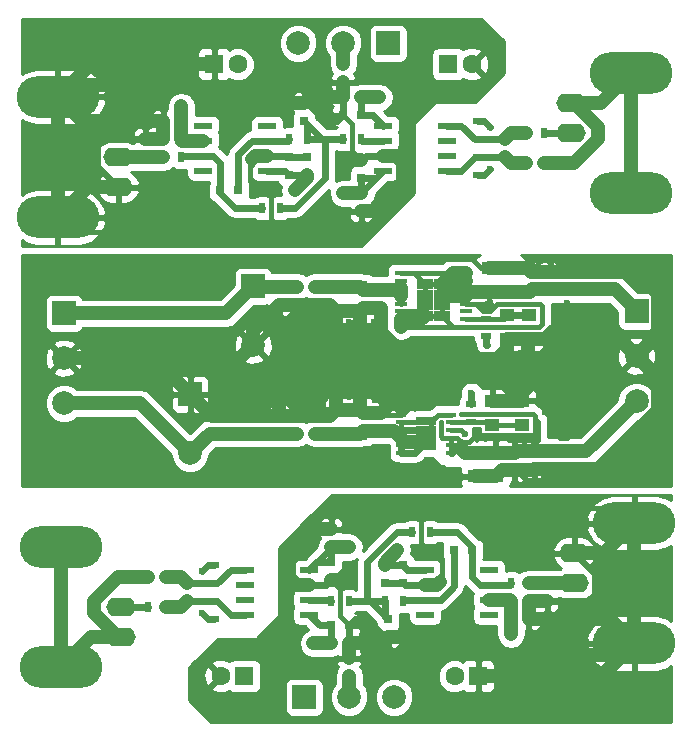
<source format=gbl>
G04 #@! TF.FileFunction,Copper,L4,Bot,Signal*
%FSLAX46Y46*%
G04 Gerber Fmt 4.6, Leading zero omitted, Abs format (unit mm)*
G04 Created by KiCad (PCBNEW 4.0.7) date Fri Jun  8 12:20:10 2018*
%MOMM*%
%LPD*%
G01*
G04 APERTURE LIST*
%ADD10C,0.100000*%
%ADD11R,2.000000X2.000000*%
%ADD12C,2.000000*%
%ADD13R,1.050000X0.450000*%
%ADD14R,1.470000X0.895000*%
%ADD15R,0.750000X0.800000*%
%ADD16R,1.250000X1.000000*%
%ADD17R,0.500000X0.900000*%
%ADD18R,0.900000X0.500000*%
%ADD19R,0.890000X0.420000*%
%ADD20R,0.825000X0.712500*%
%ADD21R,0.800000X0.750000*%
%ADD22R,1.600000X1.600000*%
%ADD23C,1.600000*%
%ADD24R,1.550000X0.600000*%
%ADD25O,7.000240X3.500120*%
%ADD26O,2.499360X1.600200*%
%ADD27C,0.600000*%
%ADD28C,0.400000*%
%ADD29C,1.200000*%
%ADD30C,0.600000*%
%ADD31C,0.200000*%
%ADD32C,0.254000*%
G04 APERTURE END LIST*
D10*
D11*
X158242000Y-115824000D03*
D12*
X158242000Y-120824000D03*
D13*
X181613000Y-105555000D03*
X181613000Y-106205000D03*
X181613000Y-106855000D03*
X181613000Y-107505000D03*
X181613000Y-108155000D03*
X181613000Y-108805000D03*
X181613000Y-109455000D03*
X181613000Y-110105000D03*
X176063000Y-110105000D03*
X176063000Y-109455000D03*
X176063000Y-108805000D03*
X176063000Y-108155000D03*
X176063000Y-107505000D03*
X176063000Y-106855000D03*
X176063000Y-106205000D03*
X176063000Y-105555000D03*
D14*
X178103000Y-109172500D03*
X178103000Y-108277500D03*
X178103000Y-107382500D03*
X178103000Y-106487500D03*
X179573000Y-109172500D03*
X179573000Y-108277500D03*
X179573000Y-107382500D03*
X179573000Y-106487500D03*
D15*
X165794000Y-119156000D03*
X165794000Y-117656000D03*
X165794000Y-106734000D03*
X165794000Y-108234000D03*
X174430000Y-118902000D03*
X174430000Y-117402000D03*
X174430000Y-106988000D03*
X174430000Y-108488000D03*
D16*
X172652000Y-119152000D03*
X172652000Y-117152000D03*
X172652000Y-106738000D03*
X172652000Y-108738000D03*
X170620000Y-119152000D03*
X170620000Y-117152000D03*
X170620000Y-106738000D03*
X170620000Y-108738000D03*
X185088000Y-109155000D03*
X185088000Y-111155000D03*
X183828000Y-118390000D03*
X183828000Y-116390000D03*
X186963000Y-109130000D03*
X186963000Y-111130000D03*
X186368000Y-118390000D03*
X186368000Y-116390000D03*
D15*
X185713000Y-120780000D03*
X185713000Y-122280000D03*
X187113000Y-107005000D03*
X187113000Y-105505000D03*
D16*
X184138000Y-120780000D03*
X184138000Y-122780000D03*
X185438000Y-107130000D03*
X185438000Y-105130000D03*
X182338000Y-120780000D03*
X182338000Y-122780000D03*
X183563000Y-107130000D03*
X183563000Y-105130000D03*
D12*
X147574000Y-116586000D03*
D11*
X147574000Y-108966000D03*
D12*
X147574000Y-112776000D03*
X196038000Y-116415000D03*
D11*
X196038000Y-108795000D03*
D12*
X196038000Y-112605000D03*
D17*
X168830000Y-119168000D03*
X167330000Y-119168000D03*
X168830000Y-106722000D03*
X167330000Y-106722000D03*
D18*
X183288000Y-110930000D03*
X183288000Y-109430000D03*
X182050000Y-116640000D03*
X182050000Y-118140000D03*
X188713000Y-105455000D03*
X188713000Y-106955000D03*
X187388000Y-122155000D03*
X187388000Y-120655000D03*
D19*
X176135000Y-120793000D03*
X176135000Y-120143000D03*
X176135000Y-119493000D03*
X176135000Y-118843000D03*
X176135000Y-118193000D03*
X176135000Y-117543000D03*
X180345000Y-117543000D03*
X180345000Y-118193000D03*
X180345000Y-118843000D03*
X180345000Y-119493000D03*
X180345000Y-120143000D03*
X180345000Y-120793000D03*
D20*
X178652500Y-118099250D03*
X178652500Y-118811750D03*
X178652500Y-119524250D03*
X178652500Y-120236750D03*
X177827500Y-118099250D03*
X177827500Y-118811750D03*
X177827500Y-119524250D03*
X177827500Y-120236750D03*
D11*
X163576000Y-106680000D03*
D12*
X163576000Y-111680000D03*
D15*
X170180000Y-130060000D03*
X170180000Y-131560000D03*
X157988000Y-133338000D03*
X157988000Y-131838000D03*
X170180000Y-128766000D03*
X170180000Y-127266000D03*
D21*
X170192000Y-135382000D03*
X171692000Y-135382000D03*
X185432000Y-134874000D03*
X186932000Y-134874000D03*
D15*
X176276000Y-130314000D03*
X176276000Y-131814000D03*
D22*
X182626000Y-139700000D03*
D23*
X180626000Y-139700000D03*
D15*
X174752000Y-130314000D03*
X174752000Y-131814000D03*
D21*
X185432000Y-133350000D03*
X186932000Y-133350000D03*
D22*
X162814000Y-139700000D03*
D23*
X160814000Y-139700000D03*
D21*
X170192000Y-136906000D03*
X171692000Y-136906000D03*
D15*
X175006000Y-134886000D03*
X175006000Y-136386000D03*
D21*
X182106000Y-129032000D03*
X180606000Y-129032000D03*
D15*
X188468000Y-131838000D03*
X188468000Y-133338000D03*
D12*
X175514000Y-141478000D03*
D11*
X167894000Y-141478000D03*
D12*
X171704000Y-141478000D03*
D17*
X156198000Y-133858000D03*
X154698000Y-133858000D03*
X156198000Y-131318000D03*
X154698000Y-131318000D03*
D18*
X171704000Y-139688000D03*
X171704000Y-138188000D03*
X160274000Y-133362000D03*
X160274000Y-134862000D03*
D17*
X171692000Y-133350000D03*
X170192000Y-133350000D03*
X178550000Y-127508000D03*
X177050000Y-127508000D03*
X176264000Y-133350000D03*
X174764000Y-133350000D03*
X186932000Y-131826000D03*
X185432000Y-131826000D03*
D24*
X162908000Y-134493000D03*
X162908000Y-133223000D03*
X162908000Y-131953000D03*
X162908000Y-130683000D03*
X168308000Y-130683000D03*
X168308000Y-131953000D03*
X168308000Y-133223000D03*
X168308000Y-134493000D03*
X178148000Y-134493000D03*
X178148000Y-133223000D03*
X178148000Y-131953000D03*
X178148000Y-130683000D03*
X183548000Y-130683000D03*
X183548000Y-131953000D03*
X183548000Y-133223000D03*
X183548000Y-134493000D03*
D18*
X160274000Y-130314000D03*
X160274000Y-131814000D03*
D25*
X147294600Y-138955780D03*
X147294600Y-128757680D03*
D26*
X152400000Y-133858000D03*
X152400000Y-136398000D03*
D25*
X195859400Y-126728220D03*
X195859400Y-136926320D03*
D26*
X190754000Y-131826000D03*
X190754000Y-129286000D03*
D15*
X172720000Y-97524000D03*
X172720000Y-96024000D03*
X184912000Y-94246000D03*
X184912000Y-95746000D03*
X172720000Y-98818000D03*
X172720000Y-100318000D03*
D21*
X172708000Y-92202000D03*
X171208000Y-92202000D03*
X157468000Y-92710000D03*
X155968000Y-92710000D03*
D15*
X166624000Y-97270000D03*
X166624000Y-95770000D03*
D22*
X160274000Y-87884000D03*
D23*
X162274000Y-87884000D03*
D15*
X168148000Y-97270000D03*
X168148000Y-95770000D03*
D21*
X157468000Y-94234000D03*
X155968000Y-94234000D03*
D22*
X180086000Y-87884000D03*
D23*
X182086000Y-87884000D03*
D21*
X172708000Y-90678000D03*
X171208000Y-90678000D03*
D15*
X167894000Y-92698000D03*
X167894000Y-91198000D03*
D21*
X160794000Y-98552000D03*
X162294000Y-98552000D03*
D15*
X154432000Y-95746000D03*
X154432000Y-94246000D03*
D12*
X167386000Y-86106000D03*
D11*
X175006000Y-86106000D03*
D12*
X171196000Y-86106000D03*
D17*
X186702000Y-93726000D03*
X188202000Y-93726000D03*
X186702000Y-96266000D03*
X188202000Y-96266000D03*
D18*
X171196000Y-87896000D03*
X171196000Y-89396000D03*
X182626000Y-94222000D03*
X182626000Y-92722000D03*
D17*
X171208000Y-94234000D03*
X172708000Y-94234000D03*
X164350000Y-100076000D03*
X165850000Y-100076000D03*
X166636000Y-94234000D03*
X168136000Y-94234000D03*
X155968000Y-95758000D03*
X157468000Y-95758000D03*
D24*
X179992000Y-93091000D03*
X179992000Y-94361000D03*
X179992000Y-95631000D03*
X179992000Y-96901000D03*
X174592000Y-96901000D03*
X174592000Y-95631000D03*
X174592000Y-94361000D03*
X174592000Y-93091000D03*
X164752000Y-93091000D03*
X164752000Y-94361000D03*
X164752000Y-95631000D03*
X164752000Y-96901000D03*
X159352000Y-96901000D03*
X159352000Y-95631000D03*
X159352000Y-94361000D03*
X159352000Y-93091000D03*
D18*
X182626000Y-97270000D03*
X182626000Y-95770000D03*
D25*
X195605400Y-88628220D03*
X195605400Y-98826320D03*
D26*
X190500000Y-93726000D03*
X190500000Y-91186000D03*
D25*
X147040600Y-100855780D03*
X147040600Y-90657680D03*
D26*
X152146000Y-95758000D03*
X152146000Y-98298000D03*
D27*
X165972000Y-109494000D03*
X167072000Y-109494000D03*
X168172000Y-109494000D03*
X169272000Y-109494000D03*
X170620000Y-109694000D03*
X171672000Y-109694000D03*
X172652000Y-109694000D03*
X173772000Y-109694000D03*
X174430000Y-110572000D03*
X182772000Y-112794000D03*
X184172000Y-112855000D03*
X185172000Y-112394000D03*
X186172000Y-112494000D03*
X187272000Y-112494000D03*
X188372000Y-112494000D03*
X189372000Y-111594000D03*
X190172000Y-108094000D03*
X190172000Y-105494000D03*
X189172000Y-104494000D03*
X187972000Y-104494000D03*
X179672000Y-122094000D03*
X178772000Y-122094000D03*
X177772000Y-122094000D03*
X176772000Y-122094000D03*
X175772000Y-122094000D03*
X174672000Y-122094000D03*
X180472000Y-122394000D03*
X185572000Y-114094000D03*
X186838000Y-114094000D03*
X187972000Y-115194000D03*
X187972000Y-116294000D03*
X188272000Y-117294000D03*
X188972000Y-118094000D03*
X189272000Y-119194000D03*
X190172000Y-119494000D03*
X188772000Y-121994000D03*
X188172000Y-122994000D03*
X186672000Y-123094000D03*
X160074000Y-117656000D03*
X161172000Y-117694000D03*
X162272000Y-117656000D03*
X163372000Y-117694000D03*
X164472000Y-117656000D03*
X166972000Y-117694000D03*
X168072000Y-117656000D03*
X169172000Y-117694000D03*
X170620000Y-115994000D03*
X171672000Y-115994000D03*
X172652000Y-115994000D03*
X173872000Y-116294000D03*
X174672000Y-115594000D03*
X175772000Y-115594000D03*
X176872000Y-115594000D03*
X188988000Y-110455000D03*
X186838000Y-115180000D03*
X181542000Y-119168000D03*
X178240000Y-116628000D03*
X159258000Y-130810000D03*
X159258000Y-134366000D03*
X171450000Y-131064000D03*
X179435181Y-131683181D03*
X183642000Y-96774000D03*
X183642000Y-93218000D03*
X171450000Y-96520000D03*
X163464819Y-95900819D03*
X183338000Y-111680000D03*
X182063000Y-115680000D03*
X181163000Y-120405000D03*
X183488000Y-108180000D03*
X171704000Y-128778000D03*
X175783819Y-129047819D03*
X171196000Y-98806000D03*
X167116181Y-98536181D03*
X185408000Y-136148000D03*
X168656000Y-136906000D03*
X157492000Y-91436000D03*
X174244000Y-90678000D03*
X153416000Y-131318000D03*
X189484000Y-96266000D03*
D28*
X163576000Y-111680000D02*
X163786000Y-111680000D01*
X163786000Y-111680000D02*
X165972000Y-109494000D01*
X167072000Y-109494000D02*
X168172000Y-109494000D01*
X169272000Y-109494000D02*
X169472000Y-109694000D01*
X169472000Y-109694000D02*
X170620000Y-109694000D01*
X171672000Y-109694000D02*
X172652000Y-109694000D01*
X173772000Y-109694000D02*
X174430000Y-110352000D01*
X174430000Y-110352000D02*
X174430000Y-110572000D01*
X182772000Y-112794000D02*
X182833000Y-112855000D01*
X182833000Y-112855000D02*
X184172000Y-112855000D01*
X185172000Y-112394000D02*
X185272000Y-112494000D01*
X185272000Y-112494000D02*
X186172000Y-112494000D01*
X187272000Y-112494000D02*
X188372000Y-112494000D01*
X189372000Y-111594000D02*
X190172000Y-110794000D01*
X190172000Y-110794000D02*
X190172000Y-108094000D01*
X190172000Y-105494000D02*
X189172000Y-104494000D01*
X187972000Y-104494000D02*
X187336000Y-105130000D01*
X187336000Y-105130000D02*
X185438000Y-105130000D01*
X179672000Y-122094000D02*
X178772000Y-122094000D01*
X177772000Y-122094000D02*
X176772000Y-122094000D01*
X175772000Y-122094000D02*
X174672000Y-122094000D01*
X182338000Y-122780000D02*
X180858000Y-122780000D01*
X180858000Y-122780000D02*
X180472000Y-122394000D01*
X185572000Y-114094000D02*
X186838000Y-114094000D01*
X187972000Y-115194000D02*
X187972000Y-116294000D01*
X188272000Y-117294000D02*
X188972000Y-117994000D01*
X188972000Y-117994000D02*
X188972000Y-118094000D01*
X189272000Y-119194000D02*
X189572000Y-119494000D01*
X189572000Y-119494000D02*
X190172000Y-119494000D01*
X188772000Y-121994000D02*
X188172000Y-122594000D01*
X188172000Y-122594000D02*
X188172000Y-122994000D01*
X186672000Y-123094000D02*
X185858000Y-122280000D01*
X185858000Y-122280000D02*
X185713000Y-122280000D01*
X158242000Y-115824000D02*
X160074000Y-117656000D01*
X161172000Y-117694000D02*
X161210000Y-117656000D01*
X161210000Y-117656000D02*
X162272000Y-117656000D01*
X163372000Y-117694000D02*
X163410000Y-117656000D01*
X163410000Y-117656000D02*
X164472000Y-117656000D01*
X166972000Y-117694000D02*
X167010000Y-117656000D01*
X167010000Y-117656000D02*
X168072000Y-117656000D01*
X169172000Y-117694000D02*
X169472000Y-117394000D01*
X169472000Y-117394000D02*
X169472000Y-116394000D01*
X169472000Y-116394000D02*
X169872000Y-115994000D01*
X169872000Y-115994000D02*
X169272000Y-115994000D01*
X169272000Y-115994000D02*
X170620000Y-115994000D01*
X171672000Y-115994000D02*
X172652000Y-115994000D01*
X173872000Y-116294000D02*
X174572000Y-115594000D01*
X174572000Y-115594000D02*
X174672000Y-115594000D01*
X175772000Y-115594000D02*
X176872000Y-115594000D01*
X183563000Y-105130000D02*
X182854000Y-105130000D01*
X182854000Y-105130000D02*
X182118000Y-104394000D01*
X182118000Y-104394000D02*
X148336000Y-104394000D01*
X148336000Y-104394000D02*
X145288000Y-107442000D01*
X145288000Y-107442000D02*
X145288000Y-110490000D01*
X145288000Y-110490000D02*
X147574000Y-112776000D01*
D29*
X165794000Y-117656000D02*
X165794000Y-113564000D01*
X165794000Y-113564000D02*
X170620000Y-108738000D01*
X172652000Y-108738000D02*
X172652000Y-117152000D01*
X170620000Y-108738000D02*
X170620000Y-117152000D01*
X154940000Y-112776000D02*
X162480000Y-112776000D01*
X162480000Y-112776000D02*
X163576000Y-111680000D01*
X165794000Y-117656000D02*
X160074000Y-117656000D01*
X160074000Y-117656000D02*
X158242000Y-115824000D01*
X147574000Y-112776000D02*
X154940000Y-112776000D01*
X154940000Y-112776000D02*
X155194000Y-112776000D01*
X155194000Y-112776000D02*
X158242000Y-115824000D01*
X163576000Y-111680000D02*
X163576000Y-110452000D01*
X163576000Y-110452000D02*
X165794000Y-108234000D01*
X174430000Y-108488000D02*
X174430000Y-110572000D01*
X174430000Y-110572000D02*
X176713000Y-112855000D01*
X176713000Y-112855000D02*
X184263000Y-112855000D01*
X184263000Y-112855000D02*
X185088000Y-112030000D01*
X185088000Y-112030000D02*
X185088000Y-111155000D01*
X178240000Y-116628000D02*
X178240000Y-115953000D01*
X178240000Y-115953000D02*
X179863000Y-114330000D01*
X179863000Y-114330000D02*
X184308000Y-114330000D01*
X184308000Y-114330000D02*
X186368000Y-116390000D01*
X177938000Y-116628000D02*
X175204000Y-116628000D01*
X175204000Y-116628000D02*
X174430000Y-117402000D01*
X188988000Y-110455000D02*
X193888000Y-110455000D01*
X193888000Y-110455000D02*
X196038000Y-112605000D01*
X187388000Y-122155000D02*
X192888000Y-122155000D01*
X192888000Y-122155000D02*
X197888000Y-117155000D01*
X197888000Y-117155000D02*
X197888000Y-114455000D01*
X197888000Y-114455000D02*
X196038000Y-112605000D01*
X188713000Y-105455000D02*
X196013000Y-105455000D01*
X196013000Y-105455000D02*
X197888000Y-107330000D01*
X197888000Y-107330000D02*
X197888000Y-110755000D01*
X197888000Y-110755000D02*
X196038000Y-112605000D01*
X187113000Y-105505000D02*
X188663000Y-105505000D01*
X188663000Y-105505000D02*
X188713000Y-105455000D01*
X185438000Y-105130000D02*
X186738000Y-105130000D01*
X186738000Y-105130000D02*
X187113000Y-105505000D01*
X183563000Y-105130000D02*
X185438000Y-105130000D01*
X186838000Y-115180000D02*
X186838000Y-111255000D01*
X186838000Y-111255000D02*
X186963000Y-111130000D01*
X186963000Y-111130000D02*
X188313000Y-111130000D01*
X188313000Y-111130000D02*
X188988000Y-110455000D01*
X186838000Y-115180000D02*
X186368000Y-115650000D01*
X186368000Y-115650000D02*
X186368000Y-116390000D01*
X183828000Y-116390000D02*
X186368000Y-116390000D01*
X186963000Y-111130000D02*
X185113000Y-111130000D01*
X185113000Y-111130000D02*
X185088000Y-111155000D01*
X185713000Y-122280000D02*
X187263000Y-122280000D01*
X187263000Y-122280000D02*
X187388000Y-122155000D01*
X184138000Y-122780000D02*
X182338000Y-122780000D01*
X185713000Y-122280000D02*
X184638000Y-122280000D01*
X184638000Y-122280000D02*
X184138000Y-122780000D01*
X176208000Y-117136000D02*
X176716000Y-116628000D01*
X176716000Y-116628000D02*
X177938000Y-116628000D01*
X177938000Y-116628000D02*
X178240000Y-116628000D01*
D28*
X180345000Y-118843000D02*
X181217000Y-118843000D01*
X181217000Y-118843000D02*
X181542000Y-119168000D01*
X178240000Y-116628000D02*
X176716000Y-116628000D01*
X176716000Y-116628000D02*
X176208000Y-117136000D01*
X176208000Y-117136000D02*
X176135000Y-117209000D01*
X176135000Y-117209000D02*
X176135000Y-117543000D01*
X176135000Y-117543000D02*
X174571000Y-117543000D01*
X174571000Y-117543000D02*
X174430000Y-117402000D01*
D29*
X174430000Y-117402000D02*
X172902000Y-117402000D01*
X172902000Y-117402000D02*
X172652000Y-117152000D01*
X170620000Y-117152000D02*
X172652000Y-117152000D01*
X165794000Y-117656000D02*
X170116000Y-117656000D01*
X170116000Y-117656000D02*
X170620000Y-117152000D01*
X174430000Y-108488000D02*
X172902000Y-108488000D01*
X172902000Y-108488000D02*
X172652000Y-108738000D01*
X170620000Y-108738000D02*
X172652000Y-108738000D01*
X165794000Y-108234000D02*
X170116000Y-108234000D01*
X170116000Y-108234000D02*
X170620000Y-108738000D01*
X182626000Y-139700000D02*
X193085720Y-139700000D01*
X193085720Y-139700000D02*
X195859400Y-136926320D01*
X171692000Y-136906000D02*
X171692000Y-138176000D01*
X171692000Y-138176000D02*
X171704000Y-138188000D01*
X190754000Y-129286000D02*
X193301620Y-129286000D01*
X193301620Y-129286000D02*
X195859400Y-126728220D01*
D30*
X188468000Y-133338000D02*
X192036000Y-133338000D01*
X192036000Y-133338000D02*
X192532000Y-132842000D01*
X192532000Y-132842000D02*
X192532000Y-131064000D01*
X192532000Y-131064000D02*
X190754000Y-129286000D01*
D29*
X186932000Y-134874000D02*
X186932000Y-133350000D01*
X188468000Y-133338000D02*
X186944000Y-133338000D01*
X186944000Y-133338000D02*
X186932000Y-133350000D01*
D30*
X160274000Y-134862000D02*
X159754000Y-134862000D01*
X159754000Y-130314000D02*
X160274000Y-130314000D01*
X159258000Y-130810000D02*
X159754000Y-130314000D01*
X159754000Y-134862000D02*
X159258000Y-134366000D01*
D28*
X179435181Y-131683181D02*
X179435181Y-131206819D01*
X179435181Y-131206819D02*
X179578000Y-131064000D01*
X179578000Y-131064000D02*
X179578000Y-130048000D01*
X179578000Y-130048000D02*
X179070000Y-129540000D01*
X179070000Y-129540000D02*
X178562000Y-129540000D01*
X178562000Y-129540000D02*
X177800000Y-128778000D01*
X177800000Y-128778000D02*
X177800000Y-126492000D01*
X177800000Y-126492000D02*
X178816000Y-125476000D01*
X178816000Y-125476000D02*
X194607180Y-125476000D01*
X194607180Y-125476000D02*
X195859400Y-126728220D01*
D29*
X168308000Y-131953000D02*
X167259000Y-131953000D01*
X167259000Y-131953000D02*
X166624000Y-131318000D01*
X166624000Y-131318000D02*
X166624000Y-129540000D01*
X166624000Y-129540000D02*
X168910000Y-127254000D01*
X168910000Y-127254000D02*
X170168000Y-127254000D01*
X170168000Y-127254000D02*
X170180000Y-127266000D01*
X170180000Y-131560000D02*
X170954000Y-131560000D01*
X170954000Y-131560000D02*
X171450000Y-131064000D01*
X171692000Y-136906000D02*
X174486000Y-136906000D01*
X174486000Y-136906000D02*
X175006000Y-136386000D01*
X175006000Y-136386000D02*
X182614000Y-136386000D01*
X182614000Y-136386000D02*
X184150000Y-137922000D01*
X184150000Y-137922000D02*
X194863720Y-137922000D01*
X194863720Y-137922000D02*
X195859400Y-136926320D01*
X178148000Y-131953000D02*
X179165362Y-131953000D01*
X179165362Y-131953000D02*
X179435181Y-131683181D01*
X186932000Y-134874000D02*
X193807080Y-134874000D01*
X193807080Y-134874000D02*
X195859400Y-136926320D01*
X195859400Y-126728220D02*
X194193160Y-126728220D01*
X195859400Y-126728220D02*
X195859400Y-136926320D01*
D30*
X186944000Y-133338000D02*
X186932000Y-133350000D01*
X171692000Y-135382000D02*
X171692000Y-136906000D01*
X175006000Y-136386000D02*
X174752000Y-136386000D01*
X174752000Y-136386000D02*
X173228000Y-134862000D01*
X174752000Y-131814000D02*
X176276000Y-131814000D01*
X176276000Y-131814000D02*
X176415000Y-131953000D01*
X176415000Y-131953000D02*
X178148000Y-131953000D01*
X173228000Y-134862000D02*
X172212000Y-134862000D01*
X172212000Y-134862000D02*
X171692000Y-135382000D01*
D28*
X171692000Y-135382000D02*
X171692000Y-135370000D01*
X171692000Y-135370000D02*
X170942000Y-134620000D01*
X170942000Y-134620000D02*
X170942000Y-132322000D01*
X170942000Y-132322000D02*
X170180000Y-131560000D01*
D31*
X171692000Y-135382000D02*
X171692000Y-135370000D01*
D30*
X168308000Y-131953000D02*
X169787000Y-131953000D01*
X169787000Y-131953000D02*
X170180000Y-131560000D01*
D29*
X160274000Y-87884000D02*
X149814280Y-87884000D01*
X149814280Y-87884000D02*
X147040600Y-90657680D01*
X171208000Y-90678000D02*
X171208000Y-89408000D01*
X171208000Y-89408000D02*
X171196000Y-89396000D01*
X152146000Y-98298000D02*
X149598380Y-98298000D01*
X149598380Y-98298000D02*
X147040600Y-100855780D01*
D30*
X154432000Y-94246000D02*
X150864000Y-94246000D01*
X150864000Y-94246000D02*
X150368000Y-94742000D01*
X150368000Y-94742000D02*
X150368000Y-96520000D01*
X150368000Y-96520000D02*
X152146000Y-98298000D01*
D29*
X155968000Y-92710000D02*
X155968000Y-94234000D01*
X154432000Y-94246000D02*
X155956000Y-94246000D01*
X155956000Y-94246000D02*
X155968000Y-94234000D01*
D30*
X182626000Y-92722000D02*
X183146000Y-92722000D01*
X183146000Y-97270000D02*
X182626000Y-97270000D01*
X183642000Y-96774000D02*
X183146000Y-97270000D01*
X183146000Y-92722000D02*
X183642000Y-93218000D01*
D28*
X163464819Y-95900819D02*
X163464819Y-96377181D01*
X163464819Y-96377181D02*
X163322000Y-96520000D01*
X163322000Y-96520000D02*
X163322000Y-97536000D01*
X163322000Y-97536000D02*
X163830000Y-98044000D01*
X163830000Y-98044000D02*
X164338000Y-98044000D01*
X164338000Y-98044000D02*
X165100000Y-98806000D01*
X165100000Y-98806000D02*
X165100000Y-101092000D01*
X165100000Y-101092000D02*
X164084000Y-102108000D01*
X164084000Y-102108000D02*
X148292820Y-102108000D01*
X148292820Y-102108000D02*
X147040600Y-100855780D01*
D29*
X174592000Y-95631000D02*
X175641000Y-95631000D01*
X175641000Y-95631000D02*
X176276000Y-96266000D01*
X176276000Y-96266000D02*
X176276000Y-98044000D01*
X176276000Y-98044000D02*
X173990000Y-100330000D01*
X173990000Y-100330000D02*
X172732000Y-100330000D01*
X172732000Y-100330000D02*
X172720000Y-100318000D01*
X172720000Y-96024000D02*
X171946000Y-96024000D01*
X171946000Y-96024000D02*
X171450000Y-96520000D01*
X171208000Y-90678000D02*
X168414000Y-90678000D01*
X168414000Y-90678000D02*
X167894000Y-91198000D01*
X167894000Y-91198000D02*
X160286000Y-91198000D01*
X160286000Y-91198000D02*
X158750000Y-89662000D01*
X158750000Y-89662000D02*
X148036280Y-89662000D01*
X148036280Y-89662000D02*
X147040600Y-90657680D01*
X164752000Y-95631000D02*
X163734638Y-95631000D01*
X163734638Y-95631000D02*
X163464819Y-95900819D01*
X155968000Y-92710000D02*
X149092920Y-92710000D01*
X149092920Y-92710000D02*
X147040600Y-90657680D01*
X147040600Y-100855780D02*
X148706840Y-100855780D01*
X147040600Y-100855780D02*
X147040600Y-90657680D01*
D30*
X155956000Y-94246000D02*
X155968000Y-94234000D01*
X171208000Y-92202000D02*
X171208000Y-90678000D01*
X167894000Y-91198000D02*
X168148000Y-91198000D01*
X168148000Y-91198000D02*
X169672000Y-92722000D01*
X168148000Y-95770000D02*
X166624000Y-95770000D01*
X166624000Y-95770000D02*
X166485000Y-95631000D01*
X166485000Y-95631000D02*
X164752000Y-95631000D01*
X169672000Y-92722000D02*
X170688000Y-92722000D01*
X170688000Y-92722000D02*
X171208000Y-92202000D01*
D28*
X171208000Y-92202000D02*
X171208000Y-92214000D01*
X171208000Y-92214000D02*
X171958000Y-92964000D01*
X171958000Y-92964000D02*
X171958000Y-95262000D01*
X171958000Y-95262000D02*
X172720000Y-96024000D01*
D31*
X171208000Y-92202000D02*
X171208000Y-92214000D01*
D30*
X174592000Y-95631000D02*
X173113000Y-95631000D01*
X173113000Y-95631000D02*
X172720000Y-96024000D01*
D29*
X147574000Y-116586000D02*
X154004000Y-116586000D01*
X154004000Y-116586000D02*
X158242000Y-120824000D01*
X165794000Y-119156000D02*
X159910000Y-119156000D01*
X159910000Y-119156000D02*
X158242000Y-120824000D01*
X165794000Y-119156000D02*
X167318000Y-119156000D01*
X167318000Y-119156000D02*
X167330000Y-119168000D01*
X165794000Y-106734000D02*
X163630000Y-106734000D01*
X163630000Y-106734000D02*
X163576000Y-106680000D01*
X147574000Y-108966000D02*
X161290000Y-108966000D01*
X161290000Y-108966000D02*
X163576000Y-106680000D01*
X165794000Y-106734000D02*
X167318000Y-106734000D01*
X167318000Y-106734000D02*
X167330000Y-106722000D01*
D28*
X177827500Y-118099250D02*
X178652500Y-118099250D01*
X178652500Y-118099250D02*
X178652500Y-118811750D01*
X178652500Y-118811750D02*
X178652500Y-119524250D01*
X178652500Y-119524250D02*
X178652500Y-120236750D01*
X178652500Y-120236750D02*
X177827500Y-120236750D01*
D29*
X174430000Y-118902000D02*
X175544000Y-118902000D01*
X175544000Y-118902000D02*
X176135000Y-119493000D01*
D28*
X180345000Y-117543000D02*
X179208750Y-117543000D01*
X179208750Y-117543000D02*
X178652500Y-118099250D01*
X176135000Y-118193000D02*
X177733750Y-118193000D01*
X177733750Y-118193000D02*
X177827500Y-118099250D01*
X176135000Y-118193000D02*
X176135000Y-118843000D01*
D30*
X176135000Y-118843000D02*
X176135000Y-120793000D01*
X176135000Y-120793000D02*
X177271250Y-120793000D01*
X177271250Y-120793000D02*
X177827500Y-120236750D01*
X176135000Y-120143000D02*
X177733750Y-120143000D01*
X177733750Y-120143000D02*
X177827500Y-120236750D01*
X176135000Y-119493000D02*
X177796250Y-119493000D01*
X177796250Y-119493000D02*
X177827500Y-119524250D01*
X176135000Y-118843000D02*
X177796250Y-118843000D01*
X177796250Y-118843000D02*
X177827500Y-118811750D01*
D29*
X174430000Y-118902000D02*
X172902000Y-118902000D01*
X172902000Y-118902000D02*
X172652000Y-119152000D01*
X170620000Y-119152000D02*
X172652000Y-119152000D01*
X168830000Y-119168000D02*
X170604000Y-119168000D01*
X170604000Y-119168000D02*
X170620000Y-119152000D01*
X174430000Y-106988000D02*
X175930000Y-106988000D01*
X175930000Y-106988000D02*
X176063000Y-106855000D01*
D28*
X176063000Y-107505000D02*
X176063000Y-108155000D01*
X176063000Y-106205000D02*
X176063000Y-106855000D01*
X176063000Y-106855000D02*
X176063000Y-107505000D01*
D29*
X176063000Y-106855000D02*
X176063000Y-107505000D01*
X174430000Y-106988000D02*
X172902000Y-106988000D01*
X172902000Y-106988000D02*
X172652000Y-106738000D01*
X170620000Y-106738000D02*
X172652000Y-106738000D01*
X168830000Y-106722000D02*
X170604000Y-106722000D01*
X170604000Y-106722000D02*
X170620000Y-106738000D01*
D30*
X183288000Y-110930000D02*
X183288000Y-111630000D01*
X183288000Y-111630000D02*
X183338000Y-111680000D01*
X182050000Y-116640000D02*
X182050000Y-115693000D01*
X182050000Y-115693000D02*
X182063000Y-115680000D01*
X173228000Y-133362000D02*
X173228000Y-130048000D01*
X173228000Y-130048000D02*
X175768000Y-127508000D01*
X173228000Y-133362000D02*
X173482000Y-133362000D01*
X173482000Y-133362000D02*
X175006000Y-134886000D01*
X173228000Y-133362000D02*
X174752000Y-133362000D01*
X173216000Y-133350000D02*
X173228000Y-133362000D01*
X175768000Y-127508000D02*
X177050000Y-127508000D01*
X174764000Y-133350000D02*
X174764000Y-134644000D01*
X174764000Y-134644000D02*
X175006000Y-134886000D01*
X174752000Y-133362000D02*
X174764000Y-133350000D01*
X171692000Y-133350000D02*
X173216000Y-133350000D01*
X171704000Y-133362000D02*
X171692000Y-133350000D01*
X169672000Y-94222000D02*
X169672000Y-97536000D01*
X169672000Y-97536000D02*
X167132000Y-100076000D01*
X169672000Y-94222000D02*
X169418000Y-94222000D01*
X169418000Y-94222000D02*
X167894000Y-92698000D01*
X169672000Y-94222000D02*
X168148000Y-94222000D01*
X169684000Y-94234000D02*
X169672000Y-94222000D01*
X167132000Y-100076000D02*
X165850000Y-100076000D01*
X168136000Y-94234000D02*
X168136000Y-92940000D01*
X168136000Y-92940000D02*
X167894000Y-92698000D01*
X168148000Y-94222000D02*
X168136000Y-94234000D01*
X171208000Y-94234000D02*
X169684000Y-94234000D01*
X171196000Y-94222000D02*
X171208000Y-94234000D01*
X185088000Y-109155000D02*
X186938000Y-109155000D01*
X186938000Y-109155000D02*
X186963000Y-109130000D01*
D28*
X183288000Y-109430000D02*
X184813000Y-109430000D01*
X184813000Y-109430000D02*
X185088000Y-109155000D01*
X181613000Y-109455000D02*
X183263000Y-109455000D01*
X183263000Y-109455000D02*
X183288000Y-109430000D01*
D30*
X183548000Y-131953000D02*
X185305000Y-131953000D01*
X185305000Y-131953000D02*
X185432000Y-131826000D01*
X183548000Y-131953000D02*
X182753000Y-131953000D01*
X182753000Y-131953000D02*
X182106000Y-131306000D01*
X182106000Y-131306000D02*
X182106000Y-129032000D01*
X182106000Y-129032000D02*
X182106000Y-128766000D01*
X182106000Y-128766000D02*
X180848000Y-127508000D01*
X180848000Y-127508000D02*
X178550000Y-127508000D01*
X159352000Y-95631000D02*
X157595000Y-95631000D01*
X157595000Y-95631000D02*
X157468000Y-95758000D01*
X159352000Y-95631000D02*
X160147000Y-95631000D01*
X160147000Y-95631000D02*
X160794000Y-96278000D01*
X160794000Y-96278000D02*
X160794000Y-98552000D01*
X160794000Y-98552000D02*
X160794000Y-98818000D01*
X160794000Y-98818000D02*
X162052000Y-100076000D01*
X162052000Y-100076000D02*
X164350000Y-100076000D01*
D28*
X183828000Y-118390000D02*
X186368000Y-118390000D01*
X182050000Y-118140000D02*
X183578000Y-118140000D01*
X183578000Y-118140000D02*
X183828000Y-118390000D01*
X180345000Y-118193000D02*
X181997000Y-118193000D01*
X181997000Y-118193000D02*
X182050000Y-118140000D01*
D29*
X186932000Y-131826000D02*
X188456000Y-131826000D01*
X188456000Y-131826000D02*
X188468000Y-131838000D01*
X190754000Y-131826000D02*
X188480000Y-131826000D01*
X188480000Y-131826000D02*
X188468000Y-131838000D01*
D30*
X191582740Y-131838000D02*
X191594740Y-131826000D01*
X186944000Y-131838000D02*
X186932000Y-131826000D01*
D29*
X155968000Y-95758000D02*
X154444000Y-95758000D01*
X154444000Y-95758000D02*
X154432000Y-95746000D01*
X152146000Y-95758000D02*
X154420000Y-95758000D01*
X154420000Y-95758000D02*
X154432000Y-95746000D01*
D30*
X151317260Y-95746000D02*
X151305260Y-95758000D01*
X155956000Y-95746000D02*
X155968000Y-95758000D01*
D29*
X187388000Y-120655000D02*
X191798000Y-120655000D01*
X191798000Y-120655000D02*
X196038000Y-116415000D01*
X187388000Y-120655000D02*
X185838000Y-120655000D01*
X185838000Y-120655000D02*
X185713000Y-120780000D01*
X184138000Y-120780000D02*
X185713000Y-120780000D01*
X182338000Y-120780000D02*
X184138000Y-120780000D01*
X182338000Y-120780000D02*
X181538000Y-120780000D01*
X181538000Y-120780000D02*
X181163000Y-120405000D01*
D28*
X180345000Y-119493000D02*
X179601000Y-119493000D01*
X179601000Y-119493000D02*
X179488000Y-119380000D01*
X179488000Y-119380000D02*
X179488000Y-118143002D01*
X180345000Y-120143000D02*
X180901000Y-120143000D01*
X180901000Y-120143000D02*
X181163000Y-120405000D01*
X180345000Y-119493000D02*
X180876000Y-119493000D01*
X180876000Y-119493000D02*
X181263000Y-119880000D01*
X181263000Y-119880000D02*
X181838000Y-119880000D01*
X181838000Y-119880000D02*
X182263000Y-119455000D01*
X182263000Y-119455000D02*
X182263000Y-118805000D01*
X182263000Y-118805000D02*
X182738000Y-118805000D01*
X182738000Y-118805000D02*
X182738000Y-119430000D01*
X182738000Y-119430000D02*
X182863000Y-119305000D01*
X182863000Y-119305000D02*
X187263000Y-119305000D01*
X187263000Y-119305000D02*
X187413000Y-119155000D01*
X187413000Y-119155000D02*
X187413000Y-117630000D01*
X187413000Y-117630000D02*
X187263000Y-117480000D01*
X187263000Y-117480000D02*
X181213000Y-117480000D01*
X180345000Y-120143000D02*
X180345000Y-120793000D01*
X180345000Y-119493000D02*
X180345000Y-120143000D01*
X176063000Y-105555000D02*
X181613000Y-105555000D01*
X176063000Y-110105000D02*
X181613000Y-110105000D01*
D29*
X188713000Y-106955000D02*
X194198000Y-106955000D01*
X194198000Y-106955000D02*
X196038000Y-108795000D01*
X188713000Y-106955000D02*
X187163000Y-106955000D01*
X187163000Y-106955000D02*
X187113000Y-107005000D01*
X185438000Y-107130000D02*
X186988000Y-107130000D01*
X186988000Y-107130000D02*
X187113000Y-107005000D01*
X183563000Y-107130000D02*
X185438000Y-107130000D01*
X183563000Y-107130000D02*
X181888000Y-107130000D01*
X181888000Y-107130000D02*
X181613000Y-106855000D01*
D28*
X181613000Y-108155000D02*
X183463000Y-108155000D01*
X183463000Y-108155000D02*
X183488000Y-108180000D01*
X181613000Y-110105000D02*
X187813000Y-110105000D01*
X187813000Y-110105000D02*
X188013000Y-109905000D01*
X188013000Y-109905000D02*
X188013000Y-108355000D01*
X188013000Y-108355000D02*
X187863000Y-108205000D01*
X187863000Y-108205000D02*
X184213000Y-108205000D01*
X184213000Y-108205000D02*
X183663000Y-108755000D01*
X183663000Y-108755000D02*
X183013000Y-108755000D01*
X183013000Y-108755000D02*
X182413000Y-108155000D01*
X182413000Y-108155000D02*
X181613000Y-108155000D01*
X176063000Y-108805000D02*
X177575500Y-108805000D01*
X176063000Y-108805000D02*
X176063000Y-109455000D01*
D29*
X176063000Y-110105000D02*
X176063000Y-109455000D01*
X176063000Y-109455000D02*
X177820500Y-109455000D01*
D28*
X181613000Y-108155000D02*
X181613000Y-107505000D01*
D29*
X181613000Y-105555000D02*
X180505500Y-105555000D01*
X180505500Y-105555000D02*
X179573000Y-106487500D01*
X181613000Y-106205000D02*
X179855500Y-106205000D01*
X179855500Y-106205000D02*
X179573000Y-106487500D01*
X181613000Y-106855000D02*
X180100500Y-106855000D01*
X180100500Y-106855000D02*
X179573000Y-107382500D01*
X181613000Y-107505000D02*
X179695500Y-107505000D01*
X179695500Y-107505000D02*
X179573000Y-107382500D01*
D28*
X180505500Y-110105000D02*
X179573000Y-109172500D01*
X178103000Y-109172500D02*
X178103000Y-108277500D01*
X178103000Y-108277500D02*
X178103000Y-107382500D01*
X178103000Y-107382500D02*
X178103000Y-106487500D01*
X178103000Y-106487500D02*
X179573000Y-106487500D01*
X179573000Y-106487500D02*
X179573000Y-107382500D01*
X179573000Y-107382500D02*
X179573000Y-108277500D01*
X179573000Y-108277500D02*
X179573000Y-109172500D01*
X179573000Y-109172500D02*
X178103000Y-109172500D01*
X176063000Y-105555000D02*
X177170500Y-105555000D01*
X177170500Y-105555000D02*
X178103000Y-106487500D01*
X177575500Y-108805000D02*
X178103000Y-108277500D01*
D29*
X177820500Y-109455000D02*
X178103000Y-109172500D01*
D28*
X181613000Y-110105000D02*
X180505500Y-110105000D01*
D29*
X170180000Y-128766000D02*
X171692000Y-128766000D01*
X171692000Y-128766000D02*
X171704000Y-128778000D01*
X174752000Y-130314000D02*
X174752000Y-130079638D01*
X174752000Y-130079638D02*
X175783819Y-129047819D01*
D30*
X174752000Y-130314000D02*
X176276000Y-130314000D01*
X176276000Y-130314000D02*
X176645000Y-130683000D01*
X176645000Y-130683000D02*
X178148000Y-130683000D01*
X170180000Y-130060000D02*
X170180000Y-128766000D01*
X170180000Y-128766000D02*
X170180000Y-128811000D01*
X170180000Y-128811000D02*
X168308000Y-130683000D01*
X170180000Y-130060000D02*
X168931000Y-130060000D01*
X168931000Y-130060000D02*
X168308000Y-130683000D01*
D29*
X172720000Y-98818000D02*
X171208000Y-98818000D01*
X171208000Y-98818000D02*
X171196000Y-98806000D01*
X168148000Y-97270000D02*
X168148000Y-97504362D01*
X168148000Y-97504362D02*
X167116181Y-98536181D01*
D30*
X168148000Y-97270000D02*
X166624000Y-97270000D01*
X166624000Y-97270000D02*
X166255000Y-96901000D01*
X166255000Y-96901000D02*
X164752000Y-96901000D01*
X172720000Y-97524000D02*
X172720000Y-98818000D01*
X172720000Y-98818000D02*
X172720000Y-98773000D01*
X172720000Y-98773000D02*
X174592000Y-96901000D01*
X172720000Y-97524000D02*
X173969000Y-97524000D01*
X173969000Y-97524000D02*
X174592000Y-96901000D01*
D29*
X156198000Y-133858000D02*
X157468000Y-133858000D01*
X157468000Y-133858000D02*
X157988000Y-133338000D01*
D30*
X157988000Y-133338000D02*
X160528000Y-133338000D01*
X157468000Y-133858000D02*
X157988000Y-133338000D01*
X162908000Y-134493000D02*
X161683000Y-134493000D01*
X161683000Y-134493000D02*
X160528000Y-133338000D01*
X156198000Y-133858000D02*
X157468000Y-133858000D01*
D29*
X186702000Y-93726000D02*
X185432000Y-93726000D01*
X185432000Y-93726000D02*
X184912000Y-94246000D01*
D30*
X184912000Y-94246000D02*
X182372000Y-94246000D01*
X185432000Y-93726000D02*
X184912000Y-94246000D01*
X179992000Y-93091000D02*
X181217000Y-93091000D01*
X181217000Y-93091000D02*
X182372000Y-94246000D01*
X186702000Y-93726000D02*
X185432000Y-93726000D01*
D29*
X156198000Y-131318000D02*
X157468000Y-131318000D01*
X157468000Y-131318000D02*
X157988000Y-131838000D01*
D30*
X157468000Y-131318000D02*
X157988000Y-131838000D01*
X157988000Y-131838000D02*
X160528000Y-131838000D01*
X161683000Y-130683000D02*
X160528000Y-131838000D01*
X162908000Y-130683000D02*
X161683000Y-130683000D01*
X156198000Y-131318000D02*
X157468000Y-131318000D01*
D29*
X186702000Y-96266000D02*
X185432000Y-96266000D01*
X185432000Y-96266000D02*
X184912000Y-95746000D01*
D30*
X185432000Y-96266000D02*
X184912000Y-95746000D01*
X184912000Y-95746000D02*
X182372000Y-95746000D01*
X181217000Y-96901000D02*
X182372000Y-95746000D01*
X179992000Y-96901000D02*
X181217000Y-96901000D01*
X186702000Y-96266000D02*
X185432000Y-96266000D01*
D29*
X185408000Y-136148000D02*
X185408000Y-134898000D01*
X185408000Y-134898000D02*
X185432000Y-134874000D01*
D30*
X185408000Y-136148000D02*
X185432000Y-136124000D01*
X185432000Y-136124000D02*
X185432000Y-134874000D01*
D29*
X170192000Y-136906000D02*
X168656000Y-136906000D01*
X183548000Y-133223000D02*
X185305000Y-133223000D01*
X185305000Y-133223000D02*
X185432000Y-133350000D01*
X185432000Y-134874000D02*
X185432000Y-133350000D01*
D30*
X170192000Y-136906000D02*
X170180000Y-136906000D01*
X185305000Y-133223000D02*
X185432000Y-133350000D01*
X170192000Y-135382000D02*
X170192000Y-136906000D01*
X170192000Y-135382000D02*
X169197000Y-135382000D01*
X169197000Y-135382000D02*
X168308000Y-134493000D01*
D29*
X157492000Y-91436000D02*
X157492000Y-92686000D01*
X157492000Y-92686000D02*
X157468000Y-92710000D01*
D30*
X157492000Y-91436000D02*
X157468000Y-91460000D01*
X157468000Y-91460000D02*
X157468000Y-92710000D01*
D29*
X172708000Y-90678000D02*
X174244000Y-90678000D01*
X159352000Y-94361000D02*
X157595000Y-94361000D01*
X157595000Y-94361000D02*
X157468000Y-94234000D01*
X157468000Y-92710000D02*
X157468000Y-94234000D01*
D30*
X172708000Y-90678000D02*
X172720000Y-90678000D01*
X157595000Y-94361000D02*
X157468000Y-94234000D01*
X172708000Y-92202000D02*
X172708000Y-90678000D01*
X172708000Y-92202000D02*
X173703000Y-92202000D01*
X173703000Y-92202000D02*
X174592000Y-93091000D01*
X178148000Y-133223000D02*
X179451000Y-133223000D01*
X179451000Y-133223000D02*
X180606000Y-132068000D01*
X180606000Y-132068000D02*
X180606000Y-129032000D01*
X178148000Y-133223000D02*
X176391000Y-133223000D01*
X176391000Y-133223000D02*
X176264000Y-133350000D01*
X164752000Y-94361000D02*
X163449000Y-94361000D01*
X163449000Y-94361000D02*
X162294000Y-95516000D01*
X162294000Y-95516000D02*
X162294000Y-98552000D01*
X164752000Y-94361000D02*
X166509000Y-94361000D01*
X166509000Y-94361000D02*
X166636000Y-94234000D01*
D29*
X153416000Y-131318000D02*
X154698000Y-131318000D01*
X152400000Y-136398000D02*
X149852380Y-136398000D01*
X149852380Y-136398000D02*
X147294600Y-138955780D01*
X147294600Y-128757680D02*
X147294600Y-138955780D01*
X152400000Y-136398000D02*
X152146000Y-136398000D01*
X152146000Y-136398000D02*
X150114000Y-134366000D01*
X150114000Y-134366000D02*
X150114000Y-133350000D01*
X150114000Y-133350000D02*
X152146000Y-131318000D01*
X152146000Y-131318000D02*
X154698000Y-131318000D01*
X189484000Y-96266000D02*
X188202000Y-96266000D01*
X190500000Y-91186000D02*
X193047620Y-91186000D01*
X193047620Y-91186000D02*
X195605400Y-88628220D01*
X195605400Y-98826320D02*
X195605400Y-88628220D01*
X190500000Y-91186000D02*
X190754000Y-91186000D01*
X190754000Y-91186000D02*
X192786000Y-93218000D01*
X192786000Y-93218000D02*
X192786000Y-94234000D01*
X192786000Y-94234000D02*
X190754000Y-96266000D01*
X190754000Y-96266000D02*
X188202000Y-96266000D01*
D30*
X152400000Y-133858000D02*
X154698000Y-133858000D01*
X190500000Y-93726000D02*
X188202000Y-93726000D01*
D29*
X171704000Y-141478000D02*
X171704000Y-139688000D01*
X171196000Y-86106000D02*
X171196000Y-87896000D01*
D30*
X168308000Y-133223000D02*
X170065000Y-133223000D01*
X170065000Y-133223000D02*
X170192000Y-133350000D01*
X174592000Y-94361000D02*
X172835000Y-94361000D01*
X172835000Y-94361000D02*
X172708000Y-94234000D01*
D32*
G36*
X182578301Y-104091673D02*
X182399673Y-104270302D01*
X182385462Y-104304611D01*
X182338000Y-104295000D01*
X180263000Y-104295000D01*
X180024054Y-104341672D01*
X179813987Y-104480987D01*
X179574974Y-104720000D01*
X176772884Y-104720000D01*
X176588000Y-104682560D01*
X175538000Y-104682560D01*
X175302683Y-104726838D01*
X175086559Y-104865910D01*
X174941569Y-105078110D01*
X174890560Y-105330000D01*
X174890560Y-105753000D01*
X173691975Y-105753000D01*
X173528890Y-105641569D01*
X173277000Y-105590560D01*
X173092193Y-105590560D01*
X172652000Y-105503000D01*
X170684437Y-105503000D01*
X170604000Y-105487000D01*
X168830000Y-105487000D01*
X168357386Y-105581009D01*
X168080000Y-105766352D01*
X167802614Y-105581009D01*
X167330000Y-105487000D01*
X167269672Y-105499000D01*
X165189382Y-105499000D01*
X165179162Y-105444683D01*
X165040090Y-105228559D01*
X164827890Y-105083569D01*
X164576000Y-105032560D01*
X162576000Y-105032560D01*
X162340683Y-105076838D01*
X162124559Y-105215910D01*
X161979569Y-105428110D01*
X161928560Y-105680000D01*
X161928560Y-106580886D01*
X160778446Y-107731000D01*
X149177222Y-107731000D01*
X149177162Y-107730683D01*
X149038090Y-107514559D01*
X148825890Y-107369569D01*
X148574000Y-107318560D01*
X146574000Y-107318560D01*
X146338683Y-107362838D01*
X146122559Y-107501910D01*
X145977569Y-107714110D01*
X145926560Y-107966000D01*
X145926560Y-109966000D01*
X145970838Y-110201317D01*
X146109910Y-110417441D01*
X146322110Y-110562431D01*
X146574000Y-110613440D01*
X148574000Y-110613440D01*
X148809317Y-110569162D01*
X148874111Y-110527468D01*
X162603073Y-110527468D01*
X163576000Y-111500395D01*
X164548927Y-110527468D01*
X164450264Y-110260613D01*
X163840539Y-110034092D01*
X163190540Y-110058144D01*
X162701736Y-110260613D01*
X162603073Y-110527468D01*
X148874111Y-110527468D01*
X149025441Y-110430090D01*
X149170431Y-110217890D01*
X149173851Y-110201000D01*
X161290000Y-110201000D01*
X161762614Y-110106991D01*
X162163277Y-109839277D01*
X163675114Y-108327440D01*
X164576000Y-108327440D01*
X164784000Y-108288302D01*
X164784000Y-108361002D01*
X164942748Y-108361002D01*
X164784000Y-108519750D01*
X164784000Y-108760309D01*
X164880673Y-108993698D01*
X165059301Y-109172327D01*
X165292690Y-109269000D01*
X165508250Y-109269000D01*
X165667000Y-109110250D01*
X165667000Y-108361000D01*
X165921000Y-108361000D01*
X165921000Y-109110250D01*
X166079750Y-109269000D01*
X166295310Y-109269000D01*
X166528699Y-109172327D01*
X166677275Y-109023750D01*
X169360000Y-109023750D01*
X169360000Y-109364309D01*
X169456673Y-109597698D01*
X169635301Y-109776327D01*
X169868690Y-109873000D01*
X170334250Y-109873000D01*
X170493000Y-109714250D01*
X170493000Y-108865000D01*
X170747000Y-108865000D01*
X170747000Y-109714250D01*
X170905750Y-109873000D01*
X171371310Y-109873000D01*
X171604699Y-109776327D01*
X171636000Y-109745026D01*
X171667301Y-109776327D01*
X171900690Y-109873000D01*
X172366250Y-109873000D01*
X172525000Y-109714250D01*
X172525000Y-108865000D01*
X170747000Y-108865000D01*
X170493000Y-108865000D01*
X169518750Y-108865000D01*
X169360000Y-109023750D01*
X166677275Y-109023750D01*
X166707327Y-108993698D01*
X166804000Y-108760309D01*
X166804000Y-108519750D01*
X166645250Y-108361000D01*
X165921000Y-108361000D01*
X165667000Y-108361000D01*
X165647000Y-108361000D01*
X165647000Y-108107000D01*
X165667000Y-108107000D01*
X165667000Y-108087000D01*
X165921000Y-108087000D01*
X165921000Y-108107000D01*
X166645250Y-108107000D01*
X166783250Y-107969000D01*
X167318000Y-107969000D01*
X167790614Y-107874991D01*
X168082980Y-107679639D01*
X168357386Y-107862991D01*
X168830000Y-107957000D01*
X169424075Y-107957000D01*
X169360000Y-108111691D01*
X169360000Y-108452250D01*
X169518750Y-108611000D01*
X170493000Y-108611000D01*
X170493000Y-108591000D01*
X170747000Y-108591000D01*
X170747000Y-108611000D01*
X172525000Y-108611000D01*
X172525000Y-108591000D01*
X172779000Y-108591000D01*
X172779000Y-108611000D01*
X172799000Y-108611000D01*
X172799000Y-108865000D01*
X172779000Y-108865000D01*
X172779000Y-109714250D01*
X172937750Y-109873000D01*
X173403310Y-109873000D01*
X173636699Y-109776327D01*
X173815327Y-109597698D01*
X173858338Y-109493859D01*
X173928690Y-109523000D01*
X174144250Y-109523000D01*
X174303000Y-109364250D01*
X174303000Y-108615000D01*
X174283000Y-108615000D01*
X174283000Y-108361000D01*
X174303000Y-108361000D01*
X174303000Y-108341000D01*
X174557000Y-108341000D01*
X174557000Y-108361000D01*
X174577000Y-108361000D01*
X174577000Y-108615000D01*
X174557000Y-108615000D01*
X174557000Y-109364250D01*
X174715750Y-109523000D01*
X174828000Y-109523000D01*
X174828000Y-110105000D01*
X174922009Y-110577614D01*
X175189723Y-110978277D01*
X175590386Y-111245991D01*
X176063000Y-111340000D01*
X176535614Y-111245991D01*
X176936277Y-110978277D01*
X176961853Y-110940000D01*
X180903116Y-110940000D01*
X181088000Y-110977440D01*
X182138000Y-110977440D01*
X182190560Y-110967550D01*
X182190560Y-111180000D01*
X182234838Y-111415317D01*
X182353000Y-111598946D01*
X182353000Y-111630000D01*
X182424173Y-111987809D01*
X182501056Y-112102872D01*
X182544883Y-112208943D01*
X182626680Y-112290882D01*
X182626855Y-112291145D01*
X182676564Y-112340854D01*
X182807673Y-112472192D01*
X183151201Y-112614838D01*
X183523167Y-112615162D01*
X183866943Y-112473117D01*
X183999830Y-112340461D01*
X194392092Y-112340461D01*
X194416144Y-112990460D01*
X194618613Y-113479264D01*
X194885468Y-113577927D01*
X195858395Y-112605000D01*
X196217605Y-112605000D01*
X197190532Y-113577927D01*
X197457387Y-113479264D01*
X197683908Y-112869539D01*
X197659856Y-112219540D01*
X197457387Y-111730736D01*
X197190532Y-111632073D01*
X196217605Y-112605000D01*
X195858395Y-112605000D01*
X194885468Y-111632073D01*
X194618613Y-111730736D01*
X194392092Y-112340461D01*
X183999830Y-112340461D01*
X184130192Y-112210327D01*
X184132269Y-112205326D01*
X184336690Y-112290000D01*
X184802250Y-112290000D01*
X184961000Y-112131250D01*
X184961000Y-111282000D01*
X185215000Y-111282000D01*
X185215000Y-112131250D01*
X185373750Y-112290000D01*
X185839310Y-112290000D01*
X186055678Y-112200377D01*
X186211690Y-112265000D01*
X186677250Y-112265000D01*
X186836000Y-112106250D01*
X186836000Y-111257000D01*
X187090000Y-111257000D01*
X187090000Y-112106250D01*
X187248750Y-112265000D01*
X187714310Y-112265000D01*
X187947699Y-112168327D01*
X188126327Y-111989698D01*
X188223000Y-111756309D01*
X188223000Y-111452468D01*
X195065073Y-111452468D01*
X196038000Y-112425395D01*
X197010927Y-111452468D01*
X196912264Y-111185613D01*
X196302539Y-110959092D01*
X195652540Y-110983144D01*
X195163736Y-111185613D01*
X195065073Y-111452468D01*
X188223000Y-111452468D01*
X188223000Y-111415750D01*
X188064250Y-111257000D01*
X187090000Y-111257000D01*
X186836000Y-111257000D01*
X185861750Y-111257000D01*
X185836750Y-111282000D01*
X185215000Y-111282000D01*
X184961000Y-111282000D01*
X184941000Y-111282000D01*
X184941000Y-111028000D01*
X184961000Y-111028000D01*
X184961000Y-111008000D01*
X185215000Y-111008000D01*
X185215000Y-111028000D01*
X186189250Y-111028000D01*
X186214250Y-111003000D01*
X186836000Y-111003000D01*
X186836000Y-110983000D01*
X187090000Y-110983000D01*
X187090000Y-111003000D01*
X188064250Y-111003000D01*
X188217194Y-110850056D01*
X188362013Y-110754013D01*
X188687013Y-110429013D01*
X188822971Y-110227051D01*
X188873000Y-109980000D01*
X188873000Y-108255000D01*
X188860304Y-108190000D01*
X193686446Y-108190000D01*
X194390560Y-108894114D01*
X194390560Y-109795000D01*
X194434838Y-110030317D01*
X194573910Y-110246441D01*
X194786110Y-110391431D01*
X195038000Y-110442440D01*
X197038000Y-110442440D01*
X197273317Y-110398162D01*
X197489441Y-110259090D01*
X197634431Y-110046890D01*
X197685440Y-109795000D01*
X197685440Y-107795000D01*
X197641162Y-107559683D01*
X197502090Y-107343559D01*
X197289890Y-107198569D01*
X197038000Y-107147560D01*
X196137114Y-107147560D01*
X195071277Y-106081723D01*
X194670614Y-105814009D01*
X194198000Y-105720000D01*
X189779250Y-105720000D01*
X189639250Y-105580000D01*
X188840000Y-105580000D01*
X188840000Y-105602000D01*
X188586000Y-105602000D01*
X188586000Y-105580000D01*
X187786750Y-105580000D01*
X187734750Y-105632000D01*
X187240000Y-105632000D01*
X187240000Y-105652000D01*
X186986000Y-105652000D01*
X186986000Y-105632000D01*
X186966000Y-105632000D01*
X186966000Y-105378000D01*
X186986000Y-105378000D01*
X186986000Y-104628750D01*
X187240000Y-104628750D01*
X187240000Y-105378000D01*
X187964250Y-105378000D01*
X188012250Y-105330000D01*
X188586000Y-105330000D01*
X188586000Y-104728750D01*
X188840000Y-104728750D01*
X188840000Y-105330000D01*
X189639250Y-105330000D01*
X189798000Y-105171250D01*
X189798000Y-105078691D01*
X189701327Y-104845302D01*
X189522699Y-104666673D01*
X189289310Y-104570000D01*
X188998750Y-104570000D01*
X188840000Y-104728750D01*
X188586000Y-104728750D01*
X188427250Y-104570000D01*
X188136690Y-104570000D01*
X187934695Y-104653669D01*
X187847699Y-104566673D01*
X187614310Y-104470000D01*
X187398750Y-104470000D01*
X187240000Y-104628750D01*
X186986000Y-104628750D01*
X186827250Y-104470000D01*
X186684045Y-104470000D01*
X186601327Y-104270302D01*
X186422699Y-104091673D01*
X186232766Y-104013000D01*
X198934000Y-104013000D01*
X198934000Y-123571000D01*
X185329783Y-123571000D01*
X185398000Y-123406309D01*
X185398000Y-123315000D01*
X185427250Y-123315000D01*
X185586000Y-123156250D01*
X185586000Y-122407000D01*
X185840000Y-122407000D01*
X185840000Y-123156250D01*
X185998750Y-123315000D01*
X186214310Y-123315000D01*
X186447699Y-123218327D01*
X186626327Y-123039698D01*
X186653366Y-122974420D01*
X186811690Y-123040000D01*
X187102250Y-123040000D01*
X187261000Y-122881250D01*
X187261000Y-122280000D01*
X187515000Y-122280000D01*
X187515000Y-122881250D01*
X187673750Y-123040000D01*
X187964310Y-123040000D01*
X188197699Y-122943327D01*
X188376327Y-122764698D01*
X188473000Y-122531309D01*
X188473000Y-122438750D01*
X188314250Y-122280000D01*
X187515000Y-122280000D01*
X187261000Y-122280000D01*
X186461750Y-122280000D01*
X186334750Y-122407000D01*
X185840000Y-122407000D01*
X185586000Y-122407000D01*
X185566000Y-122407000D01*
X185566000Y-122153000D01*
X185586000Y-122153000D01*
X185586000Y-122133000D01*
X185840000Y-122133000D01*
X185840000Y-122153000D01*
X186564250Y-122153000D01*
X186642846Y-122074404D01*
X186801946Y-122043328D01*
X186822043Y-122030000D01*
X187261000Y-122030000D01*
X187261000Y-122008000D01*
X187515000Y-122008000D01*
X187515000Y-122030000D01*
X188314250Y-122030000D01*
X188454250Y-121890000D01*
X191798000Y-121890000D01*
X192270614Y-121795991D01*
X192671277Y-121528277D01*
X196149455Y-118050099D01*
X196361795Y-118050284D01*
X196962943Y-117801894D01*
X197423278Y-117342363D01*
X197672716Y-116741648D01*
X197673284Y-116091205D01*
X197424894Y-115490057D01*
X196965363Y-115029722D01*
X196364648Y-114780284D01*
X195714205Y-114779716D01*
X195113057Y-115028106D01*
X194652722Y-115487637D01*
X194403284Y-116088352D01*
X194403096Y-116303350D01*
X191286446Y-119420000D01*
X188548000Y-119420000D01*
X188548000Y-117805000D01*
X188501328Y-117566054D01*
X188362013Y-117355987D01*
X187812013Y-116805987D01*
X187628000Y-116682112D01*
X187628000Y-116675750D01*
X187469250Y-116517000D01*
X186495000Y-116517000D01*
X186495000Y-116537000D01*
X186241000Y-116537000D01*
X186241000Y-116517000D01*
X185266750Y-116517000D01*
X185163750Y-116620000D01*
X185032250Y-116620000D01*
X184929250Y-116517000D01*
X183955000Y-116517000D01*
X183955000Y-116537000D01*
X183701000Y-116537000D01*
X183701000Y-116517000D01*
X183681000Y-116517000D01*
X183681000Y-116263000D01*
X183701000Y-116263000D01*
X183701000Y-115413750D01*
X183955000Y-115413750D01*
X183955000Y-116263000D01*
X184929250Y-116263000D01*
X185088000Y-116104250D01*
X185088000Y-115763691D01*
X185108000Y-115763691D01*
X185108000Y-116104250D01*
X185266750Y-116263000D01*
X186241000Y-116263000D01*
X186241000Y-115413750D01*
X186495000Y-115413750D01*
X186495000Y-116263000D01*
X187469250Y-116263000D01*
X187628000Y-116104250D01*
X187628000Y-115763691D01*
X187531327Y-115530302D01*
X187352699Y-115351673D01*
X187119310Y-115255000D01*
X186653750Y-115255000D01*
X186495000Y-115413750D01*
X186241000Y-115413750D01*
X186082250Y-115255000D01*
X185616690Y-115255000D01*
X185383301Y-115351673D01*
X185204673Y-115530302D01*
X185108000Y-115763691D01*
X185088000Y-115763691D01*
X184991327Y-115530302D01*
X184812699Y-115351673D01*
X184579310Y-115255000D01*
X184113750Y-115255000D01*
X183955000Y-115413750D01*
X183701000Y-115413750D01*
X183542250Y-115255000D01*
X183076690Y-115255000D01*
X182925023Y-115317823D01*
X182856117Y-115151057D01*
X182593327Y-114887808D01*
X182249799Y-114745162D01*
X181877833Y-114744838D01*
X181534057Y-114886883D01*
X181270808Y-115149673D01*
X181206252Y-115305141D01*
X181186173Y-115335191D01*
X181179184Y-115370327D01*
X181128162Y-115493201D01*
X181128045Y-115627418D01*
X181115000Y-115693000D01*
X181115000Y-115975025D01*
X181003569Y-116138110D01*
X180952560Y-116390000D01*
X180952560Y-116620000D01*
X179288000Y-116620000D01*
X179057205Y-116663427D01*
X178845233Y-116799827D01*
X178843828Y-116801884D01*
X178621694Y-116950309D01*
X178618316Y-116952566D01*
X178475322Y-117095560D01*
X177415000Y-117095560D01*
X177186758Y-117138507D01*
X177118327Y-116973301D01*
X176939698Y-116794673D01*
X176706309Y-116698000D01*
X176420750Y-116698000D01*
X176262000Y-116856750D01*
X176262000Y-117335560D01*
X176008000Y-117335560D01*
X176008000Y-116856750D01*
X175849250Y-116698000D01*
X175563691Y-116698000D01*
X175395291Y-116767754D01*
X175343327Y-116642302D01*
X175164699Y-116463673D01*
X174931310Y-116367000D01*
X174715750Y-116367000D01*
X174557000Y-116525750D01*
X174557000Y-117275000D01*
X174577000Y-117275000D01*
X174577000Y-117529000D01*
X174557000Y-117529000D01*
X174557000Y-117549000D01*
X174303000Y-117549000D01*
X174303000Y-117529000D01*
X174283000Y-117529000D01*
X174283000Y-117275000D01*
X174303000Y-117275000D01*
X174303000Y-116525750D01*
X174144250Y-116367000D01*
X173928690Y-116367000D01*
X173858338Y-116396141D01*
X173815327Y-116292302D01*
X173636699Y-116113673D01*
X173403310Y-116017000D01*
X172937750Y-116017000D01*
X172779000Y-116175750D01*
X172779000Y-117025000D01*
X172799000Y-117025000D01*
X172799000Y-117279000D01*
X172779000Y-117279000D01*
X172779000Y-117299000D01*
X172525000Y-117299000D01*
X172525000Y-117279000D01*
X170747000Y-117279000D01*
X170747000Y-117299000D01*
X170493000Y-117299000D01*
X170493000Y-117279000D01*
X169518750Y-117279000D01*
X169360000Y-117437750D01*
X169360000Y-117778309D01*
X169424075Y-117933000D01*
X168830000Y-117933000D01*
X168357386Y-118027009D01*
X168082980Y-118210361D01*
X167790614Y-118015009D01*
X167318000Y-117921000D01*
X166783250Y-117921000D01*
X166645250Y-117783000D01*
X165921000Y-117783000D01*
X165921000Y-117803000D01*
X165667000Y-117803000D01*
X165667000Y-117783000D01*
X164942750Y-117783000D01*
X164804750Y-117921000D01*
X159910000Y-117921000D01*
X159437386Y-118015009D01*
X159036723Y-118282723D01*
X158242000Y-119077446D01*
X155274304Y-116109750D01*
X156607000Y-116109750D01*
X156607000Y-116950309D01*
X156703673Y-117183698D01*
X156882301Y-117362327D01*
X157115690Y-117459000D01*
X157956250Y-117459000D01*
X158115000Y-117300250D01*
X158115000Y-115951000D01*
X158369000Y-115951000D01*
X158369000Y-117300250D01*
X158527750Y-117459000D01*
X159368310Y-117459000D01*
X159601699Y-117362327D01*
X159780327Y-117183698D01*
X159802697Y-117129691D01*
X164784000Y-117129691D01*
X164784000Y-117370250D01*
X164942750Y-117529000D01*
X165667000Y-117529000D01*
X165667000Y-116779750D01*
X165921000Y-116779750D01*
X165921000Y-117529000D01*
X166645250Y-117529000D01*
X166804000Y-117370250D01*
X166804000Y-117129691D01*
X166707327Y-116896302D01*
X166528699Y-116717673D01*
X166295310Y-116621000D01*
X166079750Y-116621000D01*
X165921000Y-116779750D01*
X165667000Y-116779750D01*
X165508250Y-116621000D01*
X165292690Y-116621000D01*
X165059301Y-116717673D01*
X164880673Y-116896302D01*
X164784000Y-117129691D01*
X159802697Y-117129691D01*
X159877000Y-116950309D01*
X159877000Y-116525691D01*
X169360000Y-116525691D01*
X169360000Y-116866250D01*
X169518750Y-117025000D01*
X170493000Y-117025000D01*
X170493000Y-116175750D01*
X170747000Y-116175750D01*
X170747000Y-117025000D01*
X172525000Y-117025000D01*
X172525000Y-116175750D01*
X172366250Y-116017000D01*
X171900690Y-116017000D01*
X171667301Y-116113673D01*
X171636000Y-116144974D01*
X171604699Y-116113673D01*
X171371310Y-116017000D01*
X170905750Y-116017000D01*
X170747000Y-116175750D01*
X170493000Y-116175750D01*
X170334250Y-116017000D01*
X169868690Y-116017000D01*
X169635301Y-116113673D01*
X169456673Y-116292302D01*
X169360000Y-116525691D01*
X159877000Y-116525691D01*
X159877000Y-116109750D01*
X159718250Y-115951000D01*
X158369000Y-115951000D01*
X158115000Y-115951000D01*
X156765750Y-115951000D01*
X156607000Y-116109750D01*
X155274304Y-116109750D01*
X154877277Y-115712723D01*
X154476614Y-115445009D01*
X154004000Y-115351000D01*
X148651379Y-115351000D01*
X148501363Y-115200722D01*
X147900648Y-114951284D01*
X147250205Y-114950716D01*
X146649057Y-115199106D01*
X146188722Y-115658637D01*
X145939284Y-116259352D01*
X145938716Y-116909795D01*
X146187106Y-117510943D01*
X146646637Y-117971278D01*
X147247352Y-118220716D01*
X147897795Y-118221284D01*
X148498943Y-117972894D01*
X148651103Y-117821000D01*
X153492446Y-117821000D01*
X156606901Y-120935455D01*
X156606716Y-121147795D01*
X156855106Y-121748943D01*
X157314637Y-122209278D01*
X157915352Y-122458716D01*
X158565795Y-122459284D01*
X159166943Y-122210894D01*
X159627278Y-121751363D01*
X159876716Y-121150648D01*
X159876904Y-120935650D01*
X160421554Y-120391000D01*
X167269672Y-120391000D01*
X167330000Y-120403000D01*
X167802614Y-120308991D01*
X168080000Y-120123648D01*
X168357386Y-120308991D01*
X168830000Y-120403000D01*
X170604000Y-120403000D01*
X170684437Y-120387000D01*
X172652000Y-120387000D01*
X173092193Y-120299440D01*
X173277000Y-120299440D01*
X173512317Y-120255162D01*
X173695946Y-120137000D01*
X175032446Y-120137000D01*
X175042560Y-120147114D01*
X175042560Y-120353000D01*
X175064993Y-120472222D01*
X175042560Y-120583000D01*
X175042560Y-121003000D01*
X175086838Y-121238317D01*
X175225910Y-121454441D01*
X175438110Y-121599431D01*
X175690000Y-121650440D01*
X175767632Y-121650440D01*
X175777191Y-121656827D01*
X176135000Y-121728000D01*
X177271250Y-121728000D01*
X177629059Y-121656827D01*
X177932395Y-121454145D01*
X178146100Y-121240440D01*
X178780246Y-121240440D01*
X178838987Y-121329013D01*
X179413987Y-121904013D01*
X179615949Y-122039971D01*
X179863000Y-122090000D01*
X181104382Y-122090000D01*
X181078000Y-122153691D01*
X181078000Y-122494250D01*
X181236750Y-122653000D01*
X182211000Y-122653000D01*
X182211000Y-122633000D01*
X182465000Y-122633000D01*
X182465000Y-122653000D01*
X184011000Y-122653000D01*
X184011000Y-122633000D01*
X184265000Y-122633000D01*
X184265000Y-122653000D01*
X184285000Y-122653000D01*
X184285000Y-122907000D01*
X184265000Y-122907000D01*
X184265000Y-122927000D01*
X184011000Y-122927000D01*
X184011000Y-122907000D01*
X182465000Y-122907000D01*
X182465000Y-122927000D01*
X182211000Y-122927000D01*
X182211000Y-122907000D01*
X181236750Y-122907000D01*
X181078000Y-123065750D01*
X181078000Y-123406309D01*
X181146217Y-123571000D01*
X143966000Y-123571000D01*
X143966000Y-114697691D01*
X156607000Y-114697691D01*
X156607000Y-115538250D01*
X156765750Y-115697000D01*
X158115000Y-115697000D01*
X158115000Y-114347750D01*
X158369000Y-114347750D01*
X158369000Y-115697000D01*
X159718250Y-115697000D01*
X159877000Y-115538250D01*
X159877000Y-114697691D01*
X159780327Y-114464302D01*
X159601699Y-114285673D01*
X159368310Y-114189000D01*
X158527750Y-114189000D01*
X158369000Y-114347750D01*
X158115000Y-114347750D01*
X157956250Y-114189000D01*
X157115690Y-114189000D01*
X156882301Y-114285673D01*
X156703673Y-114464302D01*
X156607000Y-114697691D01*
X143966000Y-114697691D01*
X143966000Y-113928532D01*
X146601073Y-113928532D01*
X146699736Y-114195387D01*
X147309461Y-114421908D01*
X147959460Y-114397856D01*
X148448264Y-114195387D01*
X148546927Y-113928532D01*
X148375927Y-113757532D01*
X195065073Y-113757532D01*
X195163736Y-114024387D01*
X195773461Y-114250908D01*
X196423460Y-114226856D01*
X196912264Y-114024387D01*
X197010927Y-113757532D01*
X196038000Y-112784605D01*
X195065073Y-113757532D01*
X148375927Y-113757532D01*
X147574000Y-112955605D01*
X146601073Y-113928532D01*
X143966000Y-113928532D01*
X143966000Y-112511461D01*
X145928092Y-112511461D01*
X145952144Y-113161460D01*
X146154613Y-113650264D01*
X146421468Y-113748927D01*
X147394395Y-112776000D01*
X147753605Y-112776000D01*
X148726532Y-113748927D01*
X148993387Y-113650264D01*
X149219908Y-113040539D01*
X149212212Y-112832532D01*
X162603073Y-112832532D01*
X162701736Y-113099387D01*
X163311461Y-113325908D01*
X163961460Y-113301856D01*
X164450264Y-113099387D01*
X164548927Y-112832532D01*
X163576000Y-111859605D01*
X162603073Y-112832532D01*
X149212212Y-112832532D01*
X149195856Y-112390540D01*
X148993387Y-111901736D01*
X148726532Y-111803073D01*
X147753605Y-112776000D01*
X147394395Y-112776000D01*
X146421468Y-111803073D01*
X146154613Y-111901736D01*
X145928092Y-112511461D01*
X143966000Y-112511461D01*
X143966000Y-111623468D01*
X146601073Y-111623468D01*
X147574000Y-112596395D01*
X148546927Y-111623468D01*
X148470022Y-111415461D01*
X161930092Y-111415461D01*
X161954144Y-112065460D01*
X162156613Y-112554264D01*
X162423468Y-112652927D01*
X163396395Y-111680000D01*
X163755605Y-111680000D01*
X164728532Y-112652927D01*
X164995387Y-112554264D01*
X165221908Y-111944539D01*
X165197856Y-111294540D01*
X164995387Y-110805736D01*
X164728532Y-110707073D01*
X163755605Y-111680000D01*
X163396395Y-111680000D01*
X162423468Y-110707073D01*
X162156613Y-110805736D01*
X161930092Y-111415461D01*
X148470022Y-111415461D01*
X148448264Y-111356613D01*
X147838539Y-111130092D01*
X147188540Y-111154144D01*
X146699736Y-111356613D01*
X146601073Y-111623468D01*
X143966000Y-111623468D01*
X143966000Y-104013000D01*
X182768234Y-104013000D01*
X182578301Y-104091673D01*
X182578301Y-104091673D01*
G37*
X182578301Y-104091673D02*
X182399673Y-104270302D01*
X182385462Y-104304611D01*
X182338000Y-104295000D01*
X180263000Y-104295000D01*
X180024054Y-104341672D01*
X179813987Y-104480987D01*
X179574974Y-104720000D01*
X176772884Y-104720000D01*
X176588000Y-104682560D01*
X175538000Y-104682560D01*
X175302683Y-104726838D01*
X175086559Y-104865910D01*
X174941569Y-105078110D01*
X174890560Y-105330000D01*
X174890560Y-105753000D01*
X173691975Y-105753000D01*
X173528890Y-105641569D01*
X173277000Y-105590560D01*
X173092193Y-105590560D01*
X172652000Y-105503000D01*
X170684437Y-105503000D01*
X170604000Y-105487000D01*
X168830000Y-105487000D01*
X168357386Y-105581009D01*
X168080000Y-105766352D01*
X167802614Y-105581009D01*
X167330000Y-105487000D01*
X167269672Y-105499000D01*
X165189382Y-105499000D01*
X165179162Y-105444683D01*
X165040090Y-105228559D01*
X164827890Y-105083569D01*
X164576000Y-105032560D01*
X162576000Y-105032560D01*
X162340683Y-105076838D01*
X162124559Y-105215910D01*
X161979569Y-105428110D01*
X161928560Y-105680000D01*
X161928560Y-106580886D01*
X160778446Y-107731000D01*
X149177222Y-107731000D01*
X149177162Y-107730683D01*
X149038090Y-107514559D01*
X148825890Y-107369569D01*
X148574000Y-107318560D01*
X146574000Y-107318560D01*
X146338683Y-107362838D01*
X146122559Y-107501910D01*
X145977569Y-107714110D01*
X145926560Y-107966000D01*
X145926560Y-109966000D01*
X145970838Y-110201317D01*
X146109910Y-110417441D01*
X146322110Y-110562431D01*
X146574000Y-110613440D01*
X148574000Y-110613440D01*
X148809317Y-110569162D01*
X148874111Y-110527468D01*
X162603073Y-110527468D01*
X163576000Y-111500395D01*
X164548927Y-110527468D01*
X164450264Y-110260613D01*
X163840539Y-110034092D01*
X163190540Y-110058144D01*
X162701736Y-110260613D01*
X162603073Y-110527468D01*
X148874111Y-110527468D01*
X149025441Y-110430090D01*
X149170431Y-110217890D01*
X149173851Y-110201000D01*
X161290000Y-110201000D01*
X161762614Y-110106991D01*
X162163277Y-109839277D01*
X163675114Y-108327440D01*
X164576000Y-108327440D01*
X164784000Y-108288302D01*
X164784000Y-108361002D01*
X164942748Y-108361002D01*
X164784000Y-108519750D01*
X164784000Y-108760309D01*
X164880673Y-108993698D01*
X165059301Y-109172327D01*
X165292690Y-109269000D01*
X165508250Y-109269000D01*
X165667000Y-109110250D01*
X165667000Y-108361000D01*
X165921000Y-108361000D01*
X165921000Y-109110250D01*
X166079750Y-109269000D01*
X166295310Y-109269000D01*
X166528699Y-109172327D01*
X166677275Y-109023750D01*
X169360000Y-109023750D01*
X169360000Y-109364309D01*
X169456673Y-109597698D01*
X169635301Y-109776327D01*
X169868690Y-109873000D01*
X170334250Y-109873000D01*
X170493000Y-109714250D01*
X170493000Y-108865000D01*
X170747000Y-108865000D01*
X170747000Y-109714250D01*
X170905750Y-109873000D01*
X171371310Y-109873000D01*
X171604699Y-109776327D01*
X171636000Y-109745026D01*
X171667301Y-109776327D01*
X171900690Y-109873000D01*
X172366250Y-109873000D01*
X172525000Y-109714250D01*
X172525000Y-108865000D01*
X170747000Y-108865000D01*
X170493000Y-108865000D01*
X169518750Y-108865000D01*
X169360000Y-109023750D01*
X166677275Y-109023750D01*
X166707327Y-108993698D01*
X166804000Y-108760309D01*
X166804000Y-108519750D01*
X166645250Y-108361000D01*
X165921000Y-108361000D01*
X165667000Y-108361000D01*
X165647000Y-108361000D01*
X165647000Y-108107000D01*
X165667000Y-108107000D01*
X165667000Y-108087000D01*
X165921000Y-108087000D01*
X165921000Y-108107000D01*
X166645250Y-108107000D01*
X166783250Y-107969000D01*
X167318000Y-107969000D01*
X167790614Y-107874991D01*
X168082980Y-107679639D01*
X168357386Y-107862991D01*
X168830000Y-107957000D01*
X169424075Y-107957000D01*
X169360000Y-108111691D01*
X169360000Y-108452250D01*
X169518750Y-108611000D01*
X170493000Y-108611000D01*
X170493000Y-108591000D01*
X170747000Y-108591000D01*
X170747000Y-108611000D01*
X172525000Y-108611000D01*
X172525000Y-108591000D01*
X172779000Y-108591000D01*
X172779000Y-108611000D01*
X172799000Y-108611000D01*
X172799000Y-108865000D01*
X172779000Y-108865000D01*
X172779000Y-109714250D01*
X172937750Y-109873000D01*
X173403310Y-109873000D01*
X173636699Y-109776327D01*
X173815327Y-109597698D01*
X173858338Y-109493859D01*
X173928690Y-109523000D01*
X174144250Y-109523000D01*
X174303000Y-109364250D01*
X174303000Y-108615000D01*
X174283000Y-108615000D01*
X174283000Y-108361000D01*
X174303000Y-108361000D01*
X174303000Y-108341000D01*
X174557000Y-108341000D01*
X174557000Y-108361000D01*
X174577000Y-108361000D01*
X174577000Y-108615000D01*
X174557000Y-108615000D01*
X174557000Y-109364250D01*
X174715750Y-109523000D01*
X174828000Y-109523000D01*
X174828000Y-110105000D01*
X174922009Y-110577614D01*
X175189723Y-110978277D01*
X175590386Y-111245991D01*
X176063000Y-111340000D01*
X176535614Y-111245991D01*
X176936277Y-110978277D01*
X176961853Y-110940000D01*
X180903116Y-110940000D01*
X181088000Y-110977440D01*
X182138000Y-110977440D01*
X182190560Y-110967550D01*
X182190560Y-111180000D01*
X182234838Y-111415317D01*
X182353000Y-111598946D01*
X182353000Y-111630000D01*
X182424173Y-111987809D01*
X182501056Y-112102872D01*
X182544883Y-112208943D01*
X182626680Y-112290882D01*
X182626855Y-112291145D01*
X182676564Y-112340854D01*
X182807673Y-112472192D01*
X183151201Y-112614838D01*
X183523167Y-112615162D01*
X183866943Y-112473117D01*
X183999830Y-112340461D01*
X194392092Y-112340461D01*
X194416144Y-112990460D01*
X194618613Y-113479264D01*
X194885468Y-113577927D01*
X195858395Y-112605000D01*
X196217605Y-112605000D01*
X197190532Y-113577927D01*
X197457387Y-113479264D01*
X197683908Y-112869539D01*
X197659856Y-112219540D01*
X197457387Y-111730736D01*
X197190532Y-111632073D01*
X196217605Y-112605000D01*
X195858395Y-112605000D01*
X194885468Y-111632073D01*
X194618613Y-111730736D01*
X194392092Y-112340461D01*
X183999830Y-112340461D01*
X184130192Y-112210327D01*
X184132269Y-112205326D01*
X184336690Y-112290000D01*
X184802250Y-112290000D01*
X184961000Y-112131250D01*
X184961000Y-111282000D01*
X185215000Y-111282000D01*
X185215000Y-112131250D01*
X185373750Y-112290000D01*
X185839310Y-112290000D01*
X186055678Y-112200377D01*
X186211690Y-112265000D01*
X186677250Y-112265000D01*
X186836000Y-112106250D01*
X186836000Y-111257000D01*
X187090000Y-111257000D01*
X187090000Y-112106250D01*
X187248750Y-112265000D01*
X187714310Y-112265000D01*
X187947699Y-112168327D01*
X188126327Y-111989698D01*
X188223000Y-111756309D01*
X188223000Y-111452468D01*
X195065073Y-111452468D01*
X196038000Y-112425395D01*
X197010927Y-111452468D01*
X196912264Y-111185613D01*
X196302539Y-110959092D01*
X195652540Y-110983144D01*
X195163736Y-111185613D01*
X195065073Y-111452468D01*
X188223000Y-111452468D01*
X188223000Y-111415750D01*
X188064250Y-111257000D01*
X187090000Y-111257000D01*
X186836000Y-111257000D01*
X185861750Y-111257000D01*
X185836750Y-111282000D01*
X185215000Y-111282000D01*
X184961000Y-111282000D01*
X184941000Y-111282000D01*
X184941000Y-111028000D01*
X184961000Y-111028000D01*
X184961000Y-111008000D01*
X185215000Y-111008000D01*
X185215000Y-111028000D01*
X186189250Y-111028000D01*
X186214250Y-111003000D01*
X186836000Y-111003000D01*
X186836000Y-110983000D01*
X187090000Y-110983000D01*
X187090000Y-111003000D01*
X188064250Y-111003000D01*
X188217194Y-110850056D01*
X188362013Y-110754013D01*
X188687013Y-110429013D01*
X188822971Y-110227051D01*
X188873000Y-109980000D01*
X188873000Y-108255000D01*
X188860304Y-108190000D01*
X193686446Y-108190000D01*
X194390560Y-108894114D01*
X194390560Y-109795000D01*
X194434838Y-110030317D01*
X194573910Y-110246441D01*
X194786110Y-110391431D01*
X195038000Y-110442440D01*
X197038000Y-110442440D01*
X197273317Y-110398162D01*
X197489441Y-110259090D01*
X197634431Y-110046890D01*
X197685440Y-109795000D01*
X197685440Y-107795000D01*
X197641162Y-107559683D01*
X197502090Y-107343559D01*
X197289890Y-107198569D01*
X197038000Y-107147560D01*
X196137114Y-107147560D01*
X195071277Y-106081723D01*
X194670614Y-105814009D01*
X194198000Y-105720000D01*
X189779250Y-105720000D01*
X189639250Y-105580000D01*
X188840000Y-105580000D01*
X188840000Y-105602000D01*
X188586000Y-105602000D01*
X188586000Y-105580000D01*
X187786750Y-105580000D01*
X187734750Y-105632000D01*
X187240000Y-105632000D01*
X187240000Y-105652000D01*
X186986000Y-105652000D01*
X186986000Y-105632000D01*
X186966000Y-105632000D01*
X186966000Y-105378000D01*
X186986000Y-105378000D01*
X186986000Y-104628750D01*
X187240000Y-104628750D01*
X187240000Y-105378000D01*
X187964250Y-105378000D01*
X188012250Y-105330000D01*
X188586000Y-105330000D01*
X188586000Y-104728750D01*
X188840000Y-104728750D01*
X188840000Y-105330000D01*
X189639250Y-105330000D01*
X189798000Y-105171250D01*
X189798000Y-105078691D01*
X189701327Y-104845302D01*
X189522699Y-104666673D01*
X189289310Y-104570000D01*
X188998750Y-104570000D01*
X188840000Y-104728750D01*
X188586000Y-104728750D01*
X188427250Y-104570000D01*
X188136690Y-104570000D01*
X187934695Y-104653669D01*
X187847699Y-104566673D01*
X187614310Y-104470000D01*
X187398750Y-104470000D01*
X187240000Y-104628750D01*
X186986000Y-104628750D01*
X186827250Y-104470000D01*
X186684045Y-104470000D01*
X186601327Y-104270302D01*
X186422699Y-104091673D01*
X186232766Y-104013000D01*
X198934000Y-104013000D01*
X198934000Y-123571000D01*
X185329783Y-123571000D01*
X185398000Y-123406309D01*
X185398000Y-123315000D01*
X185427250Y-123315000D01*
X185586000Y-123156250D01*
X185586000Y-122407000D01*
X185840000Y-122407000D01*
X185840000Y-123156250D01*
X185998750Y-123315000D01*
X186214310Y-123315000D01*
X186447699Y-123218327D01*
X186626327Y-123039698D01*
X186653366Y-122974420D01*
X186811690Y-123040000D01*
X187102250Y-123040000D01*
X187261000Y-122881250D01*
X187261000Y-122280000D01*
X187515000Y-122280000D01*
X187515000Y-122881250D01*
X187673750Y-123040000D01*
X187964310Y-123040000D01*
X188197699Y-122943327D01*
X188376327Y-122764698D01*
X188473000Y-122531309D01*
X188473000Y-122438750D01*
X188314250Y-122280000D01*
X187515000Y-122280000D01*
X187261000Y-122280000D01*
X186461750Y-122280000D01*
X186334750Y-122407000D01*
X185840000Y-122407000D01*
X185586000Y-122407000D01*
X185566000Y-122407000D01*
X185566000Y-122153000D01*
X185586000Y-122153000D01*
X185586000Y-122133000D01*
X185840000Y-122133000D01*
X185840000Y-122153000D01*
X186564250Y-122153000D01*
X186642846Y-122074404D01*
X186801946Y-122043328D01*
X186822043Y-122030000D01*
X187261000Y-122030000D01*
X187261000Y-122008000D01*
X187515000Y-122008000D01*
X187515000Y-122030000D01*
X188314250Y-122030000D01*
X188454250Y-121890000D01*
X191798000Y-121890000D01*
X192270614Y-121795991D01*
X192671277Y-121528277D01*
X196149455Y-118050099D01*
X196361795Y-118050284D01*
X196962943Y-117801894D01*
X197423278Y-117342363D01*
X197672716Y-116741648D01*
X197673284Y-116091205D01*
X197424894Y-115490057D01*
X196965363Y-115029722D01*
X196364648Y-114780284D01*
X195714205Y-114779716D01*
X195113057Y-115028106D01*
X194652722Y-115487637D01*
X194403284Y-116088352D01*
X194403096Y-116303350D01*
X191286446Y-119420000D01*
X188548000Y-119420000D01*
X188548000Y-117805000D01*
X188501328Y-117566054D01*
X188362013Y-117355987D01*
X187812013Y-116805987D01*
X187628000Y-116682112D01*
X187628000Y-116675750D01*
X187469250Y-116517000D01*
X186495000Y-116517000D01*
X186495000Y-116537000D01*
X186241000Y-116537000D01*
X186241000Y-116517000D01*
X185266750Y-116517000D01*
X185163750Y-116620000D01*
X185032250Y-116620000D01*
X184929250Y-116517000D01*
X183955000Y-116517000D01*
X183955000Y-116537000D01*
X183701000Y-116537000D01*
X183701000Y-116517000D01*
X183681000Y-116517000D01*
X183681000Y-116263000D01*
X183701000Y-116263000D01*
X183701000Y-115413750D01*
X183955000Y-115413750D01*
X183955000Y-116263000D01*
X184929250Y-116263000D01*
X185088000Y-116104250D01*
X185088000Y-115763691D01*
X185108000Y-115763691D01*
X185108000Y-116104250D01*
X185266750Y-116263000D01*
X186241000Y-116263000D01*
X186241000Y-115413750D01*
X186495000Y-115413750D01*
X186495000Y-116263000D01*
X187469250Y-116263000D01*
X187628000Y-116104250D01*
X187628000Y-115763691D01*
X187531327Y-115530302D01*
X187352699Y-115351673D01*
X187119310Y-115255000D01*
X186653750Y-115255000D01*
X186495000Y-115413750D01*
X186241000Y-115413750D01*
X186082250Y-115255000D01*
X185616690Y-115255000D01*
X185383301Y-115351673D01*
X185204673Y-115530302D01*
X185108000Y-115763691D01*
X185088000Y-115763691D01*
X184991327Y-115530302D01*
X184812699Y-115351673D01*
X184579310Y-115255000D01*
X184113750Y-115255000D01*
X183955000Y-115413750D01*
X183701000Y-115413750D01*
X183542250Y-115255000D01*
X183076690Y-115255000D01*
X182925023Y-115317823D01*
X182856117Y-115151057D01*
X182593327Y-114887808D01*
X182249799Y-114745162D01*
X181877833Y-114744838D01*
X181534057Y-114886883D01*
X181270808Y-115149673D01*
X181206252Y-115305141D01*
X181186173Y-115335191D01*
X181179184Y-115370327D01*
X181128162Y-115493201D01*
X181128045Y-115627418D01*
X181115000Y-115693000D01*
X181115000Y-115975025D01*
X181003569Y-116138110D01*
X180952560Y-116390000D01*
X180952560Y-116620000D01*
X179288000Y-116620000D01*
X179057205Y-116663427D01*
X178845233Y-116799827D01*
X178843828Y-116801884D01*
X178621694Y-116950309D01*
X178618316Y-116952566D01*
X178475322Y-117095560D01*
X177415000Y-117095560D01*
X177186758Y-117138507D01*
X177118327Y-116973301D01*
X176939698Y-116794673D01*
X176706309Y-116698000D01*
X176420750Y-116698000D01*
X176262000Y-116856750D01*
X176262000Y-117335560D01*
X176008000Y-117335560D01*
X176008000Y-116856750D01*
X175849250Y-116698000D01*
X175563691Y-116698000D01*
X175395291Y-116767754D01*
X175343327Y-116642302D01*
X175164699Y-116463673D01*
X174931310Y-116367000D01*
X174715750Y-116367000D01*
X174557000Y-116525750D01*
X174557000Y-117275000D01*
X174577000Y-117275000D01*
X174577000Y-117529000D01*
X174557000Y-117529000D01*
X174557000Y-117549000D01*
X174303000Y-117549000D01*
X174303000Y-117529000D01*
X174283000Y-117529000D01*
X174283000Y-117275000D01*
X174303000Y-117275000D01*
X174303000Y-116525750D01*
X174144250Y-116367000D01*
X173928690Y-116367000D01*
X173858338Y-116396141D01*
X173815327Y-116292302D01*
X173636699Y-116113673D01*
X173403310Y-116017000D01*
X172937750Y-116017000D01*
X172779000Y-116175750D01*
X172779000Y-117025000D01*
X172799000Y-117025000D01*
X172799000Y-117279000D01*
X172779000Y-117279000D01*
X172779000Y-117299000D01*
X172525000Y-117299000D01*
X172525000Y-117279000D01*
X170747000Y-117279000D01*
X170747000Y-117299000D01*
X170493000Y-117299000D01*
X170493000Y-117279000D01*
X169518750Y-117279000D01*
X169360000Y-117437750D01*
X169360000Y-117778309D01*
X169424075Y-117933000D01*
X168830000Y-117933000D01*
X168357386Y-118027009D01*
X168082980Y-118210361D01*
X167790614Y-118015009D01*
X167318000Y-117921000D01*
X166783250Y-117921000D01*
X166645250Y-117783000D01*
X165921000Y-117783000D01*
X165921000Y-117803000D01*
X165667000Y-117803000D01*
X165667000Y-117783000D01*
X164942750Y-117783000D01*
X164804750Y-117921000D01*
X159910000Y-117921000D01*
X159437386Y-118015009D01*
X159036723Y-118282723D01*
X158242000Y-119077446D01*
X155274304Y-116109750D01*
X156607000Y-116109750D01*
X156607000Y-116950309D01*
X156703673Y-117183698D01*
X156882301Y-117362327D01*
X157115690Y-117459000D01*
X157956250Y-117459000D01*
X158115000Y-117300250D01*
X158115000Y-115951000D01*
X158369000Y-115951000D01*
X158369000Y-117300250D01*
X158527750Y-117459000D01*
X159368310Y-117459000D01*
X159601699Y-117362327D01*
X159780327Y-117183698D01*
X159802697Y-117129691D01*
X164784000Y-117129691D01*
X164784000Y-117370250D01*
X164942750Y-117529000D01*
X165667000Y-117529000D01*
X165667000Y-116779750D01*
X165921000Y-116779750D01*
X165921000Y-117529000D01*
X166645250Y-117529000D01*
X166804000Y-117370250D01*
X166804000Y-117129691D01*
X166707327Y-116896302D01*
X166528699Y-116717673D01*
X166295310Y-116621000D01*
X166079750Y-116621000D01*
X165921000Y-116779750D01*
X165667000Y-116779750D01*
X165508250Y-116621000D01*
X165292690Y-116621000D01*
X165059301Y-116717673D01*
X164880673Y-116896302D01*
X164784000Y-117129691D01*
X159802697Y-117129691D01*
X159877000Y-116950309D01*
X159877000Y-116525691D01*
X169360000Y-116525691D01*
X169360000Y-116866250D01*
X169518750Y-117025000D01*
X170493000Y-117025000D01*
X170493000Y-116175750D01*
X170747000Y-116175750D01*
X170747000Y-117025000D01*
X172525000Y-117025000D01*
X172525000Y-116175750D01*
X172366250Y-116017000D01*
X171900690Y-116017000D01*
X171667301Y-116113673D01*
X171636000Y-116144974D01*
X171604699Y-116113673D01*
X171371310Y-116017000D01*
X170905750Y-116017000D01*
X170747000Y-116175750D01*
X170493000Y-116175750D01*
X170334250Y-116017000D01*
X169868690Y-116017000D01*
X169635301Y-116113673D01*
X169456673Y-116292302D01*
X169360000Y-116525691D01*
X159877000Y-116525691D01*
X159877000Y-116109750D01*
X159718250Y-115951000D01*
X158369000Y-115951000D01*
X158115000Y-115951000D01*
X156765750Y-115951000D01*
X156607000Y-116109750D01*
X155274304Y-116109750D01*
X154877277Y-115712723D01*
X154476614Y-115445009D01*
X154004000Y-115351000D01*
X148651379Y-115351000D01*
X148501363Y-115200722D01*
X147900648Y-114951284D01*
X147250205Y-114950716D01*
X146649057Y-115199106D01*
X146188722Y-115658637D01*
X145939284Y-116259352D01*
X145938716Y-116909795D01*
X146187106Y-117510943D01*
X146646637Y-117971278D01*
X147247352Y-118220716D01*
X147897795Y-118221284D01*
X148498943Y-117972894D01*
X148651103Y-117821000D01*
X153492446Y-117821000D01*
X156606901Y-120935455D01*
X156606716Y-121147795D01*
X156855106Y-121748943D01*
X157314637Y-122209278D01*
X157915352Y-122458716D01*
X158565795Y-122459284D01*
X159166943Y-122210894D01*
X159627278Y-121751363D01*
X159876716Y-121150648D01*
X159876904Y-120935650D01*
X160421554Y-120391000D01*
X167269672Y-120391000D01*
X167330000Y-120403000D01*
X167802614Y-120308991D01*
X168080000Y-120123648D01*
X168357386Y-120308991D01*
X168830000Y-120403000D01*
X170604000Y-120403000D01*
X170684437Y-120387000D01*
X172652000Y-120387000D01*
X173092193Y-120299440D01*
X173277000Y-120299440D01*
X173512317Y-120255162D01*
X173695946Y-120137000D01*
X175032446Y-120137000D01*
X175042560Y-120147114D01*
X175042560Y-120353000D01*
X175064993Y-120472222D01*
X175042560Y-120583000D01*
X175042560Y-121003000D01*
X175086838Y-121238317D01*
X175225910Y-121454441D01*
X175438110Y-121599431D01*
X175690000Y-121650440D01*
X175767632Y-121650440D01*
X175777191Y-121656827D01*
X176135000Y-121728000D01*
X177271250Y-121728000D01*
X177629059Y-121656827D01*
X177932395Y-121454145D01*
X178146100Y-121240440D01*
X178780246Y-121240440D01*
X178838987Y-121329013D01*
X179413987Y-121904013D01*
X179615949Y-122039971D01*
X179863000Y-122090000D01*
X181104382Y-122090000D01*
X181078000Y-122153691D01*
X181078000Y-122494250D01*
X181236750Y-122653000D01*
X182211000Y-122653000D01*
X182211000Y-122633000D01*
X182465000Y-122633000D01*
X182465000Y-122653000D01*
X184011000Y-122653000D01*
X184011000Y-122633000D01*
X184265000Y-122633000D01*
X184265000Y-122653000D01*
X184285000Y-122653000D01*
X184285000Y-122907000D01*
X184265000Y-122907000D01*
X184265000Y-122927000D01*
X184011000Y-122927000D01*
X184011000Y-122907000D01*
X182465000Y-122907000D01*
X182465000Y-122927000D01*
X182211000Y-122927000D01*
X182211000Y-122907000D01*
X181236750Y-122907000D01*
X181078000Y-123065750D01*
X181078000Y-123406309D01*
X181146217Y-123571000D01*
X143966000Y-123571000D01*
X143966000Y-114697691D01*
X156607000Y-114697691D01*
X156607000Y-115538250D01*
X156765750Y-115697000D01*
X158115000Y-115697000D01*
X158115000Y-114347750D01*
X158369000Y-114347750D01*
X158369000Y-115697000D01*
X159718250Y-115697000D01*
X159877000Y-115538250D01*
X159877000Y-114697691D01*
X159780327Y-114464302D01*
X159601699Y-114285673D01*
X159368310Y-114189000D01*
X158527750Y-114189000D01*
X158369000Y-114347750D01*
X158115000Y-114347750D01*
X157956250Y-114189000D01*
X157115690Y-114189000D01*
X156882301Y-114285673D01*
X156703673Y-114464302D01*
X156607000Y-114697691D01*
X143966000Y-114697691D01*
X143966000Y-113928532D01*
X146601073Y-113928532D01*
X146699736Y-114195387D01*
X147309461Y-114421908D01*
X147959460Y-114397856D01*
X148448264Y-114195387D01*
X148546927Y-113928532D01*
X148375927Y-113757532D01*
X195065073Y-113757532D01*
X195163736Y-114024387D01*
X195773461Y-114250908D01*
X196423460Y-114226856D01*
X196912264Y-114024387D01*
X197010927Y-113757532D01*
X196038000Y-112784605D01*
X195065073Y-113757532D01*
X148375927Y-113757532D01*
X147574000Y-112955605D01*
X146601073Y-113928532D01*
X143966000Y-113928532D01*
X143966000Y-112511461D01*
X145928092Y-112511461D01*
X145952144Y-113161460D01*
X146154613Y-113650264D01*
X146421468Y-113748927D01*
X147394395Y-112776000D01*
X147753605Y-112776000D01*
X148726532Y-113748927D01*
X148993387Y-113650264D01*
X149219908Y-113040539D01*
X149212212Y-112832532D01*
X162603073Y-112832532D01*
X162701736Y-113099387D01*
X163311461Y-113325908D01*
X163961460Y-113301856D01*
X164450264Y-113099387D01*
X164548927Y-112832532D01*
X163576000Y-111859605D01*
X162603073Y-112832532D01*
X149212212Y-112832532D01*
X149195856Y-112390540D01*
X148993387Y-111901736D01*
X148726532Y-111803073D01*
X147753605Y-112776000D01*
X147394395Y-112776000D01*
X146421468Y-111803073D01*
X146154613Y-111901736D01*
X145928092Y-112511461D01*
X143966000Y-112511461D01*
X143966000Y-111623468D01*
X146601073Y-111623468D01*
X147574000Y-112596395D01*
X148546927Y-111623468D01*
X148470022Y-111415461D01*
X161930092Y-111415461D01*
X161954144Y-112065460D01*
X162156613Y-112554264D01*
X162423468Y-112652927D01*
X163396395Y-111680000D01*
X163755605Y-111680000D01*
X164728532Y-112652927D01*
X164995387Y-112554264D01*
X165221908Y-111944539D01*
X165197856Y-111294540D01*
X164995387Y-110805736D01*
X164728532Y-110707073D01*
X163755605Y-111680000D01*
X163396395Y-111680000D01*
X162423468Y-110707073D01*
X162156613Y-110805736D01*
X161930092Y-111415461D01*
X148470022Y-111415461D01*
X148448264Y-111356613D01*
X147838539Y-111130092D01*
X147188540Y-111154144D01*
X146699736Y-111356613D01*
X146601073Y-111623468D01*
X143966000Y-111623468D01*
X143966000Y-104013000D01*
X182768234Y-104013000D01*
X182578301Y-104091673D01*
G36*
X183690000Y-105003000D02*
X185311000Y-105003000D01*
X185311000Y-104983000D01*
X185565000Y-104983000D01*
X185565000Y-105003000D01*
X185585000Y-105003000D01*
X185585000Y-105257000D01*
X185565000Y-105257000D01*
X185565000Y-105277000D01*
X185311000Y-105277000D01*
X185311000Y-105257000D01*
X183690000Y-105257000D01*
X183690000Y-105277000D01*
X183436000Y-105277000D01*
X183436000Y-105257000D01*
X183416000Y-105257000D01*
X183416000Y-105003000D01*
X183436000Y-105003000D01*
X183436000Y-104983000D01*
X183690000Y-104983000D01*
X183690000Y-105003000D01*
X183690000Y-105003000D01*
G37*
X183690000Y-105003000D02*
X185311000Y-105003000D01*
X185311000Y-104983000D01*
X185565000Y-104983000D01*
X185565000Y-105003000D01*
X185585000Y-105003000D01*
X185585000Y-105257000D01*
X185565000Y-105257000D01*
X185565000Y-105277000D01*
X185311000Y-105277000D01*
X185311000Y-105257000D01*
X183690000Y-105257000D01*
X183690000Y-105277000D01*
X183436000Y-105277000D01*
X183436000Y-105257000D01*
X183416000Y-105257000D01*
X183416000Y-105003000D01*
X183436000Y-105003000D01*
X183436000Y-104983000D01*
X183690000Y-104983000D01*
X183690000Y-105003000D01*
G36*
X180472000Y-120829250D02*
X180540750Y-120898000D01*
X180472000Y-120898000D01*
X180472000Y-120940000D01*
X180218000Y-120940000D01*
X180218000Y-120898000D01*
X180198000Y-120898000D01*
X180198000Y-120849250D01*
X180218000Y-120829250D01*
X180218000Y-119996000D01*
X180472000Y-119996000D01*
X180472000Y-120829250D01*
X180472000Y-120829250D01*
G37*
X180472000Y-120829250D02*
X180540750Y-120898000D01*
X180472000Y-120898000D01*
X180472000Y-120940000D01*
X180218000Y-120940000D01*
X180218000Y-120898000D01*
X180198000Y-120898000D01*
X180198000Y-120849250D01*
X180218000Y-120829250D01*
X180218000Y-119996000D01*
X180472000Y-119996000D01*
X180472000Y-120829250D01*
G36*
X187741673Y-118086192D02*
X187786000Y-118104598D01*
X187786000Y-119770000D01*
X187673750Y-119770000D01*
X187515000Y-119928750D01*
X187515000Y-120323394D01*
X187058394Y-120780000D01*
X186461750Y-120780000D01*
X186334750Y-120907000D01*
X185840000Y-120907000D01*
X185840000Y-120927000D01*
X185586000Y-120927000D01*
X185586000Y-120907000D01*
X184265000Y-120907000D01*
X184265000Y-120927000D01*
X184011000Y-120927000D01*
X184011000Y-120907000D01*
X182465000Y-120907000D01*
X182465000Y-120927000D01*
X182211000Y-120927000D01*
X182211000Y-120907000D01*
X182191000Y-120907000D01*
X182191000Y-120653000D01*
X182211000Y-120653000D01*
X182211000Y-120633000D01*
X182465000Y-120633000D01*
X182465000Y-120653000D01*
X184011000Y-120653000D01*
X184011000Y-119803750D01*
X184265000Y-119803750D01*
X184265000Y-120653000D01*
X185586000Y-120653000D01*
X185586000Y-119903750D01*
X185840000Y-119903750D01*
X185840000Y-120653000D01*
X186564250Y-120653000D01*
X186687250Y-120530000D01*
X187261000Y-120530000D01*
X187261000Y-119928750D01*
X187102250Y-119770000D01*
X186811690Y-119770000D01*
X186578301Y-119866673D01*
X186525500Y-119919474D01*
X186447699Y-119841673D01*
X186214310Y-119745000D01*
X185998750Y-119745000D01*
X185840000Y-119903750D01*
X185586000Y-119903750D01*
X185427250Y-119745000D01*
X185211690Y-119745000D01*
X185151116Y-119770090D01*
X185122699Y-119741673D01*
X184889310Y-119645000D01*
X184423750Y-119645000D01*
X184265000Y-119803750D01*
X184011000Y-119803750D01*
X183852250Y-119645000D01*
X183386690Y-119645000D01*
X183238000Y-119706589D01*
X183089310Y-119645000D01*
X182623750Y-119645000D01*
X182465002Y-119803748D01*
X182465002Y-119645000D01*
X182356335Y-119645000D01*
X182476838Y-119354799D01*
X182477114Y-119037440D01*
X182500000Y-119037440D01*
X182580454Y-119022301D01*
X182599838Y-119125317D01*
X182738910Y-119341441D01*
X182951110Y-119486431D01*
X183203000Y-119537440D01*
X184453000Y-119537440D01*
X184688317Y-119493162D01*
X184904441Y-119354090D01*
X184992644Y-119225000D01*
X185203982Y-119225000D01*
X185278910Y-119341441D01*
X185491110Y-119486431D01*
X185743000Y-119537440D01*
X186993000Y-119537440D01*
X187228317Y-119493162D01*
X187444441Y-119354090D01*
X187589431Y-119141890D01*
X187640440Y-118890000D01*
X187640440Y-117984782D01*
X187741673Y-118086192D01*
X187741673Y-118086192D01*
G37*
X187741673Y-118086192D02*
X187786000Y-118104598D01*
X187786000Y-119770000D01*
X187673750Y-119770000D01*
X187515000Y-119928750D01*
X187515000Y-120323394D01*
X187058394Y-120780000D01*
X186461750Y-120780000D01*
X186334750Y-120907000D01*
X185840000Y-120907000D01*
X185840000Y-120927000D01*
X185586000Y-120927000D01*
X185586000Y-120907000D01*
X184265000Y-120907000D01*
X184265000Y-120927000D01*
X184011000Y-120927000D01*
X184011000Y-120907000D01*
X182465000Y-120907000D01*
X182465000Y-120927000D01*
X182211000Y-120927000D01*
X182211000Y-120907000D01*
X182191000Y-120907000D01*
X182191000Y-120653000D01*
X182211000Y-120653000D01*
X182211000Y-120633000D01*
X182465000Y-120633000D01*
X182465000Y-120653000D01*
X184011000Y-120653000D01*
X184011000Y-119803750D01*
X184265000Y-119803750D01*
X184265000Y-120653000D01*
X185586000Y-120653000D01*
X185586000Y-119903750D01*
X185840000Y-119903750D01*
X185840000Y-120653000D01*
X186564250Y-120653000D01*
X186687250Y-120530000D01*
X187261000Y-120530000D01*
X187261000Y-119928750D01*
X187102250Y-119770000D01*
X186811690Y-119770000D01*
X186578301Y-119866673D01*
X186525500Y-119919474D01*
X186447699Y-119841673D01*
X186214310Y-119745000D01*
X185998750Y-119745000D01*
X185840000Y-119903750D01*
X185586000Y-119903750D01*
X185427250Y-119745000D01*
X185211690Y-119745000D01*
X185151116Y-119770090D01*
X185122699Y-119741673D01*
X184889310Y-119645000D01*
X184423750Y-119645000D01*
X184265000Y-119803750D01*
X184011000Y-119803750D01*
X183852250Y-119645000D01*
X183386690Y-119645000D01*
X183238000Y-119706589D01*
X183089310Y-119645000D01*
X182623750Y-119645000D01*
X182465002Y-119803748D01*
X182465002Y-119645000D01*
X182356335Y-119645000D01*
X182476838Y-119354799D01*
X182477114Y-119037440D01*
X182500000Y-119037440D01*
X182580454Y-119022301D01*
X182599838Y-119125317D01*
X182738910Y-119341441D01*
X182951110Y-119486431D01*
X183203000Y-119537440D01*
X184453000Y-119537440D01*
X184688317Y-119493162D01*
X184904441Y-119354090D01*
X184992644Y-119225000D01*
X185203982Y-119225000D01*
X185278910Y-119341441D01*
X185491110Y-119486431D01*
X185743000Y-119537440D01*
X186993000Y-119537440D01*
X187228317Y-119493162D01*
X187444441Y-119354090D01*
X187589431Y-119141890D01*
X187640440Y-118890000D01*
X187640440Y-117984782D01*
X187741673Y-118086192D01*
D10*
G36*
X179777000Y-106283500D02*
X179797000Y-106283500D01*
X179797000Y-106496500D01*
X179777000Y-106516500D01*
X179777000Y-107353500D01*
X179797000Y-107373500D01*
X179797000Y-107391500D01*
X179777000Y-107411500D01*
X179777000Y-108248500D01*
X179797000Y-108268500D01*
X179797000Y-108286500D01*
X179777000Y-108306500D01*
X179777000Y-109143500D01*
X179797000Y-109163500D01*
X179797000Y-109376500D01*
X179777000Y-109376500D01*
X179777000Y-109396500D01*
X179488000Y-109396500D01*
X179488000Y-106263500D01*
X179777000Y-106263500D01*
X179777000Y-106283500D01*
X179777000Y-106283500D01*
G37*
X179777000Y-106283500D02*
X179797000Y-106283500D01*
X179797000Y-106496500D01*
X179777000Y-106516500D01*
X179777000Y-107353500D01*
X179797000Y-107373500D01*
X179797000Y-107391500D01*
X179777000Y-107411500D01*
X179777000Y-108248500D01*
X179797000Y-108268500D01*
X179797000Y-108286500D01*
X179777000Y-108306500D01*
X179777000Y-109143500D01*
X179797000Y-109163500D01*
X179797000Y-109376500D01*
X179777000Y-109376500D01*
X179777000Y-109396500D01*
X179488000Y-109396500D01*
X179488000Y-106263500D01*
X179777000Y-106263500D01*
X179777000Y-106283500D01*
G36*
X183767000Y-107854710D02*
X183767000Y-108048500D01*
X183906500Y-108188000D01*
X184158279Y-108188000D01*
X184066301Y-108247186D01*
X183938893Y-108433654D01*
X183896467Y-108643160D01*
X183738000Y-108611069D01*
X182838000Y-108611069D01*
X182706931Y-108635732D01*
X182706931Y-108580000D01*
X182692000Y-108500650D01*
X182696000Y-108490993D01*
X182696000Y-108407000D01*
X182669367Y-108380367D01*
X182668022Y-108373218D01*
X182545814Y-108183301D01*
X182503050Y-108154082D01*
X182588000Y-108069131D01*
X182621918Y-108103049D01*
X182827007Y-108188000D01*
X183219500Y-108188000D01*
X183359000Y-108048500D01*
X183359000Y-107446710D01*
X183767000Y-107854710D01*
X183767000Y-107854710D01*
G37*
X183767000Y-107854710D02*
X183767000Y-108048500D01*
X183906500Y-108188000D01*
X184158279Y-108188000D01*
X184066301Y-108247186D01*
X183938893Y-108433654D01*
X183896467Y-108643160D01*
X183738000Y-108611069D01*
X182838000Y-108611069D01*
X182706931Y-108635732D01*
X182706931Y-108580000D01*
X182692000Y-108500650D01*
X182696000Y-108490993D01*
X182696000Y-108407000D01*
X182669367Y-108380367D01*
X182668022Y-108373218D01*
X182545814Y-108183301D01*
X182503050Y-108154082D01*
X182588000Y-108069131D01*
X182621918Y-108103049D01*
X182827007Y-108188000D01*
X183219500Y-108188000D01*
X183359000Y-108048500D01*
X183359000Y-107446710D01*
X183767000Y-107854710D01*
G36*
X181817000Y-105442500D02*
X181837000Y-105442500D01*
X181837000Y-105541500D01*
X181817000Y-105561500D01*
X181817000Y-106198500D01*
X181823500Y-106205000D01*
X181817000Y-106211500D01*
X181817000Y-106848500D01*
X181823500Y-106855000D01*
X181817000Y-106861500D01*
X181817000Y-107498500D01*
X181823500Y-107505000D01*
X181817000Y-107511500D01*
X181817000Y-107729000D01*
X181409000Y-107729000D01*
X181409000Y-107511500D01*
X181402500Y-107505000D01*
X181409000Y-107498500D01*
X181409000Y-106861500D01*
X181402500Y-106855000D01*
X181409000Y-106848500D01*
X181409000Y-106211500D01*
X181402500Y-106205000D01*
X181409000Y-106198500D01*
X181409000Y-105561500D01*
X181389000Y-105541500D01*
X181389000Y-105442500D01*
X181409000Y-105442500D01*
X181409000Y-105331000D01*
X181817000Y-105331000D01*
X181817000Y-105442500D01*
X181817000Y-105442500D01*
G37*
X181817000Y-105442500D02*
X181837000Y-105442500D01*
X181837000Y-105541500D01*
X181817000Y-105561500D01*
X181817000Y-106198500D01*
X181823500Y-106205000D01*
X181817000Y-106211500D01*
X181817000Y-106848500D01*
X181823500Y-106855000D01*
X181817000Y-106861500D01*
X181817000Y-107498500D01*
X181823500Y-107505000D01*
X181817000Y-107511500D01*
X181817000Y-107729000D01*
X181409000Y-107729000D01*
X181409000Y-107511500D01*
X181402500Y-107505000D01*
X181409000Y-107498500D01*
X181409000Y-106861500D01*
X181402500Y-106855000D01*
X181409000Y-106848500D01*
X181409000Y-106211500D01*
X181402500Y-106205000D01*
X181409000Y-106198500D01*
X181409000Y-105561500D01*
X181389000Y-105541500D01*
X181389000Y-105442500D01*
X181409000Y-105442500D01*
X181409000Y-105331000D01*
X181817000Y-105331000D01*
X181817000Y-105442500D01*
D32*
G36*
X198934000Y-124793599D02*
X198639516Y-124573313D01*
X197736460Y-124343160D01*
X195986400Y-124343160D01*
X195986400Y-126601220D01*
X196006400Y-126601220D01*
X196006400Y-126855220D01*
X195986400Y-126855220D01*
X195986400Y-129113280D01*
X197736460Y-129113280D01*
X198639516Y-128883127D01*
X198934000Y-128662841D01*
X198934000Y-134991699D01*
X198639516Y-134771413D01*
X197736460Y-134541260D01*
X195986400Y-134541260D01*
X195986400Y-136799320D01*
X196006400Y-136799320D01*
X196006400Y-137053320D01*
X195986400Y-137053320D01*
X195986400Y-139311380D01*
X197736460Y-139311380D01*
X198639516Y-139081227D01*
X198934000Y-138860941D01*
X198934000Y-143562000D01*
X159997606Y-143562000D01*
X158115000Y-141679394D01*
X158115000Y-139483223D01*
X159367035Y-139483223D01*
X159394222Y-140053454D01*
X159560136Y-140454005D01*
X159806255Y-140528139D01*
X160634395Y-139700000D01*
X159806255Y-138871861D01*
X159560136Y-138945995D01*
X159367035Y-139483223D01*
X158115000Y-139483223D01*
X158115000Y-138990606D01*
X158413351Y-138692255D01*
X159985861Y-138692255D01*
X160814000Y-139520395D01*
X160828142Y-139506252D01*
X161007748Y-139685858D01*
X160993605Y-139700000D01*
X161007748Y-139714143D01*
X160828142Y-139893748D01*
X160814000Y-139879605D01*
X159985861Y-140707745D01*
X160059995Y-140953864D01*
X160597223Y-141146965D01*
X161167454Y-141119778D01*
X161558947Y-140957616D01*
X161762110Y-141096431D01*
X162014000Y-141147440D01*
X163614000Y-141147440D01*
X163849317Y-141103162D01*
X164065441Y-140964090D01*
X164210431Y-140751890D01*
X164261440Y-140500000D01*
X164261440Y-140478000D01*
X166246560Y-140478000D01*
X166246560Y-142478000D01*
X166290838Y-142713317D01*
X166429910Y-142929441D01*
X166642110Y-143074431D01*
X166894000Y-143125440D01*
X168894000Y-143125440D01*
X169129317Y-143081162D01*
X169345441Y-142942090D01*
X169490431Y-142729890D01*
X169541440Y-142478000D01*
X169541440Y-141801795D01*
X170068716Y-141801795D01*
X170317106Y-142402943D01*
X170776637Y-142863278D01*
X171377352Y-143112716D01*
X172027795Y-143113284D01*
X172628943Y-142864894D01*
X173089278Y-142405363D01*
X173338716Y-141804648D01*
X173338718Y-141801795D01*
X173878716Y-141801795D01*
X174127106Y-142402943D01*
X174586637Y-142863278D01*
X175187352Y-143112716D01*
X175837795Y-143113284D01*
X176438943Y-142864894D01*
X176899278Y-142405363D01*
X177148716Y-141804648D01*
X177149284Y-141154205D01*
X176900894Y-140553057D01*
X176441363Y-140092722D01*
X176179982Y-139984187D01*
X179190752Y-139984187D01*
X179408757Y-140511800D01*
X179812077Y-140915824D01*
X180339309Y-141134750D01*
X180910187Y-141135248D01*
X181372287Y-140944312D01*
X181466302Y-141038327D01*
X181699691Y-141135000D01*
X182340250Y-141135000D01*
X182499000Y-140976250D01*
X182499000Y-139827000D01*
X182753000Y-139827000D01*
X182753000Y-140976250D01*
X182911750Y-141135000D01*
X183552309Y-141135000D01*
X183785698Y-141038327D01*
X183964327Y-140859699D01*
X184061000Y-140626310D01*
X184061000Y-139985750D01*
X183902250Y-139827000D01*
X182753000Y-139827000D01*
X182499000Y-139827000D01*
X182479000Y-139827000D01*
X182479000Y-139573000D01*
X182499000Y-139573000D01*
X182499000Y-138423750D01*
X182753000Y-138423750D01*
X182753000Y-139573000D01*
X183902250Y-139573000D01*
X184061000Y-139414250D01*
X184061000Y-138773690D01*
X183964327Y-138540301D01*
X183785698Y-138361673D01*
X183552309Y-138265000D01*
X182911750Y-138265000D01*
X182753000Y-138423750D01*
X182499000Y-138423750D01*
X182340250Y-138265000D01*
X181699691Y-138265000D01*
X181466302Y-138361673D01*
X181372002Y-138455973D01*
X180912691Y-138265250D01*
X180341813Y-138264752D01*
X179814200Y-138482757D01*
X179410176Y-138886077D01*
X179191250Y-139413309D01*
X179190752Y-139984187D01*
X176179982Y-139984187D01*
X175840648Y-139843284D01*
X175190205Y-139842716D01*
X174589057Y-140091106D01*
X174128722Y-140550637D01*
X173879284Y-141151352D01*
X173878716Y-141801795D01*
X173338718Y-141801795D01*
X173339284Y-141154205D01*
X173090894Y-140553057D01*
X172939000Y-140400897D01*
X172939000Y-139688000D01*
X172844991Y-139215386D01*
X172616540Y-138873485D01*
X172692327Y-138797698D01*
X172789000Y-138564309D01*
X172789000Y-138471750D01*
X172630250Y-138313000D01*
X171831000Y-138313000D01*
X171831000Y-138335000D01*
X171577000Y-138335000D01*
X171577000Y-138313000D01*
X170777750Y-138313000D01*
X170619000Y-138471750D01*
X170619000Y-138564309D01*
X170715673Y-138797698D01*
X170791460Y-138873485D01*
X170563009Y-139215386D01*
X170469000Y-139688000D01*
X170469000Y-140400621D01*
X170318722Y-140550637D01*
X170069284Y-141151352D01*
X170068716Y-141801795D01*
X169541440Y-141801795D01*
X169541440Y-140478000D01*
X169497162Y-140242683D01*
X169358090Y-140026559D01*
X169145890Y-139881569D01*
X168894000Y-139830560D01*
X166894000Y-139830560D01*
X166658683Y-139874838D01*
X166442559Y-140013910D01*
X166297569Y-140226110D01*
X166246560Y-140478000D01*
X164261440Y-140478000D01*
X164261440Y-138900000D01*
X164217162Y-138664683D01*
X164078090Y-138448559D01*
X163865890Y-138303569D01*
X163614000Y-138252560D01*
X162014000Y-138252560D01*
X161778683Y-138296838D01*
X161562559Y-138435910D01*
X161558023Y-138442548D01*
X161030777Y-138253035D01*
X160460546Y-138280222D01*
X160059995Y-138446136D01*
X159985861Y-138692255D01*
X158413351Y-138692255D01*
X160580606Y-136525000D01*
X163830000Y-136525000D01*
X163879410Y-136514994D01*
X163919803Y-136487803D01*
X165697803Y-134709803D01*
X165725666Y-134667789D01*
X165735000Y-134620000D01*
X165735000Y-130383000D01*
X166885560Y-130383000D01*
X166885560Y-130983000D01*
X166929838Y-131218317D01*
X166988178Y-131308980D01*
X166898000Y-131526690D01*
X166898000Y-131667250D01*
X167056750Y-131826000D01*
X168181000Y-131826000D01*
X168181000Y-131806000D01*
X168435000Y-131806000D01*
X168435000Y-131826000D01*
X168455000Y-131826000D01*
X168455000Y-132080000D01*
X168435000Y-132080000D01*
X168435000Y-132100000D01*
X168181000Y-132100000D01*
X168181000Y-132080000D01*
X167056750Y-132080000D01*
X166898000Y-132238750D01*
X166898000Y-132379310D01*
X166987806Y-132596122D01*
X166936569Y-132671110D01*
X166885560Y-132923000D01*
X166885560Y-133523000D01*
X166929838Y-133758317D01*
X166993678Y-133857528D01*
X166936569Y-133941110D01*
X166885560Y-134193000D01*
X166885560Y-134793000D01*
X166929838Y-135028317D01*
X167068910Y-135244441D01*
X167281110Y-135389431D01*
X167533000Y-135440440D01*
X167933150Y-135440440D01*
X168245386Y-135752676D01*
X168183386Y-135765009D01*
X167782723Y-136032723D01*
X167515009Y-136433386D01*
X167421000Y-136906000D01*
X167515009Y-137378614D01*
X167782723Y-137779277D01*
X168183386Y-138046991D01*
X168656000Y-138141000D01*
X170192000Y-138141000D01*
X170664614Y-138046991D01*
X170722837Y-138008087D01*
X170777750Y-138063000D01*
X171577000Y-138063000D01*
X171577000Y-137461750D01*
X171565000Y-137449750D01*
X171565000Y-137033000D01*
X171819000Y-137033000D01*
X171819000Y-137757250D01*
X171831000Y-137769250D01*
X171831000Y-138063000D01*
X172630250Y-138063000D01*
X172789000Y-137904250D01*
X172789000Y-137811691D01*
X172692327Y-137578302D01*
X172666762Y-137552737D01*
X172719948Y-137424333D01*
X191776854Y-137424333D01*
X191857231Y-137721710D01*
X192333045Y-138523009D01*
X193079284Y-139081227D01*
X193982340Y-139311380D01*
X195732400Y-139311380D01*
X195732400Y-137053320D01*
X191886655Y-137053320D01*
X191776854Y-137424333D01*
X172719948Y-137424333D01*
X172727000Y-137407310D01*
X172727000Y-137191750D01*
X172568250Y-137033000D01*
X171819000Y-137033000D01*
X171565000Y-137033000D01*
X171545000Y-137033000D01*
X171545000Y-136779000D01*
X171565000Y-136779000D01*
X171565000Y-135509000D01*
X171819000Y-135509000D01*
X171819000Y-136779000D01*
X172568250Y-136779000D01*
X172675500Y-136671750D01*
X173996000Y-136671750D01*
X173996000Y-136912309D01*
X174092673Y-137145698D01*
X174271301Y-137324327D01*
X174504690Y-137421000D01*
X174720250Y-137421000D01*
X174879000Y-137262250D01*
X174879000Y-136513000D01*
X175133000Y-136513000D01*
X175133000Y-137262250D01*
X175291750Y-137421000D01*
X175507310Y-137421000D01*
X175740699Y-137324327D01*
X175919327Y-137145698D01*
X176016000Y-136912309D01*
X176016000Y-136671750D01*
X175857250Y-136513000D01*
X175133000Y-136513000D01*
X174879000Y-136513000D01*
X174154750Y-136513000D01*
X173996000Y-136671750D01*
X172675500Y-136671750D01*
X172727000Y-136620250D01*
X172727000Y-136404690D01*
X172630327Y-136171301D01*
X172603026Y-136144000D01*
X172630327Y-136116699D01*
X172727000Y-135883310D01*
X172727000Y-135667750D01*
X172568250Y-135509000D01*
X171819000Y-135509000D01*
X171565000Y-135509000D01*
X171545000Y-135509000D01*
X171545000Y-135255000D01*
X171565000Y-135255000D01*
X171565000Y-135235000D01*
X171819000Y-135235000D01*
X171819000Y-135255000D01*
X172568250Y-135255000D01*
X172727000Y-135096250D01*
X172727000Y-134880690D01*
X172630327Y-134647301D01*
X172451698Y-134468673D01*
X172222832Y-134373874D01*
X172360946Y-134285000D01*
X173082710Y-134285000D01*
X173983560Y-135185850D01*
X173983560Y-135286000D01*
X174027838Y-135521317D01*
X174094329Y-135624646D01*
X174092673Y-135626302D01*
X173996000Y-135859691D01*
X173996000Y-136100250D01*
X174154750Y-136259000D01*
X174879000Y-136259000D01*
X174879000Y-136239000D01*
X175133000Y-136239000D01*
X175133000Y-136259000D01*
X175857250Y-136259000D01*
X176016000Y-136100250D01*
X176016000Y-135859691D01*
X175919327Y-135626302D01*
X175917957Y-135624932D01*
X175977431Y-135537890D01*
X176028440Y-135286000D01*
X176028440Y-134486000D01*
X176021184Y-134447440D01*
X176514000Y-134447440D01*
X176725560Y-134407632D01*
X176725560Y-134793000D01*
X176769838Y-135028317D01*
X176908910Y-135244441D01*
X177121110Y-135389431D01*
X177373000Y-135440440D01*
X178923000Y-135440440D01*
X179158317Y-135396162D01*
X179374441Y-135257090D01*
X179519431Y-135044890D01*
X179570440Y-134793000D01*
X179570440Y-134193000D01*
X179559783Y-134136362D01*
X179808809Y-134086827D01*
X180112145Y-133884145D01*
X181267145Y-132729145D01*
X181469827Y-132425809D01*
X181541000Y-132068000D01*
X181541000Y-132063290D01*
X182091855Y-132614145D01*
X182176738Y-132670862D01*
X182176569Y-132671110D01*
X182125560Y-132923000D01*
X182125560Y-133523000D01*
X182169838Y-133758317D01*
X182233678Y-133857528D01*
X182176569Y-133941110D01*
X182125560Y-134193000D01*
X182125560Y-134793000D01*
X182169838Y-135028317D01*
X182308910Y-135244441D01*
X182521110Y-135389431D01*
X182773000Y-135440440D01*
X184173000Y-135440440D01*
X184173000Y-136148000D01*
X184267009Y-136620614D01*
X184534723Y-137021277D01*
X184935386Y-137288991D01*
X185408000Y-137383000D01*
X185880614Y-137288991D01*
X186281277Y-137021277D01*
X186548991Y-136620614D01*
X186587243Y-136428307D01*
X191776854Y-136428307D01*
X191886655Y-136799320D01*
X195732400Y-136799320D01*
X195732400Y-134541260D01*
X193982340Y-134541260D01*
X193079284Y-134771413D01*
X192333045Y-135329631D01*
X191857231Y-136130930D01*
X191776854Y-136428307D01*
X186587243Y-136428307D01*
X186643000Y-136148000D01*
X186643000Y-135884000D01*
X186646250Y-135884000D01*
X186805000Y-135725250D01*
X186805000Y-135001000D01*
X187059000Y-135001000D01*
X187059000Y-135725250D01*
X187217750Y-135884000D01*
X187458309Y-135884000D01*
X187691698Y-135787327D01*
X187870327Y-135608699D01*
X187967000Y-135375310D01*
X187967000Y-135159750D01*
X187808250Y-135001000D01*
X187059000Y-135001000D01*
X186805000Y-135001000D01*
X186785000Y-135001000D01*
X186785000Y-134747000D01*
X186805000Y-134747000D01*
X186805000Y-133477000D01*
X187059000Y-133477000D01*
X187059000Y-134747000D01*
X187808250Y-134747000D01*
X187967000Y-134588250D01*
X187967000Y-134373000D01*
X188182250Y-134373000D01*
X188341000Y-134214250D01*
X188341000Y-133465000D01*
X188595000Y-133465000D01*
X188595000Y-134214250D01*
X188753750Y-134373000D01*
X188969310Y-134373000D01*
X189202699Y-134276327D01*
X189381327Y-134097698D01*
X189478000Y-133864309D01*
X189478000Y-133623750D01*
X189319250Y-133465000D01*
X188595000Y-133465000D01*
X188341000Y-133465000D01*
X187616750Y-133465000D01*
X187604750Y-133477000D01*
X187059000Y-133477000D01*
X186805000Y-133477000D01*
X186785000Y-133477000D01*
X186785000Y-133223000D01*
X186805000Y-133223000D01*
X186805000Y-133203000D01*
X187059000Y-133203000D01*
X187059000Y-133223000D01*
X187808250Y-133223000D01*
X187820250Y-133211000D01*
X188341000Y-133211000D01*
X188341000Y-133191000D01*
X188595000Y-133191000D01*
X188595000Y-133211000D01*
X189319250Y-133211000D01*
X189469250Y-133061000D01*
X189582327Y-133061000D01*
X189718308Y-133151860D01*
X190267497Y-133261100D01*
X191240503Y-133261100D01*
X191789692Y-133151860D01*
X192255272Y-132840769D01*
X192566363Y-132375189D01*
X192675603Y-131826000D01*
X192566363Y-131276811D01*
X192255272Y-130811231D01*
X191876480Y-130558130D01*
X192308152Y-130210967D01*
X192578041Y-129717857D01*
X192595583Y-129635055D01*
X192473596Y-129413000D01*
X190881000Y-129413000D01*
X190881000Y-129433000D01*
X190627000Y-129433000D01*
X190627000Y-129413000D01*
X189034404Y-129413000D01*
X188912417Y-129635055D01*
X188929959Y-129717857D01*
X189199848Y-130210967D01*
X189631520Y-130558130D01*
X189582327Y-130591000D01*
X188480000Y-130591000D01*
X188468000Y-130593387D01*
X188456000Y-130591000D01*
X186932000Y-130591000D01*
X186459386Y-130685009D01*
X186123734Y-130909284D01*
X185933890Y-130779569D01*
X185682000Y-130728560D01*
X185182000Y-130728560D01*
X184970440Y-130768368D01*
X184970440Y-130383000D01*
X184926162Y-130147683D01*
X184787090Y-129931559D01*
X184574890Y-129786569D01*
X184323000Y-129735560D01*
X183050045Y-129735560D01*
X183102431Y-129658890D01*
X183153440Y-129407000D01*
X183153440Y-128936945D01*
X188912417Y-128936945D01*
X189034404Y-129159000D01*
X190627000Y-129159000D01*
X190627000Y-127850900D01*
X190881000Y-127850900D01*
X190881000Y-129159000D01*
X192473596Y-129159000D01*
X192595583Y-128936945D01*
X192578041Y-128854143D01*
X192308152Y-128361033D01*
X191870102Y-128008741D01*
X191330580Y-127850900D01*
X190881000Y-127850900D01*
X190627000Y-127850900D01*
X190177420Y-127850900D01*
X189637898Y-128008741D01*
X189199848Y-128361033D01*
X188929959Y-128854143D01*
X188912417Y-128936945D01*
X183153440Y-128936945D01*
X183153440Y-128657000D01*
X183109162Y-128421683D01*
X182970090Y-128205559D01*
X182757890Y-128060569D01*
X182713964Y-128051674D01*
X181888523Y-127226233D01*
X191776854Y-127226233D01*
X191857231Y-127523610D01*
X192333045Y-128324909D01*
X193079284Y-128883127D01*
X193982340Y-129113280D01*
X195732400Y-129113280D01*
X195732400Y-126855220D01*
X191886655Y-126855220D01*
X191776854Y-127226233D01*
X181888523Y-127226233D01*
X181509145Y-126846855D01*
X181205809Y-126644173D01*
X180848000Y-126573000D01*
X179214975Y-126573000D01*
X179051890Y-126461569D01*
X178800000Y-126410560D01*
X178300000Y-126410560D01*
X178064683Y-126454838D01*
X177848559Y-126593910D01*
X177800866Y-126663711D01*
X177764090Y-126606559D01*
X177551890Y-126461569D01*
X177300000Y-126410560D01*
X176800000Y-126410560D01*
X176564683Y-126454838D01*
X176381054Y-126573000D01*
X175768000Y-126573000D01*
X175410191Y-126644173D01*
X175106855Y-126846855D01*
X172880224Y-129073486D01*
X172939000Y-128778000D01*
X172844991Y-128305386D01*
X172577277Y-127904723D01*
X172565277Y-127892723D01*
X172164614Y-127625009D01*
X171692000Y-127531000D01*
X171169250Y-127531000D01*
X171031250Y-127393000D01*
X170307000Y-127393000D01*
X170307000Y-127413000D01*
X170053000Y-127413000D01*
X170053000Y-127393000D01*
X169328750Y-127393000D01*
X169170000Y-127551750D01*
X169170000Y-127792309D01*
X169247998Y-127980612D01*
X169039009Y-128293386D01*
X168955501Y-128713209D01*
X167933150Y-129735560D01*
X167533000Y-129735560D01*
X167297683Y-129779838D01*
X167081559Y-129918910D01*
X166936569Y-130131110D01*
X166885560Y-130383000D01*
X165735000Y-130383000D01*
X165735000Y-128830606D01*
X167825915Y-126739691D01*
X169170000Y-126739691D01*
X169170000Y-126980250D01*
X169328750Y-127139000D01*
X170053000Y-127139000D01*
X170053000Y-126389750D01*
X170307000Y-126389750D01*
X170307000Y-127139000D01*
X171031250Y-127139000D01*
X171190000Y-126980250D01*
X171190000Y-126739691D01*
X171093327Y-126506302D01*
X170914699Y-126327673D01*
X170681310Y-126231000D01*
X170465750Y-126231000D01*
X170307000Y-126389750D01*
X170053000Y-126389750D01*
X169894250Y-126231000D01*
X169678690Y-126231000D01*
X169445301Y-126327673D01*
X169266673Y-126506302D01*
X169170000Y-126739691D01*
X167825915Y-126739691D01*
X168335399Y-126230207D01*
X191776854Y-126230207D01*
X191886655Y-126601220D01*
X195732400Y-126601220D01*
X195732400Y-124343160D01*
X193982340Y-124343160D01*
X193079284Y-124573313D01*
X192333045Y-125131531D01*
X191857231Y-125932830D01*
X191776854Y-126230207D01*
X168335399Y-126230207D01*
X170232606Y-124333000D01*
X198934000Y-124333000D01*
X198934000Y-124793599D01*
X198934000Y-124793599D01*
G37*
X198934000Y-124793599D02*
X198639516Y-124573313D01*
X197736460Y-124343160D01*
X195986400Y-124343160D01*
X195986400Y-126601220D01*
X196006400Y-126601220D01*
X196006400Y-126855220D01*
X195986400Y-126855220D01*
X195986400Y-129113280D01*
X197736460Y-129113280D01*
X198639516Y-128883127D01*
X198934000Y-128662841D01*
X198934000Y-134991699D01*
X198639516Y-134771413D01*
X197736460Y-134541260D01*
X195986400Y-134541260D01*
X195986400Y-136799320D01*
X196006400Y-136799320D01*
X196006400Y-137053320D01*
X195986400Y-137053320D01*
X195986400Y-139311380D01*
X197736460Y-139311380D01*
X198639516Y-139081227D01*
X198934000Y-138860941D01*
X198934000Y-143562000D01*
X159997606Y-143562000D01*
X158115000Y-141679394D01*
X158115000Y-139483223D01*
X159367035Y-139483223D01*
X159394222Y-140053454D01*
X159560136Y-140454005D01*
X159806255Y-140528139D01*
X160634395Y-139700000D01*
X159806255Y-138871861D01*
X159560136Y-138945995D01*
X159367035Y-139483223D01*
X158115000Y-139483223D01*
X158115000Y-138990606D01*
X158413351Y-138692255D01*
X159985861Y-138692255D01*
X160814000Y-139520395D01*
X160828142Y-139506252D01*
X161007748Y-139685858D01*
X160993605Y-139700000D01*
X161007748Y-139714143D01*
X160828142Y-139893748D01*
X160814000Y-139879605D01*
X159985861Y-140707745D01*
X160059995Y-140953864D01*
X160597223Y-141146965D01*
X161167454Y-141119778D01*
X161558947Y-140957616D01*
X161762110Y-141096431D01*
X162014000Y-141147440D01*
X163614000Y-141147440D01*
X163849317Y-141103162D01*
X164065441Y-140964090D01*
X164210431Y-140751890D01*
X164261440Y-140500000D01*
X164261440Y-140478000D01*
X166246560Y-140478000D01*
X166246560Y-142478000D01*
X166290838Y-142713317D01*
X166429910Y-142929441D01*
X166642110Y-143074431D01*
X166894000Y-143125440D01*
X168894000Y-143125440D01*
X169129317Y-143081162D01*
X169345441Y-142942090D01*
X169490431Y-142729890D01*
X169541440Y-142478000D01*
X169541440Y-141801795D01*
X170068716Y-141801795D01*
X170317106Y-142402943D01*
X170776637Y-142863278D01*
X171377352Y-143112716D01*
X172027795Y-143113284D01*
X172628943Y-142864894D01*
X173089278Y-142405363D01*
X173338716Y-141804648D01*
X173338718Y-141801795D01*
X173878716Y-141801795D01*
X174127106Y-142402943D01*
X174586637Y-142863278D01*
X175187352Y-143112716D01*
X175837795Y-143113284D01*
X176438943Y-142864894D01*
X176899278Y-142405363D01*
X177148716Y-141804648D01*
X177149284Y-141154205D01*
X176900894Y-140553057D01*
X176441363Y-140092722D01*
X176179982Y-139984187D01*
X179190752Y-139984187D01*
X179408757Y-140511800D01*
X179812077Y-140915824D01*
X180339309Y-141134750D01*
X180910187Y-141135248D01*
X181372287Y-140944312D01*
X181466302Y-141038327D01*
X181699691Y-141135000D01*
X182340250Y-141135000D01*
X182499000Y-140976250D01*
X182499000Y-139827000D01*
X182753000Y-139827000D01*
X182753000Y-140976250D01*
X182911750Y-141135000D01*
X183552309Y-141135000D01*
X183785698Y-141038327D01*
X183964327Y-140859699D01*
X184061000Y-140626310D01*
X184061000Y-139985750D01*
X183902250Y-139827000D01*
X182753000Y-139827000D01*
X182499000Y-139827000D01*
X182479000Y-139827000D01*
X182479000Y-139573000D01*
X182499000Y-139573000D01*
X182499000Y-138423750D01*
X182753000Y-138423750D01*
X182753000Y-139573000D01*
X183902250Y-139573000D01*
X184061000Y-139414250D01*
X184061000Y-138773690D01*
X183964327Y-138540301D01*
X183785698Y-138361673D01*
X183552309Y-138265000D01*
X182911750Y-138265000D01*
X182753000Y-138423750D01*
X182499000Y-138423750D01*
X182340250Y-138265000D01*
X181699691Y-138265000D01*
X181466302Y-138361673D01*
X181372002Y-138455973D01*
X180912691Y-138265250D01*
X180341813Y-138264752D01*
X179814200Y-138482757D01*
X179410176Y-138886077D01*
X179191250Y-139413309D01*
X179190752Y-139984187D01*
X176179982Y-139984187D01*
X175840648Y-139843284D01*
X175190205Y-139842716D01*
X174589057Y-140091106D01*
X174128722Y-140550637D01*
X173879284Y-141151352D01*
X173878716Y-141801795D01*
X173338718Y-141801795D01*
X173339284Y-141154205D01*
X173090894Y-140553057D01*
X172939000Y-140400897D01*
X172939000Y-139688000D01*
X172844991Y-139215386D01*
X172616540Y-138873485D01*
X172692327Y-138797698D01*
X172789000Y-138564309D01*
X172789000Y-138471750D01*
X172630250Y-138313000D01*
X171831000Y-138313000D01*
X171831000Y-138335000D01*
X171577000Y-138335000D01*
X171577000Y-138313000D01*
X170777750Y-138313000D01*
X170619000Y-138471750D01*
X170619000Y-138564309D01*
X170715673Y-138797698D01*
X170791460Y-138873485D01*
X170563009Y-139215386D01*
X170469000Y-139688000D01*
X170469000Y-140400621D01*
X170318722Y-140550637D01*
X170069284Y-141151352D01*
X170068716Y-141801795D01*
X169541440Y-141801795D01*
X169541440Y-140478000D01*
X169497162Y-140242683D01*
X169358090Y-140026559D01*
X169145890Y-139881569D01*
X168894000Y-139830560D01*
X166894000Y-139830560D01*
X166658683Y-139874838D01*
X166442559Y-140013910D01*
X166297569Y-140226110D01*
X166246560Y-140478000D01*
X164261440Y-140478000D01*
X164261440Y-138900000D01*
X164217162Y-138664683D01*
X164078090Y-138448559D01*
X163865890Y-138303569D01*
X163614000Y-138252560D01*
X162014000Y-138252560D01*
X161778683Y-138296838D01*
X161562559Y-138435910D01*
X161558023Y-138442548D01*
X161030777Y-138253035D01*
X160460546Y-138280222D01*
X160059995Y-138446136D01*
X159985861Y-138692255D01*
X158413351Y-138692255D01*
X160580606Y-136525000D01*
X163830000Y-136525000D01*
X163879410Y-136514994D01*
X163919803Y-136487803D01*
X165697803Y-134709803D01*
X165725666Y-134667789D01*
X165735000Y-134620000D01*
X165735000Y-130383000D01*
X166885560Y-130383000D01*
X166885560Y-130983000D01*
X166929838Y-131218317D01*
X166988178Y-131308980D01*
X166898000Y-131526690D01*
X166898000Y-131667250D01*
X167056750Y-131826000D01*
X168181000Y-131826000D01*
X168181000Y-131806000D01*
X168435000Y-131806000D01*
X168435000Y-131826000D01*
X168455000Y-131826000D01*
X168455000Y-132080000D01*
X168435000Y-132080000D01*
X168435000Y-132100000D01*
X168181000Y-132100000D01*
X168181000Y-132080000D01*
X167056750Y-132080000D01*
X166898000Y-132238750D01*
X166898000Y-132379310D01*
X166987806Y-132596122D01*
X166936569Y-132671110D01*
X166885560Y-132923000D01*
X166885560Y-133523000D01*
X166929838Y-133758317D01*
X166993678Y-133857528D01*
X166936569Y-133941110D01*
X166885560Y-134193000D01*
X166885560Y-134793000D01*
X166929838Y-135028317D01*
X167068910Y-135244441D01*
X167281110Y-135389431D01*
X167533000Y-135440440D01*
X167933150Y-135440440D01*
X168245386Y-135752676D01*
X168183386Y-135765009D01*
X167782723Y-136032723D01*
X167515009Y-136433386D01*
X167421000Y-136906000D01*
X167515009Y-137378614D01*
X167782723Y-137779277D01*
X168183386Y-138046991D01*
X168656000Y-138141000D01*
X170192000Y-138141000D01*
X170664614Y-138046991D01*
X170722837Y-138008087D01*
X170777750Y-138063000D01*
X171577000Y-138063000D01*
X171577000Y-137461750D01*
X171565000Y-137449750D01*
X171565000Y-137033000D01*
X171819000Y-137033000D01*
X171819000Y-137757250D01*
X171831000Y-137769250D01*
X171831000Y-138063000D01*
X172630250Y-138063000D01*
X172789000Y-137904250D01*
X172789000Y-137811691D01*
X172692327Y-137578302D01*
X172666762Y-137552737D01*
X172719948Y-137424333D01*
X191776854Y-137424333D01*
X191857231Y-137721710D01*
X192333045Y-138523009D01*
X193079284Y-139081227D01*
X193982340Y-139311380D01*
X195732400Y-139311380D01*
X195732400Y-137053320D01*
X191886655Y-137053320D01*
X191776854Y-137424333D01*
X172719948Y-137424333D01*
X172727000Y-137407310D01*
X172727000Y-137191750D01*
X172568250Y-137033000D01*
X171819000Y-137033000D01*
X171565000Y-137033000D01*
X171545000Y-137033000D01*
X171545000Y-136779000D01*
X171565000Y-136779000D01*
X171565000Y-135509000D01*
X171819000Y-135509000D01*
X171819000Y-136779000D01*
X172568250Y-136779000D01*
X172675500Y-136671750D01*
X173996000Y-136671750D01*
X173996000Y-136912309D01*
X174092673Y-137145698D01*
X174271301Y-137324327D01*
X174504690Y-137421000D01*
X174720250Y-137421000D01*
X174879000Y-137262250D01*
X174879000Y-136513000D01*
X175133000Y-136513000D01*
X175133000Y-137262250D01*
X175291750Y-137421000D01*
X175507310Y-137421000D01*
X175740699Y-137324327D01*
X175919327Y-137145698D01*
X176016000Y-136912309D01*
X176016000Y-136671750D01*
X175857250Y-136513000D01*
X175133000Y-136513000D01*
X174879000Y-136513000D01*
X174154750Y-136513000D01*
X173996000Y-136671750D01*
X172675500Y-136671750D01*
X172727000Y-136620250D01*
X172727000Y-136404690D01*
X172630327Y-136171301D01*
X172603026Y-136144000D01*
X172630327Y-136116699D01*
X172727000Y-135883310D01*
X172727000Y-135667750D01*
X172568250Y-135509000D01*
X171819000Y-135509000D01*
X171565000Y-135509000D01*
X171545000Y-135509000D01*
X171545000Y-135255000D01*
X171565000Y-135255000D01*
X171565000Y-135235000D01*
X171819000Y-135235000D01*
X171819000Y-135255000D01*
X172568250Y-135255000D01*
X172727000Y-135096250D01*
X172727000Y-134880690D01*
X172630327Y-134647301D01*
X172451698Y-134468673D01*
X172222832Y-134373874D01*
X172360946Y-134285000D01*
X173082710Y-134285000D01*
X173983560Y-135185850D01*
X173983560Y-135286000D01*
X174027838Y-135521317D01*
X174094329Y-135624646D01*
X174092673Y-135626302D01*
X173996000Y-135859691D01*
X173996000Y-136100250D01*
X174154750Y-136259000D01*
X174879000Y-136259000D01*
X174879000Y-136239000D01*
X175133000Y-136239000D01*
X175133000Y-136259000D01*
X175857250Y-136259000D01*
X176016000Y-136100250D01*
X176016000Y-135859691D01*
X175919327Y-135626302D01*
X175917957Y-135624932D01*
X175977431Y-135537890D01*
X176028440Y-135286000D01*
X176028440Y-134486000D01*
X176021184Y-134447440D01*
X176514000Y-134447440D01*
X176725560Y-134407632D01*
X176725560Y-134793000D01*
X176769838Y-135028317D01*
X176908910Y-135244441D01*
X177121110Y-135389431D01*
X177373000Y-135440440D01*
X178923000Y-135440440D01*
X179158317Y-135396162D01*
X179374441Y-135257090D01*
X179519431Y-135044890D01*
X179570440Y-134793000D01*
X179570440Y-134193000D01*
X179559783Y-134136362D01*
X179808809Y-134086827D01*
X180112145Y-133884145D01*
X181267145Y-132729145D01*
X181469827Y-132425809D01*
X181541000Y-132068000D01*
X181541000Y-132063290D01*
X182091855Y-132614145D01*
X182176738Y-132670862D01*
X182176569Y-132671110D01*
X182125560Y-132923000D01*
X182125560Y-133523000D01*
X182169838Y-133758317D01*
X182233678Y-133857528D01*
X182176569Y-133941110D01*
X182125560Y-134193000D01*
X182125560Y-134793000D01*
X182169838Y-135028317D01*
X182308910Y-135244441D01*
X182521110Y-135389431D01*
X182773000Y-135440440D01*
X184173000Y-135440440D01*
X184173000Y-136148000D01*
X184267009Y-136620614D01*
X184534723Y-137021277D01*
X184935386Y-137288991D01*
X185408000Y-137383000D01*
X185880614Y-137288991D01*
X186281277Y-137021277D01*
X186548991Y-136620614D01*
X186587243Y-136428307D01*
X191776854Y-136428307D01*
X191886655Y-136799320D01*
X195732400Y-136799320D01*
X195732400Y-134541260D01*
X193982340Y-134541260D01*
X193079284Y-134771413D01*
X192333045Y-135329631D01*
X191857231Y-136130930D01*
X191776854Y-136428307D01*
X186587243Y-136428307D01*
X186643000Y-136148000D01*
X186643000Y-135884000D01*
X186646250Y-135884000D01*
X186805000Y-135725250D01*
X186805000Y-135001000D01*
X187059000Y-135001000D01*
X187059000Y-135725250D01*
X187217750Y-135884000D01*
X187458309Y-135884000D01*
X187691698Y-135787327D01*
X187870327Y-135608699D01*
X187967000Y-135375310D01*
X187967000Y-135159750D01*
X187808250Y-135001000D01*
X187059000Y-135001000D01*
X186805000Y-135001000D01*
X186785000Y-135001000D01*
X186785000Y-134747000D01*
X186805000Y-134747000D01*
X186805000Y-133477000D01*
X187059000Y-133477000D01*
X187059000Y-134747000D01*
X187808250Y-134747000D01*
X187967000Y-134588250D01*
X187967000Y-134373000D01*
X188182250Y-134373000D01*
X188341000Y-134214250D01*
X188341000Y-133465000D01*
X188595000Y-133465000D01*
X188595000Y-134214250D01*
X188753750Y-134373000D01*
X188969310Y-134373000D01*
X189202699Y-134276327D01*
X189381327Y-134097698D01*
X189478000Y-133864309D01*
X189478000Y-133623750D01*
X189319250Y-133465000D01*
X188595000Y-133465000D01*
X188341000Y-133465000D01*
X187616750Y-133465000D01*
X187604750Y-133477000D01*
X187059000Y-133477000D01*
X186805000Y-133477000D01*
X186785000Y-133477000D01*
X186785000Y-133223000D01*
X186805000Y-133223000D01*
X186805000Y-133203000D01*
X187059000Y-133203000D01*
X187059000Y-133223000D01*
X187808250Y-133223000D01*
X187820250Y-133211000D01*
X188341000Y-133211000D01*
X188341000Y-133191000D01*
X188595000Y-133191000D01*
X188595000Y-133211000D01*
X189319250Y-133211000D01*
X189469250Y-133061000D01*
X189582327Y-133061000D01*
X189718308Y-133151860D01*
X190267497Y-133261100D01*
X191240503Y-133261100D01*
X191789692Y-133151860D01*
X192255272Y-132840769D01*
X192566363Y-132375189D01*
X192675603Y-131826000D01*
X192566363Y-131276811D01*
X192255272Y-130811231D01*
X191876480Y-130558130D01*
X192308152Y-130210967D01*
X192578041Y-129717857D01*
X192595583Y-129635055D01*
X192473596Y-129413000D01*
X190881000Y-129413000D01*
X190881000Y-129433000D01*
X190627000Y-129433000D01*
X190627000Y-129413000D01*
X189034404Y-129413000D01*
X188912417Y-129635055D01*
X188929959Y-129717857D01*
X189199848Y-130210967D01*
X189631520Y-130558130D01*
X189582327Y-130591000D01*
X188480000Y-130591000D01*
X188468000Y-130593387D01*
X188456000Y-130591000D01*
X186932000Y-130591000D01*
X186459386Y-130685009D01*
X186123734Y-130909284D01*
X185933890Y-130779569D01*
X185682000Y-130728560D01*
X185182000Y-130728560D01*
X184970440Y-130768368D01*
X184970440Y-130383000D01*
X184926162Y-130147683D01*
X184787090Y-129931559D01*
X184574890Y-129786569D01*
X184323000Y-129735560D01*
X183050045Y-129735560D01*
X183102431Y-129658890D01*
X183153440Y-129407000D01*
X183153440Y-128936945D01*
X188912417Y-128936945D01*
X189034404Y-129159000D01*
X190627000Y-129159000D01*
X190627000Y-127850900D01*
X190881000Y-127850900D01*
X190881000Y-129159000D01*
X192473596Y-129159000D01*
X192595583Y-128936945D01*
X192578041Y-128854143D01*
X192308152Y-128361033D01*
X191870102Y-128008741D01*
X191330580Y-127850900D01*
X190881000Y-127850900D01*
X190627000Y-127850900D01*
X190177420Y-127850900D01*
X189637898Y-128008741D01*
X189199848Y-128361033D01*
X188929959Y-128854143D01*
X188912417Y-128936945D01*
X183153440Y-128936945D01*
X183153440Y-128657000D01*
X183109162Y-128421683D01*
X182970090Y-128205559D01*
X182757890Y-128060569D01*
X182713964Y-128051674D01*
X181888523Y-127226233D01*
X191776854Y-127226233D01*
X191857231Y-127523610D01*
X192333045Y-128324909D01*
X193079284Y-128883127D01*
X193982340Y-129113280D01*
X195732400Y-129113280D01*
X195732400Y-126855220D01*
X191886655Y-126855220D01*
X191776854Y-127226233D01*
X181888523Y-127226233D01*
X181509145Y-126846855D01*
X181205809Y-126644173D01*
X180848000Y-126573000D01*
X179214975Y-126573000D01*
X179051890Y-126461569D01*
X178800000Y-126410560D01*
X178300000Y-126410560D01*
X178064683Y-126454838D01*
X177848559Y-126593910D01*
X177800866Y-126663711D01*
X177764090Y-126606559D01*
X177551890Y-126461569D01*
X177300000Y-126410560D01*
X176800000Y-126410560D01*
X176564683Y-126454838D01*
X176381054Y-126573000D01*
X175768000Y-126573000D01*
X175410191Y-126644173D01*
X175106855Y-126846855D01*
X172880224Y-129073486D01*
X172939000Y-128778000D01*
X172844991Y-128305386D01*
X172577277Y-127904723D01*
X172565277Y-127892723D01*
X172164614Y-127625009D01*
X171692000Y-127531000D01*
X171169250Y-127531000D01*
X171031250Y-127393000D01*
X170307000Y-127393000D01*
X170307000Y-127413000D01*
X170053000Y-127413000D01*
X170053000Y-127393000D01*
X169328750Y-127393000D01*
X169170000Y-127551750D01*
X169170000Y-127792309D01*
X169247998Y-127980612D01*
X169039009Y-128293386D01*
X168955501Y-128713209D01*
X167933150Y-129735560D01*
X167533000Y-129735560D01*
X167297683Y-129779838D01*
X167081559Y-129918910D01*
X166936569Y-130131110D01*
X166885560Y-130383000D01*
X165735000Y-130383000D01*
X165735000Y-128830606D01*
X167825915Y-126739691D01*
X169170000Y-126739691D01*
X169170000Y-126980250D01*
X169328750Y-127139000D01*
X170053000Y-127139000D01*
X170053000Y-126389750D01*
X170307000Y-126389750D01*
X170307000Y-127139000D01*
X171031250Y-127139000D01*
X171190000Y-126980250D01*
X171190000Y-126739691D01*
X171093327Y-126506302D01*
X170914699Y-126327673D01*
X170681310Y-126231000D01*
X170465750Y-126231000D01*
X170307000Y-126389750D01*
X170053000Y-126389750D01*
X169894250Y-126231000D01*
X169678690Y-126231000D01*
X169445301Y-126327673D01*
X169266673Y-126506302D01*
X169170000Y-126739691D01*
X167825915Y-126739691D01*
X168335399Y-126230207D01*
X191776854Y-126230207D01*
X191886655Y-126601220D01*
X195732400Y-126601220D01*
X195732400Y-124343160D01*
X193982340Y-124343160D01*
X193079284Y-124573313D01*
X192333045Y-125131531D01*
X191857231Y-125932830D01*
X191776854Y-126230207D01*
X168335399Y-126230207D01*
X170232606Y-124333000D01*
X198934000Y-124333000D01*
X198934000Y-124793599D01*
G36*
X172293000Y-130048000D02*
X172293000Y-132371288D01*
X172193890Y-132303569D01*
X171942000Y-132252560D01*
X171442000Y-132252560D01*
X171206683Y-132296838D01*
X170990559Y-132435910D01*
X170942866Y-132505711D01*
X170928947Y-132484079D01*
X171093327Y-132319698D01*
X171190000Y-132086309D01*
X171190000Y-131845750D01*
X171031250Y-131687000D01*
X170307000Y-131687000D01*
X170307000Y-131707000D01*
X170053000Y-131707000D01*
X170053000Y-131687000D01*
X170033000Y-131687000D01*
X170033000Y-131433000D01*
X170053000Y-131433000D01*
X170053000Y-131413000D01*
X170307000Y-131413000D01*
X170307000Y-131433000D01*
X171031250Y-131433000D01*
X171190000Y-131274250D01*
X171190000Y-131033691D01*
X171093327Y-130800302D01*
X171091957Y-130798932D01*
X171151431Y-130711890D01*
X171202440Y-130460000D01*
X171202440Y-130001000D01*
X171643672Y-130001000D01*
X171704000Y-130013000D01*
X172176614Y-129918991D01*
X172340435Y-129809530D01*
X172293000Y-130048000D01*
X172293000Y-130048000D01*
G37*
X172293000Y-130048000D02*
X172293000Y-132371288D01*
X172193890Y-132303569D01*
X171942000Y-132252560D01*
X171442000Y-132252560D01*
X171206683Y-132296838D01*
X170990559Y-132435910D01*
X170942866Y-132505711D01*
X170928947Y-132484079D01*
X171093327Y-132319698D01*
X171190000Y-132086309D01*
X171190000Y-131845750D01*
X171031250Y-131687000D01*
X170307000Y-131687000D01*
X170307000Y-131707000D01*
X170053000Y-131707000D01*
X170053000Y-131687000D01*
X170033000Y-131687000D01*
X170033000Y-131433000D01*
X170053000Y-131433000D01*
X170053000Y-131413000D01*
X170307000Y-131413000D01*
X170307000Y-131433000D01*
X171031250Y-131433000D01*
X171190000Y-131274250D01*
X171190000Y-131033691D01*
X171093327Y-130800302D01*
X171091957Y-130798932D01*
X171151431Y-130711890D01*
X171202440Y-130460000D01*
X171202440Y-130001000D01*
X171643672Y-130001000D01*
X171704000Y-130013000D01*
X172176614Y-129918991D01*
X172340435Y-129809530D01*
X172293000Y-130048000D01*
G36*
X178275000Y-131826000D02*
X178295000Y-131826000D01*
X178295000Y-132080000D01*
X178275000Y-132080000D01*
X178275000Y-132100000D01*
X178021000Y-132100000D01*
X178021000Y-132080000D01*
X178001000Y-132080000D01*
X178001000Y-131826000D01*
X178021000Y-131826000D01*
X178021000Y-131806000D01*
X178275000Y-131806000D01*
X178275000Y-131826000D01*
X178275000Y-131826000D01*
G37*
X178275000Y-131826000D02*
X178295000Y-131826000D01*
X178295000Y-132080000D01*
X178275000Y-132080000D01*
X178275000Y-132100000D01*
X178021000Y-132100000D01*
X178021000Y-132080000D01*
X178001000Y-132080000D01*
X178001000Y-131826000D01*
X178021000Y-131826000D01*
X178021000Y-131806000D01*
X178275000Y-131806000D01*
X178275000Y-131826000D01*
G36*
X174879000Y-131687000D02*
X176149000Y-131687000D01*
X176149000Y-131667000D01*
X176403000Y-131667000D01*
X176403000Y-131687000D01*
X176423000Y-131687000D01*
X176423000Y-131941000D01*
X176403000Y-131941000D01*
X176403000Y-131961000D01*
X176149000Y-131961000D01*
X176149000Y-131941000D01*
X174879000Y-131941000D01*
X174879000Y-131961000D01*
X174625000Y-131961000D01*
X174625000Y-131941000D01*
X174605000Y-131941000D01*
X174605000Y-131687000D01*
X174625000Y-131687000D01*
X174625000Y-131667000D01*
X174879000Y-131667000D01*
X174879000Y-131687000D01*
X174879000Y-131687000D01*
G37*
X174879000Y-131687000D02*
X176149000Y-131687000D01*
X176149000Y-131667000D01*
X176403000Y-131667000D01*
X176403000Y-131687000D01*
X176423000Y-131687000D01*
X176423000Y-131941000D01*
X176403000Y-131941000D01*
X176403000Y-131961000D01*
X176149000Y-131961000D01*
X176149000Y-131941000D01*
X174879000Y-131941000D01*
X174879000Y-131961000D01*
X174625000Y-131961000D01*
X174625000Y-131941000D01*
X174605000Y-131941000D01*
X174605000Y-131687000D01*
X174625000Y-131687000D01*
X174625000Y-131667000D01*
X174879000Y-131667000D01*
X174879000Y-131687000D01*
G36*
X177835910Y-128409441D02*
X178048110Y-128554431D01*
X178300000Y-128605440D01*
X178800000Y-128605440D01*
X179035317Y-128561162D01*
X179218946Y-128443000D01*
X179601896Y-128443000D01*
X179558560Y-128657000D01*
X179558560Y-129407000D01*
X179602838Y-129642317D01*
X179671000Y-129748244D01*
X179671000Y-131680710D01*
X179525712Y-131825998D01*
X179399252Y-131825998D01*
X179558000Y-131667250D01*
X179558000Y-131526690D01*
X179468194Y-131309878D01*
X179519431Y-131234890D01*
X179570440Y-130983000D01*
X179570440Y-130383000D01*
X179526162Y-130147683D01*
X179387090Y-129931559D01*
X179174890Y-129786569D01*
X178923000Y-129735560D01*
X177373000Y-129735560D01*
X177306887Y-129748000D01*
X177267205Y-129748000D01*
X177254162Y-129678683D01*
X177115090Y-129462559D01*
X176957711Y-129355027D01*
X177018819Y-129047819D01*
X176930824Y-128605440D01*
X177300000Y-128605440D01*
X177535317Y-128561162D01*
X177751441Y-128422090D01*
X177799134Y-128352289D01*
X177835910Y-128409441D01*
X177835910Y-128409441D01*
G37*
X177835910Y-128409441D02*
X178048110Y-128554431D01*
X178300000Y-128605440D01*
X178800000Y-128605440D01*
X179035317Y-128561162D01*
X179218946Y-128443000D01*
X179601896Y-128443000D01*
X179558560Y-128657000D01*
X179558560Y-129407000D01*
X179602838Y-129642317D01*
X179671000Y-129748244D01*
X179671000Y-131680710D01*
X179525712Y-131825998D01*
X179399252Y-131825998D01*
X179558000Y-131667250D01*
X179558000Y-131526690D01*
X179468194Y-131309878D01*
X179519431Y-131234890D01*
X179570440Y-130983000D01*
X179570440Y-130383000D01*
X179526162Y-130147683D01*
X179387090Y-129931559D01*
X179174890Y-129786569D01*
X178923000Y-129735560D01*
X177373000Y-129735560D01*
X177306887Y-129748000D01*
X177267205Y-129748000D01*
X177254162Y-129678683D01*
X177115090Y-129462559D01*
X176957711Y-129355027D01*
X177018819Y-129047819D01*
X176930824Y-128605440D01*
X177300000Y-128605440D01*
X177535317Y-128561162D01*
X177751441Y-128422090D01*
X177799134Y-128352289D01*
X177835910Y-128409441D01*
G36*
X184785000Y-85904606D02*
X184785000Y-88593394D01*
X182319394Y-91059000D01*
X179070000Y-91059000D01*
X179020590Y-91069006D01*
X178980197Y-91096197D01*
X177202197Y-92874197D01*
X177174334Y-92916211D01*
X177165000Y-92964000D01*
X177165000Y-98753394D01*
X172667394Y-103251000D01*
X143966000Y-103251000D01*
X143966000Y-102790401D01*
X144260484Y-103010687D01*
X145163540Y-103240840D01*
X146913600Y-103240840D01*
X146913600Y-100982780D01*
X147167600Y-100982780D01*
X147167600Y-103240840D01*
X148917660Y-103240840D01*
X149820716Y-103010687D01*
X150566955Y-102452469D01*
X151042769Y-101651170D01*
X151123146Y-101353793D01*
X151013345Y-100982780D01*
X147167600Y-100982780D01*
X146913600Y-100982780D01*
X146893600Y-100982780D01*
X146893600Y-100728780D01*
X146913600Y-100728780D01*
X146913600Y-98470720D01*
X147167600Y-98470720D01*
X147167600Y-100728780D01*
X151013345Y-100728780D01*
X151123146Y-100357767D01*
X151042769Y-100060390D01*
X150566955Y-99259091D01*
X149820716Y-98700873D01*
X149609550Y-98647055D01*
X150304417Y-98647055D01*
X150321959Y-98729857D01*
X150591848Y-99222967D01*
X151029898Y-99575259D01*
X151569420Y-99733100D01*
X152019000Y-99733100D01*
X152019000Y-98425000D01*
X152273000Y-98425000D01*
X152273000Y-99733100D01*
X152722580Y-99733100D01*
X153262102Y-99575259D01*
X153700152Y-99222967D01*
X153970041Y-98729857D01*
X153987583Y-98647055D01*
X153865596Y-98425000D01*
X152273000Y-98425000D01*
X152019000Y-98425000D01*
X150426404Y-98425000D01*
X150304417Y-98647055D01*
X149609550Y-98647055D01*
X148917660Y-98470720D01*
X147167600Y-98470720D01*
X146913600Y-98470720D01*
X145163540Y-98470720D01*
X144260484Y-98700873D01*
X143966000Y-98921159D01*
X143966000Y-95758000D01*
X150224397Y-95758000D01*
X150333637Y-96307189D01*
X150644728Y-96772769D01*
X151023520Y-97025870D01*
X150591848Y-97373033D01*
X150321959Y-97866143D01*
X150304417Y-97948945D01*
X150426404Y-98171000D01*
X152019000Y-98171000D01*
X152019000Y-98151000D01*
X152273000Y-98151000D01*
X152273000Y-98171000D01*
X153865596Y-98171000D01*
X153987583Y-97948945D01*
X153970041Y-97866143D01*
X153700152Y-97373033D01*
X153268480Y-97025870D01*
X153317673Y-96993000D01*
X154420000Y-96993000D01*
X154432000Y-96990613D01*
X154444000Y-96993000D01*
X155968000Y-96993000D01*
X156440614Y-96898991D01*
X156776266Y-96674716D01*
X156966110Y-96804431D01*
X157218000Y-96855440D01*
X157718000Y-96855440D01*
X157929560Y-96815632D01*
X157929560Y-97201000D01*
X157973838Y-97436317D01*
X158112910Y-97652441D01*
X158325110Y-97797431D01*
X158577000Y-97848440D01*
X159849955Y-97848440D01*
X159797569Y-97925110D01*
X159746560Y-98177000D01*
X159746560Y-98927000D01*
X159790838Y-99162317D01*
X159929910Y-99378441D01*
X160142110Y-99523431D01*
X160186036Y-99532326D01*
X161390855Y-100737145D01*
X161694191Y-100939827D01*
X162052000Y-101011000D01*
X163685025Y-101011000D01*
X163848110Y-101122431D01*
X164100000Y-101173440D01*
X164600000Y-101173440D01*
X164835317Y-101129162D01*
X165051441Y-100990090D01*
X165099134Y-100920289D01*
X165135910Y-100977441D01*
X165348110Y-101122431D01*
X165600000Y-101173440D01*
X166100000Y-101173440D01*
X166335317Y-101129162D01*
X166518946Y-101011000D01*
X167132000Y-101011000D01*
X167489809Y-100939827D01*
X167793145Y-100737145D01*
X167926540Y-100603750D01*
X171710000Y-100603750D01*
X171710000Y-100844309D01*
X171806673Y-101077698D01*
X171985301Y-101256327D01*
X172218690Y-101353000D01*
X172434250Y-101353000D01*
X172593000Y-101194250D01*
X172593000Y-100445000D01*
X172847000Y-100445000D01*
X172847000Y-101194250D01*
X173005750Y-101353000D01*
X173221310Y-101353000D01*
X173454699Y-101256327D01*
X173633327Y-101077698D01*
X173730000Y-100844309D01*
X173730000Y-100603750D01*
X173571250Y-100445000D01*
X172847000Y-100445000D01*
X172593000Y-100445000D01*
X171868750Y-100445000D01*
X171710000Y-100603750D01*
X167926540Y-100603750D01*
X170019776Y-98510514D01*
X169961000Y-98806000D01*
X170055009Y-99278614D01*
X170322723Y-99679277D01*
X170334723Y-99691277D01*
X170735386Y-99958991D01*
X171208000Y-100053000D01*
X171730750Y-100053000D01*
X171868750Y-100191000D01*
X172593000Y-100191000D01*
X172593000Y-100171000D01*
X172847000Y-100171000D01*
X172847000Y-100191000D01*
X173571250Y-100191000D01*
X173730000Y-100032250D01*
X173730000Y-99791691D01*
X173652002Y-99603388D01*
X173860991Y-99290614D01*
X173944499Y-98870791D01*
X174966850Y-97848440D01*
X175367000Y-97848440D01*
X175602317Y-97804162D01*
X175818441Y-97665090D01*
X175963431Y-97452890D01*
X176014440Y-97201000D01*
X176014440Y-96601000D01*
X175970162Y-96365683D01*
X175911822Y-96275020D01*
X176002000Y-96057310D01*
X176002000Y-95916750D01*
X175843250Y-95758000D01*
X174719000Y-95758000D01*
X174719000Y-95778000D01*
X174465000Y-95778000D01*
X174465000Y-95758000D01*
X174445000Y-95758000D01*
X174445000Y-95504000D01*
X174465000Y-95504000D01*
X174465000Y-95484000D01*
X174719000Y-95484000D01*
X174719000Y-95504000D01*
X175843250Y-95504000D01*
X176002000Y-95345250D01*
X176002000Y-95204690D01*
X175912194Y-94987878D01*
X175963431Y-94912890D01*
X176014440Y-94661000D01*
X176014440Y-94061000D01*
X175970162Y-93825683D01*
X175906322Y-93726472D01*
X175963431Y-93642890D01*
X176014440Y-93391000D01*
X176014440Y-92791000D01*
X175970162Y-92555683D01*
X175831090Y-92339559D01*
X175618890Y-92194569D01*
X175367000Y-92143560D01*
X174966850Y-92143560D01*
X174654614Y-91831324D01*
X174716614Y-91818991D01*
X175117277Y-91551277D01*
X175384991Y-91150614D01*
X175479000Y-90678000D01*
X175384991Y-90205386D01*
X175117277Y-89804723D01*
X174716614Y-89537009D01*
X174244000Y-89443000D01*
X172708000Y-89443000D01*
X172235386Y-89537009D01*
X172177163Y-89575913D01*
X172122250Y-89521000D01*
X171323000Y-89521000D01*
X171323000Y-90122250D01*
X171335000Y-90134250D01*
X171335000Y-90551000D01*
X171355000Y-90551000D01*
X171355000Y-90805000D01*
X171335000Y-90805000D01*
X171335000Y-92075000D01*
X171355000Y-92075000D01*
X171355000Y-92329000D01*
X171335000Y-92329000D01*
X171335000Y-92349000D01*
X171081000Y-92349000D01*
X171081000Y-92329000D01*
X170331750Y-92329000D01*
X170173000Y-92487750D01*
X170173000Y-92703310D01*
X170269673Y-92936699D01*
X170448302Y-93115327D01*
X170677168Y-93210126D01*
X170539054Y-93299000D01*
X169817290Y-93299000D01*
X168916440Y-92398150D01*
X168916440Y-92298000D01*
X168872162Y-92062683D01*
X168805671Y-91959354D01*
X168807327Y-91957698D01*
X168904000Y-91724309D01*
X168904000Y-91483750D01*
X168745250Y-91325000D01*
X168021000Y-91325000D01*
X168021000Y-91345000D01*
X167767000Y-91345000D01*
X167767000Y-91325000D01*
X167042750Y-91325000D01*
X166884000Y-91483750D01*
X166884000Y-91724309D01*
X166980673Y-91957698D01*
X166982043Y-91959068D01*
X166922569Y-92046110D01*
X166871560Y-92298000D01*
X166871560Y-93098000D01*
X166878816Y-93136560D01*
X166386000Y-93136560D01*
X166174440Y-93176368D01*
X166174440Y-92791000D01*
X166130162Y-92555683D01*
X165991090Y-92339559D01*
X165778890Y-92194569D01*
X165527000Y-92143560D01*
X163977000Y-92143560D01*
X163741683Y-92187838D01*
X163525559Y-92326910D01*
X163380569Y-92539110D01*
X163329560Y-92791000D01*
X163329560Y-93391000D01*
X163340217Y-93447638D01*
X163091191Y-93497173D01*
X162787855Y-93699855D01*
X161632855Y-94854855D01*
X161430173Y-95158191D01*
X161359000Y-95516000D01*
X161359000Y-95520710D01*
X160808145Y-94969855D01*
X160723262Y-94913138D01*
X160723431Y-94912890D01*
X160774440Y-94661000D01*
X160774440Y-94061000D01*
X160730162Y-93825683D01*
X160666322Y-93726472D01*
X160723431Y-93642890D01*
X160774440Y-93391000D01*
X160774440Y-92791000D01*
X160730162Y-92555683D01*
X160591090Y-92339559D01*
X160378890Y-92194569D01*
X160127000Y-92143560D01*
X158727000Y-92143560D01*
X158727000Y-91436000D01*
X158632991Y-90963386D01*
X158438087Y-90671691D01*
X166884000Y-90671691D01*
X166884000Y-90912250D01*
X167042750Y-91071000D01*
X167767000Y-91071000D01*
X167767000Y-90321750D01*
X168021000Y-90321750D01*
X168021000Y-91071000D01*
X168745250Y-91071000D01*
X168852500Y-90963750D01*
X170173000Y-90963750D01*
X170173000Y-91179310D01*
X170269673Y-91412699D01*
X170296974Y-91440000D01*
X170269673Y-91467301D01*
X170173000Y-91700690D01*
X170173000Y-91916250D01*
X170331750Y-92075000D01*
X171081000Y-92075000D01*
X171081000Y-90805000D01*
X170331750Y-90805000D01*
X170173000Y-90963750D01*
X168852500Y-90963750D01*
X168904000Y-90912250D01*
X168904000Y-90671691D01*
X168807327Y-90438302D01*
X168628699Y-90259673D01*
X168395310Y-90163000D01*
X168179750Y-90163000D01*
X168021000Y-90321750D01*
X167767000Y-90321750D01*
X167608250Y-90163000D01*
X167392690Y-90163000D01*
X167159301Y-90259673D01*
X166980673Y-90438302D01*
X166884000Y-90671691D01*
X158438087Y-90671691D01*
X158365277Y-90562723D01*
X157964614Y-90295009D01*
X157492000Y-90201000D01*
X157019386Y-90295009D01*
X156618723Y-90562723D01*
X156351009Y-90963386D01*
X156257000Y-91436000D01*
X156257000Y-91700000D01*
X156253750Y-91700000D01*
X156095000Y-91858750D01*
X156095000Y-92583000D01*
X156115000Y-92583000D01*
X156115000Y-92837000D01*
X156095000Y-92837000D01*
X156095000Y-94107000D01*
X156115000Y-94107000D01*
X156115000Y-94361000D01*
X156095000Y-94361000D01*
X156095000Y-94381000D01*
X155841000Y-94381000D01*
X155841000Y-94361000D01*
X155091750Y-94361000D01*
X155079750Y-94373000D01*
X154559000Y-94373000D01*
X154559000Y-94393000D01*
X154305000Y-94393000D01*
X154305000Y-94373000D01*
X153580750Y-94373000D01*
X153430750Y-94523000D01*
X153317673Y-94523000D01*
X153181692Y-94432140D01*
X152632503Y-94322900D01*
X151659497Y-94322900D01*
X151110308Y-94432140D01*
X150644728Y-94743231D01*
X150333637Y-95208811D01*
X150224397Y-95758000D01*
X143966000Y-95758000D01*
X143966000Y-93719691D01*
X153422000Y-93719691D01*
X153422000Y-93960250D01*
X153580750Y-94119000D01*
X154305000Y-94119000D01*
X154305000Y-93369750D01*
X154559000Y-93369750D01*
X154559000Y-94119000D01*
X155283250Y-94119000D01*
X155295250Y-94107000D01*
X155841000Y-94107000D01*
X155841000Y-92837000D01*
X155091750Y-92837000D01*
X154933000Y-92995750D01*
X154933000Y-93211000D01*
X154717750Y-93211000D01*
X154559000Y-93369750D01*
X154305000Y-93369750D01*
X154146250Y-93211000D01*
X153930690Y-93211000D01*
X153697301Y-93307673D01*
X153518673Y-93486302D01*
X153422000Y-93719691D01*
X143966000Y-93719691D01*
X143966000Y-92592301D01*
X144260484Y-92812587D01*
X145163540Y-93042740D01*
X146913600Y-93042740D01*
X146913600Y-90784680D01*
X147167600Y-90784680D01*
X147167600Y-93042740D01*
X148917660Y-93042740D01*
X149820716Y-92812587D01*
X150566955Y-92254369D01*
X150594079Y-92208690D01*
X154933000Y-92208690D01*
X154933000Y-92424250D01*
X155091750Y-92583000D01*
X155841000Y-92583000D01*
X155841000Y-91858750D01*
X155682250Y-91700000D01*
X155441691Y-91700000D01*
X155208302Y-91796673D01*
X155029673Y-91975301D01*
X154933000Y-92208690D01*
X150594079Y-92208690D01*
X151042769Y-91453070D01*
X151123146Y-91155693D01*
X151013345Y-90784680D01*
X147167600Y-90784680D01*
X146913600Y-90784680D01*
X146893600Y-90784680D01*
X146893600Y-90530680D01*
X146913600Y-90530680D01*
X146913600Y-88272620D01*
X147167600Y-88272620D01*
X147167600Y-90530680D01*
X151013345Y-90530680D01*
X151123146Y-90159667D01*
X151042769Y-89862290D01*
X150934377Y-89679750D01*
X170111000Y-89679750D01*
X170111000Y-89772309D01*
X170207673Y-90005698D01*
X170233238Y-90031263D01*
X170173000Y-90176690D01*
X170173000Y-90392250D01*
X170331750Y-90551000D01*
X171081000Y-90551000D01*
X171081000Y-89826750D01*
X171069000Y-89814750D01*
X171069000Y-89521000D01*
X170269750Y-89521000D01*
X170111000Y-89679750D01*
X150934377Y-89679750D01*
X150566955Y-89060991D01*
X149820716Y-88502773D01*
X148917660Y-88272620D01*
X147167600Y-88272620D01*
X146913600Y-88272620D01*
X145163540Y-88272620D01*
X144260484Y-88502773D01*
X143966000Y-88723059D01*
X143966000Y-88169750D01*
X158839000Y-88169750D01*
X158839000Y-88810310D01*
X158935673Y-89043699D01*
X159114302Y-89222327D01*
X159347691Y-89319000D01*
X159988250Y-89319000D01*
X160147000Y-89160250D01*
X160147000Y-88011000D01*
X158997750Y-88011000D01*
X158839000Y-88169750D01*
X143966000Y-88169750D01*
X143966000Y-86957690D01*
X158839000Y-86957690D01*
X158839000Y-87598250D01*
X158997750Y-87757000D01*
X160147000Y-87757000D01*
X160147000Y-86607750D01*
X160401000Y-86607750D01*
X160401000Y-87757000D01*
X160421000Y-87757000D01*
X160421000Y-88011000D01*
X160401000Y-88011000D01*
X160401000Y-89160250D01*
X160559750Y-89319000D01*
X161200309Y-89319000D01*
X161433698Y-89222327D01*
X161527998Y-89128027D01*
X161987309Y-89318750D01*
X162558187Y-89319248D01*
X163085800Y-89101243D01*
X163489824Y-88697923D01*
X163708750Y-88170691D01*
X163709248Y-87599813D01*
X163491243Y-87072200D01*
X163087923Y-86668176D01*
X162560691Y-86449250D01*
X161989813Y-86448752D01*
X161527713Y-86639688D01*
X161433698Y-86545673D01*
X161200309Y-86449000D01*
X160559750Y-86449000D01*
X160401000Y-86607750D01*
X160147000Y-86607750D01*
X159988250Y-86449000D01*
X159347691Y-86449000D01*
X159114302Y-86545673D01*
X158935673Y-86724301D01*
X158839000Y-86957690D01*
X143966000Y-86957690D01*
X143966000Y-86429795D01*
X165750716Y-86429795D01*
X165999106Y-87030943D01*
X166458637Y-87491278D01*
X167059352Y-87740716D01*
X167709795Y-87741284D01*
X168310943Y-87492894D01*
X168771278Y-87033363D01*
X169020716Y-86432648D01*
X169020718Y-86429795D01*
X169560716Y-86429795D01*
X169809106Y-87030943D01*
X169961000Y-87183103D01*
X169961000Y-87896000D01*
X170055009Y-88368614D01*
X170283460Y-88710515D01*
X170207673Y-88786302D01*
X170111000Y-89019691D01*
X170111000Y-89112250D01*
X170269750Y-89271000D01*
X171069000Y-89271000D01*
X171069000Y-89249000D01*
X171323000Y-89249000D01*
X171323000Y-89271000D01*
X172122250Y-89271000D01*
X172281000Y-89112250D01*
X172281000Y-89019691D01*
X172184327Y-88786302D01*
X172108540Y-88710515D01*
X172336991Y-88368614D01*
X172431000Y-87896000D01*
X172431000Y-87183379D01*
X172581278Y-87033363D01*
X172830716Y-86432648D01*
X172831284Y-85782205D01*
X172582894Y-85181057D01*
X172507969Y-85106000D01*
X173358560Y-85106000D01*
X173358560Y-87106000D01*
X173402838Y-87341317D01*
X173541910Y-87557441D01*
X173754110Y-87702431D01*
X174006000Y-87753440D01*
X176006000Y-87753440D01*
X176241317Y-87709162D01*
X176457441Y-87570090D01*
X176602431Y-87357890D01*
X176653440Y-87106000D01*
X176653440Y-87084000D01*
X178638560Y-87084000D01*
X178638560Y-88684000D01*
X178682838Y-88919317D01*
X178821910Y-89135441D01*
X179034110Y-89280431D01*
X179286000Y-89331440D01*
X180886000Y-89331440D01*
X181121317Y-89287162D01*
X181337441Y-89148090D01*
X181341977Y-89141452D01*
X181869223Y-89330965D01*
X182439454Y-89303778D01*
X182840005Y-89137864D01*
X182914139Y-88891745D01*
X182086000Y-88063605D01*
X182071858Y-88077748D01*
X181892253Y-87898143D01*
X181906395Y-87884000D01*
X182265605Y-87884000D01*
X183093745Y-88712139D01*
X183339864Y-88638005D01*
X183532965Y-88100777D01*
X183505778Y-87530546D01*
X183339864Y-87129995D01*
X183093745Y-87055861D01*
X182265605Y-87884000D01*
X181906395Y-87884000D01*
X181892253Y-87869858D01*
X182071858Y-87690252D01*
X182086000Y-87704395D01*
X182914139Y-86876255D01*
X182840005Y-86630136D01*
X182302777Y-86437035D01*
X181732546Y-86464222D01*
X181341053Y-86626384D01*
X181137890Y-86487569D01*
X180886000Y-86436560D01*
X179286000Y-86436560D01*
X179050683Y-86480838D01*
X178834559Y-86619910D01*
X178689569Y-86832110D01*
X178638560Y-87084000D01*
X176653440Y-87084000D01*
X176653440Y-85106000D01*
X176609162Y-84870683D01*
X176470090Y-84654559D01*
X176257890Y-84509569D01*
X176006000Y-84458560D01*
X174006000Y-84458560D01*
X173770683Y-84502838D01*
X173554559Y-84641910D01*
X173409569Y-84854110D01*
X173358560Y-85106000D01*
X172507969Y-85106000D01*
X172123363Y-84720722D01*
X171522648Y-84471284D01*
X170872205Y-84470716D01*
X170271057Y-84719106D01*
X169810722Y-85178637D01*
X169561284Y-85779352D01*
X169560716Y-86429795D01*
X169020718Y-86429795D01*
X169021284Y-85782205D01*
X168772894Y-85181057D01*
X168313363Y-84720722D01*
X167712648Y-84471284D01*
X167062205Y-84470716D01*
X166461057Y-84719106D01*
X166000722Y-85178637D01*
X165751284Y-85779352D01*
X165750716Y-86429795D01*
X143966000Y-86429795D01*
X143966000Y-84022000D01*
X182902394Y-84022000D01*
X184785000Y-85904606D01*
X184785000Y-85904606D01*
G37*
X184785000Y-85904606D02*
X184785000Y-88593394D01*
X182319394Y-91059000D01*
X179070000Y-91059000D01*
X179020590Y-91069006D01*
X178980197Y-91096197D01*
X177202197Y-92874197D01*
X177174334Y-92916211D01*
X177165000Y-92964000D01*
X177165000Y-98753394D01*
X172667394Y-103251000D01*
X143966000Y-103251000D01*
X143966000Y-102790401D01*
X144260484Y-103010687D01*
X145163540Y-103240840D01*
X146913600Y-103240840D01*
X146913600Y-100982780D01*
X147167600Y-100982780D01*
X147167600Y-103240840D01*
X148917660Y-103240840D01*
X149820716Y-103010687D01*
X150566955Y-102452469D01*
X151042769Y-101651170D01*
X151123146Y-101353793D01*
X151013345Y-100982780D01*
X147167600Y-100982780D01*
X146913600Y-100982780D01*
X146893600Y-100982780D01*
X146893600Y-100728780D01*
X146913600Y-100728780D01*
X146913600Y-98470720D01*
X147167600Y-98470720D01*
X147167600Y-100728780D01*
X151013345Y-100728780D01*
X151123146Y-100357767D01*
X151042769Y-100060390D01*
X150566955Y-99259091D01*
X149820716Y-98700873D01*
X149609550Y-98647055D01*
X150304417Y-98647055D01*
X150321959Y-98729857D01*
X150591848Y-99222967D01*
X151029898Y-99575259D01*
X151569420Y-99733100D01*
X152019000Y-99733100D01*
X152019000Y-98425000D01*
X152273000Y-98425000D01*
X152273000Y-99733100D01*
X152722580Y-99733100D01*
X153262102Y-99575259D01*
X153700152Y-99222967D01*
X153970041Y-98729857D01*
X153987583Y-98647055D01*
X153865596Y-98425000D01*
X152273000Y-98425000D01*
X152019000Y-98425000D01*
X150426404Y-98425000D01*
X150304417Y-98647055D01*
X149609550Y-98647055D01*
X148917660Y-98470720D01*
X147167600Y-98470720D01*
X146913600Y-98470720D01*
X145163540Y-98470720D01*
X144260484Y-98700873D01*
X143966000Y-98921159D01*
X143966000Y-95758000D01*
X150224397Y-95758000D01*
X150333637Y-96307189D01*
X150644728Y-96772769D01*
X151023520Y-97025870D01*
X150591848Y-97373033D01*
X150321959Y-97866143D01*
X150304417Y-97948945D01*
X150426404Y-98171000D01*
X152019000Y-98171000D01*
X152019000Y-98151000D01*
X152273000Y-98151000D01*
X152273000Y-98171000D01*
X153865596Y-98171000D01*
X153987583Y-97948945D01*
X153970041Y-97866143D01*
X153700152Y-97373033D01*
X153268480Y-97025870D01*
X153317673Y-96993000D01*
X154420000Y-96993000D01*
X154432000Y-96990613D01*
X154444000Y-96993000D01*
X155968000Y-96993000D01*
X156440614Y-96898991D01*
X156776266Y-96674716D01*
X156966110Y-96804431D01*
X157218000Y-96855440D01*
X157718000Y-96855440D01*
X157929560Y-96815632D01*
X157929560Y-97201000D01*
X157973838Y-97436317D01*
X158112910Y-97652441D01*
X158325110Y-97797431D01*
X158577000Y-97848440D01*
X159849955Y-97848440D01*
X159797569Y-97925110D01*
X159746560Y-98177000D01*
X159746560Y-98927000D01*
X159790838Y-99162317D01*
X159929910Y-99378441D01*
X160142110Y-99523431D01*
X160186036Y-99532326D01*
X161390855Y-100737145D01*
X161694191Y-100939827D01*
X162052000Y-101011000D01*
X163685025Y-101011000D01*
X163848110Y-101122431D01*
X164100000Y-101173440D01*
X164600000Y-101173440D01*
X164835317Y-101129162D01*
X165051441Y-100990090D01*
X165099134Y-100920289D01*
X165135910Y-100977441D01*
X165348110Y-101122431D01*
X165600000Y-101173440D01*
X166100000Y-101173440D01*
X166335317Y-101129162D01*
X166518946Y-101011000D01*
X167132000Y-101011000D01*
X167489809Y-100939827D01*
X167793145Y-100737145D01*
X167926540Y-100603750D01*
X171710000Y-100603750D01*
X171710000Y-100844309D01*
X171806673Y-101077698D01*
X171985301Y-101256327D01*
X172218690Y-101353000D01*
X172434250Y-101353000D01*
X172593000Y-101194250D01*
X172593000Y-100445000D01*
X172847000Y-100445000D01*
X172847000Y-101194250D01*
X173005750Y-101353000D01*
X173221310Y-101353000D01*
X173454699Y-101256327D01*
X173633327Y-101077698D01*
X173730000Y-100844309D01*
X173730000Y-100603750D01*
X173571250Y-100445000D01*
X172847000Y-100445000D01*
X172593000Y-100445000D01*
X171868750Y-100445000D01*
X171710000Y-100603750D01*
X167926540Y-100603750D01*
X170019776Y-98510514D01*
X169961000Y-98806000D01*
X170055009Y-99278614D01*
X170322723Y-99679277D01*
X170334723Y-99691277D01*
X170735386Y-99958991D01*
X171208000Y-100053000D01*
X171730750Y-100053000D01*
X171868750Y-100191000D01*
X172593000Y-100191000D01*
X172593000Y-100171000D01*
X172847000Y-100171000D01*
X172847000Y-100191000D01*
X173571250Y-100191000D01*
X173730000Y-100032250D01*
X173730000Y-99791691D01*
X173652002Y-99603388D01*
X173860991Y-99290614D01*
X173944499Y-98870791D01*
X174966850Y-97848440D01*
X175367000Y-97848440D01*
X175602317Y-97804162D01*
X175818441Y-97665090D01*
X175963431Y-97452890D01*
X176014440Y-97201000D01*
X176014440Y-96601000D01*
X175970162Y-96365683D01*
X175911822Y-96275020D01*
X176002000Y-96057310D01*
X176002000Y-95916750D01*
X175843250Y-95758000D01*
X174719000Y-95758000D01*
X174719000Y-95778000D01*
X174465000Y-95778000D01*
X174465000Y-95758000D01*
X174445000Y-95758000D01*
X174445000Y-95504000D01*
X174465000Y-95504000D01*
X174465000Y-95484000D01*
X174719000Y-95484000D01*
X174719000Y-95504000D01*
X175843250Y-95504000D01*
X176002000Y-95345250D01*
X176002000Y-95204690D01*
X175912194Y-94987878D01*
X175963431Y-94912890D01*
X176014440Y-94661000D01*
X176014440Y-94061000D01*
X175970162Y-93825683D01*
X175906322Y-93726472D01*
X175963431Y-93642890D01*
X176014440Y-93391000D01*
X176014440Y-92791000D01*
X175970162Y-92555683D01*
X175831090Y-92339559D01*
X175618890Y-92194569D01*
X175367000Y-92143560D01*
X174966850Y-92143560D01*
X174654614Y-91831324D01*
X174716614Y-91818991D01*
X175117277Y-91551277D01*
X175384991Y-91150614D01*
X175479000Y-90678000D01*
X175384991Y-90205386D01*
X175117277Y-89804723D01*
X174716614Y-89537009D01*
X174244000Y-89443000D01*
X172708000Y-89443000D01*
X172235386Y-89537009D01*
X172177163Y-89575913D01*
X172122250Y-89521000D01*
X171323000Y-89521000D01*
X171323000Y-90122250D01*
X171335000Y-90134250D01*
X171335000Y-90551000D01*
X171355000Y-90551000D01*
X171355000Y-90805000D01*
X171335000Y-90805000D01*
X171335000Y-92075000D01*
X171355000Y-92075000D01*
X171355000Y-92329000D01*
X171335000Y-92329000D01*
X171335000Y-92349000D01*
X171081000Y-92349000D01*
X171081000Y-92329000D01*
X170331750Y-92329000D01*
X170173000Y-92487750D01*
X170173000Y-92703310D01*
X170269673Y-92936699D01*
X170448302Y-93115327D01*
X170677168Y-93210126D01*
X170539054Y-93299000D01*
X169817290Y-93299000D01*
X168916440Y-92398150D01*
X168916440Y-92298000D01*
X168872162Y-92062683D01*
X168805671Y-91959354D01*
X168807327Y-91957698D01*
X168904000Y-91724309D01*
X168904000Y-91483750D01*
X168745250Y-91325000D01*
X168021000Y-91325000D01*
X168021000Y-91345000D01*
X167767000Y-91345000D01*
X167767000Y-91325000D01*
X167042750Y-91325000D01*
X166884000Y-91483750D01*
X166884000Y-91724309D01*
X166980673Y-91957698D01*
X166982043Y-91959068D01*
X166922569Y-92046110D01*
X166871560Y-92298000D01*
X166871560Y-93098000D01*
X166878816Y-93136560D01*
X166386000Y-93136560D01*
X166174440Y-93176368D01*
X166174440Y-92791000D01*
X166130162Y-92555683D01*
X165991090Y-92339559D01*
X165778890Y-92194569D01*
X165527000Y-92143560D01*
X163977000Y-92143560D01*
X163741683Y-92187838D01*
X163525559Y-92326910D01*
X163380569Y-92539110D01*
X163329560Y-92791000D01*
X163329560Y-93391000D01*
X163340217Y-93447638D01*
X163091191Y-93497173D01*
X162787855Y-93699855D01*
X161632855Y-94854855D01*
X161430173Y-95158191D01*
X161359000Y-95516000D01*
X161359000Y-95520710D01*
X160808145Y-94969855D01*
X160723262Y-94913138D01*
X160723431Y-94912890D01*
X160774440Y-94661000D01*
X160774440Y-94061000D01*
X160730162Y-93825683D01*
X160666322Y-93726472D01*
X160723431Y-93642890D01*
X160774440Y-93391000D01*
X160774440Y-92791000D01*
X160730162Y-92555683D01*
X160591090Y-92339559D01*
X160378890Y-92194569D01*
X160127000Y-92143560D01*
X158727000Y-92143560D01*
X158727000Y-91436000D01*
X158632991Y-90963386D01*
X158438087Y-90671691D01*
X166884000Y-90671691D01*
X166884000Y-90912250D01*
X167042750Y-91071000D01*
X167767000Y-91071000D01*
X167767000Y-90321750D01*
X168021000Y-90321750D01*
X168021000Y-91071000D01*
X168745250Y-91071000D01*
X168852500Y-90963750D01*
X170173000Y-90963750D01*
X170173000Y-91179310D01*
X170269673Y-91412699D01*
X170296974Y-91440000D01*
X170269673Y-91467301D01*
X170173000Y-91700690D01*
X170173000Y-91916250D01*
X170331750Y-92075000D01*
X171081000Y-92075000D01*
X171081000Y-90805000D01*
X170331750Y-90805000D01*
X170173000Y-90963750D01*
X168852500Y-90963750D01*
X168904000Y-90912250D01*
X168904000Y-90671691D01*
X168807327Y-90438302D01*
X168628699Y-90259673D01*
X168395310Y-90163000D01*
X168179750Y-90163000D01*
X168021000Y-90321750D01*
X167767000Y-90321750D01*
X167608250Y-90163000D01*
X167392690Y-90163000D01*
X167159301Y-90259673D01*
X166980673Y-90438302D01*
X166884000Y-90671691D01*
X158438087Y-90671691D01*
X158365277Y-90562723D01*
X157964614Y-90295009D01*
X157492000Y-90201000D01*
X157019386Y-90295009D01*
X156618723Y-90562723D01*
X156351009Y-90963386D01*
X156257000Y-91436000D01*
X156257000Y-91700000D01*
X156253750Y-91700000D01*
X156095000Y-91858750D01*
X156095000Y-92583000D01*
X156115000Y-92583000D01*
X156115000Y-92837000D01*
X156095000Y-92837000D01*
X156095000Y-94107000D01*
X156115000Y-94107000D01*
X156115000Y-94361000D01*
X156095000Y-94361000D01*
X156095000Y-94381000D01*
X155841000Y-94381000D01*
X155841000Y-94361000D01*
X155091750Y-94361000D01*
X155079750Y-94373000D01*
X154559000Y-94373000D01*
X154559000Y-94393000D01*
X154305000Y-94393000D01*
X154305000Y-94373000D01*
X153580750Y-94373000D01*
X153430750Y-94523000D01*
X153317673Y-94523000D01*
X153181692Y-94432140D01*
X152632503Y-94322900D01*
X151659497Y-94322900D01*
X151110308Y-94432140D01*
X150644728Y-94743231D01*
X150333637Y-95208811D01*
X150224397Y-95758000D01*
X143966000Y-95758000D01*
X143966000Y-93719691D01*
X153422000Y-93719691D01*
X153422000Y-93960250D01*
X153580750Y-94119000D01*
X154305000Y-94119000D01*
X154305000Y-93369750D01*
X154559000Y-93369750D01*
X154559000Y-94119000D01*
X155283250Y-94119000D01*
X155295250Y-94107000D01*
X155841000Y-94107000D01*
X155841000Y-92837000D01*
X155091750Y-92837000D01*
X154933000Y-92995750D01*
X154933000Y-93211000D01*
X154717750Y-93211000D01*
X154559000Y-93369750D01*
X154305000Y-93369750D01*
X154146250Y-93211000D01*
X153930690Y-93211000D01*
X153697301Y-93307673D01*
X153518673Y-93486302D01*
X153422000Y-93719691D01*
X143966000Y-93719691D01*
X143966000Y-92592301D01*
X144260484Y-92812587D01*
X145163540Y-93042740D01*
X146913600Y-93042740D01*
X146913600Y-90784680D01*
X147167600Y-90784680D01*
X147167600Y-93042740D01*
X148917660Y-93042740D01*
X149820716Y-92812587D01*
X150566955Y-92254369D01*
X150594079Y-92208690D01*
X154933000Y-92208690D01*
X154933000Y-92424250D01*
X155091750Y-92583000D01*
X155841000Y-92583000D01*
X155841000Y-91858750D01*
X155682250Y-91700000D01*
X155441691Y-91700000D01*
X155208302Y-91796673D01*
X155029673Y-91975301D01*
X154933000Y-92208690D01*
X150594079Y-92208690D01*
X151042769Y-91453070D01*
X151123146Y-91155693D01*
X151013345Y-90784680D01*
X147167600Y-90784680D01*
X146913600Y-90784680D01*
X146893600Y-90784680D01*
X146893600Y-90530680D01*
X146913600Y-90530680D01*
X146913600Y-88272620D01*
X147167600Y-88272620D01*
X147167600Y-90530680D01*
X151013345Y-90530680D01*
X151123146Y-90159667D01*
X151042769Y-89862290D01*
X150934377Y-89679750D01*
X170111000Y-89679750D01*
X170111000Y-89772309D01*
X170207673Y-90005698D01*
X170233238Y-90031263D01*
X170173000Y-90176690D01*
X170173000Y-90392250D01*
X170331750Y-90551000D01*
X171081000Y-90551000D01*
X171081000Y-89826750D01*
X171069000Y-89814750D01*
X171069000Y-89521000D01*
X170269750Y-89521000D01*
X170111000Y-89679750D01*
X150934377Y-89679750D01*
X150566955Y-89060991D01*
X149820716Y-88502773D01*
X148917660Y-88272620D01*
X147167600Y-88272620D01*
X146913600Y-88272620D01*
X145163540Y-88272620D01*
X144260484Y-88502773D01*
X143966000Y-88723059D01*
X143966000Y-88169750D01*
X158839000Y-88169750D01*
X158839000Y-88810310D01*
X158935673Y-89043699D01*
X159114302Y-89222327D01*
X159347691Y-89319000D01*
X159988250Y-89319000D01*
X160147000Y-89160250D01*
X160147000Y-88011000D01*
X158997750Y-88011000D01*
X158839000Y-88169750D01*
X143966000Y-88169750D01*
X143966000Y-86957690D01*
X158839000Y-86957690D01*
X158839000Y-87598250D01*
X158997750Y-87757000D01*
X160147000Y-87757000D01*
X160147000Y-86607750D01*
X160401000Y-86607750D01*
X160401000Y-87757000D01*
X160421000Y-87757000D01*
X160421000Y-88011000D01*
X160401000Y-88011000D01*
X160401000Y-89160250D01*
X160559750Y-89319000D01*
X161200309Y-89319000D01*
X161433698Y-89222327D01*
X161527998Y-89128027D01*
X161987309Y-89318750D01*
X162558187Y-89319248D01*
X163085800Y-89101243D01*
X163489824Y-88697923D01*
X163708750Y-88170691D01*
X163709248Y-87599813D01*
X163491243Y-87072200D01*
X163087923Y-86668176D01*
X162560691Y-86449250D01*
X161989813Y-86448752D01*
X161527713Y-86639688D01*
X161433698Y-86545673D01*
X161200309Y-86449000D01*
X160559750Y-86449000D01*
X160401000Y-86607750D01*
X160147000Y-86607750D01*
X159988250Y-86449000D01*
X159347691Y-86449000D01*
X159114302Y-86545673D01*
X158935673Y-86724301D01*
X158839000Y-86957690D01*
X143966000Y-86957690D01*
X143966000Y-86429795D01*
X165750716Y-86429795D01*
X165999106Y-87030943D01*
X166458637Y-87491278D01*
X167059352Y-87740716D01*
X167709795Y-87741284D01*
X168310943Y-87492894D01*
X168771278Y-87033363D01*
X169020716Y-86432648D01*
X169020718Y-86429795D01*
X169560716Y-86429795D01*
X169809106Y-87030943D01*
X169961000Y-87183103D01*
X169961000Y-87896000D01*
X170055009Y-88368614D01*
X170283460Y-88710515D01*
X170207673Y-88786302D01*
X170111000Y-89019691D01*
X170111000Y-89112250D01*
X170269750Y-89271000D01*
X171069000Y-89271000D01*
X171069000Y-89249000D01*
X171323000Y-89249000D01*
X171323000Y-89271000D01*
X172122250Y-89271000D01*
X172281000Y-89112250D01*
X172281000Y-89019691D01*
X172184327Y-88786302D01*
X172108540Y-88710515D01*
X172336991Y-88368614D01*
X172431000Y-87896000D01*
X172431000Y-87183379D01*
X172581278Y-87033363D01*
X172830716Y-86432648D01*
X172831284Y-85782205D01*
X172582894Y-85181057D01*
X172507969Y-85106000D01*
X173358560Y-85106000D01*
X173358560Y-87106000D01*
X173402838Y-87341317D01*
X173541910Y-87557441D01*
X173754110Y-87702431D01*
X174006000Y-87753440D01*
X176006000Y-87753440D01*
X176241317Y-87709162D01*
X176457441Y-87570090D01*
X176602431Y-87357890D01*
X176653440Y-87106000D01*
X176653440Y-87084000D01*
X178638560Y-87084000D01*
X178638560Y-88684000D01*
X178682838Y-88919317D01*
X178821910Y-89135441D01*
X179034110Y-89280431D01*
X179286000Y-89331440D01*
X180886000Y-89331440D01*
X181121317Y-89287162D01*
X181337441Y-89148090D01*
X181341977Y-89141452D01*
X181869223Y-89330965D01*
X182439454Y-89303778D01*
X182840005Y-89137864D01*
X182914139Y-88891745D01*
X182086000Y-88063605D01*
X182071858Y-88077748D01*
X181892253Y-87898143D01*
X181906395Y-87884000D01*
X182265605Y-87884000D01*
X183093745Y-88712139D01*
X183339864Y-88638005D01*
X183532965Y-88100777D01*
X183505778Y-87530546D01*
X183339864Y-87129995D01*
X183093745Y-87055861D01*
X182265605Y-87884000D01*
X181906395Y-87884000D01*
X181892253Y-87869858D01*
X182071858Y-87690252D01*
X182086000Y-87704395D01*
X182914139Y-86876255D01*
X182840005Y-86630136D01*
X182302777Y-86437035D01*
X181732546Y-86464222D01*
X181341053Y-86626384D01*
X181137890Y-86487569D01*
X180886000Y-86436560D01*
X179286000Y-86436560D01*
X179050683Y-86480838D01*
X178834559Y-86619910D01*
X178689569Y-86832110D01*
X178638560Y-87084000D01*
X176653440Y-87084000D01*
X176653440Y-85106000D01*
X176609162Y-84870683D01*
X176470090Y-84654559D01*
X176257890Y-84509569D01*
X176006000Y-84458560D01*
X174006000Y-84458560D01*
X173770683Y-84502838D01*
X173554559Y-84641910D01*
X173409569Y-84854110D01*
X173358560Y-85106000D01*
X172507969Y-85106000D01*
X172123363Y-84720722D01*
X171522648Y-84471284D01*
X170872205Y-84470716D01*
X170271057Y-84719106D01*
X169810722Y-85178637D01*
X169561284Y-85779352D01*
X169560716Y-86429795D01*
X169020718Y-86429795D01*
X169021284Y-85782205D01*
X168772894Y-85181057D01*
X168313363Y-84720722D01*
X167712648Y-84471284D01*
X167062205Y-84470716D01*
X166461057Y-84719106D01*
X166000722Y-85178637D01*
X165751284Y-85779352D01*
X165750716Y-86429795D01*
X143966000Y-86429795D01*
X143966000Y-84022000D01*
X182902394Y-84022000D01*
X184785000Y-85904606D01*
G36*
X163342000Y-95916750D02*
X163342000Y-96057310D01*
X163431806Y-96274122D01*
X163380569Y-96349110D01*
X163329560Y-96601000D01*
X163329560Y-97201000D01*
X163373838Y-97436317D01*
X163512910Y-97652441D01*
X163725110Y-97797431D01*
X163977000Y-97848440D01*
X165527000Y-97848440D01*
X165593113Y-97836000D01*
X165632795Y-97836000D01*
X165645838Y-97905317D01*
X165784910Y-98121441D01*
X165942289Y-98228973D01*
X165881181Y-98536181D01*
X165969176Y-98978560D01*
X165600000Y-98978560D01*
X165364683Y-99022838D01*
X165148559Y-99161910D01*
X165100866Y-99231711D01*
X165064090Y-99174559D01*
X164851890Y-99029569D01*
X164600000Y-98978560D01*
X164100000Y-98978560D01*
X163864683Y-99022838D01*
X163681054Y-99141000D01*
X163298104Y-99141000D01*
X163341440Y-98927000D01*
X163341440Y-98177000D01*
X163297162Y-97941683D01*
X163229000Y-97835756D01*
X163229000Y-95903290D01*
X163374288Y-95758002D01*
X163500748Y-95758002D01*
X163342000Y-95916750D01*
X163342000Y-95916750D01*
G37*
X163342000Y-95916750D02*
X163342000Y-96057310D01*
X163431806Y-96274122D01*
X163380569Y-96349110D01*
X163329560Y-96601000D01*
X163329560Y-97201000D01*
X163373838Y-97436317D01*
X163512910Y-97652441D01*
X163725110Y-97797431D01*
X163977000Y-97848440D01*
X165527000Y-97848440D01*
X165593113Y-97836000D01*
X165632795Y-97836000D01*
X165645838Y-97905317D01*
X165784910Y-98121441D01*
X165942289Y-98228973D01*
X165881181Y-98536181D01*
X165969176Y-98978560D01*
X165600000Y-98978560D01*
X165364683Y-99022838D01*
X165148559Y-99161910D01*
X165100866Y-99231711D01*
X165064090Y-99174559D01*
X164851890Y-99029569D01*
X164600000Y-98978560D01*
X164100000Y-98978560D01*
X163864683Y-99022838D01*
X163681054Y-99141000D01*
X163298104Y-99141000D01*
X163341440Y-98927000D01*
X163341440Y-98177000D01*
X163297162Y-97941683D01*
X163229000Y-97835756D01*
X163229000Y-95903290D01*
X163374288Y-95758002D01*
X163500748Y-95758002D01*
X163342000Y-95916750D01*
G36*
X171971053Y-95099921D02*
X171806673Y-95264302D01*
X171710000Y-95497691D01*
X171710000Y-95738250D01*
X171868750Y-95897000D01*
X172593000Y-95897000D01*
X172593000Y-95877000D01*
X172847000Y-95877000D01*
X172847000Y-95897000D01*
X172867000Y-95897000D01*
X172867000Y-96151000D01*
X172847000Y-96151000D01*
X172847000Y-96171000D01*
X172593000Y-96171000D01*
X172593000Y-96151000D01*
X171868750Y-96151000D01*
X171710000Y-96309750D01*
X171710000Y-96550309D01*
X171806673Y-96783698D01*
X171808043Y-96785068D01*
X171748569Y-96872110D01*
X171697560Y-97124000D01*
X171697560Y-97583000D01*
X171256328Y-97583000D01*
X171196000Y-97571000D01*
X170723386Y-97665009D01*
X170559565Y-97774470D01*
X170607000Y-97536000D01*
X170607000Y-95212712D01*
X170706110Y-95280431D01*
X170958000Y-95331440D01*
X171458000Y-95331440D01*
X171693317Y-95287162D01*
X171909441Y-95148090D01*
X171957134Y-95078289D01*
X171971053Y-95099921D01*
X171971053Y-95099921D01*
G37*
X171971053Y-95099921D02*
X171806673Y-95264302D01*
X171710000Y-95497691D01*
X171710000Y-95738250D01*
X171868750Y-95897000D01*
X172593000Y-95897000D01*
X172593000Y-95877000D01*
X172847000Y-95877000D01*
X172847000Y-95897000D01*
X172867000Y-95897000D01*
X172867000Y-96151000D01*
X172847000Y-96151000D01*
X172847000Y-96171000D01*
X172593000Y-96171000D01*
X172593000Y-96151000D01*
X171868750Y-96151000D01*
X171710000Y-96309750D01*
X171710000Y-96550309D01*
X171806673Y-96783698D01*
X171808043Y-96785068D01*
X171748569Y-96872110D01*
X171697560Y-97124000D01*
X171697560Y-97583000D01*
X171256328Y-97583000D01*
X171196000Y-97571000D01*
X170723386Y-97665009D01*
X170559565Y-97774470D01*
X170607000Y-97536000D01*
X170607000Y-95212712D01*
X170706110Y-95280431D01*
X170958000Y-95331440D01*
X171458000Y-95331440D01*
X171693317Y-95287162D01*
X171909441Y-95148090D01*
X171957134Y-95078289D01*
X171971053Y-95099921D01*
G36*
X166751000Y-95643000D02*
X168021000Y-95643000D01*
X168021000Y-95623000D01*
X168275000Y-95623000D01*
X168275000Y-95643000D01*
X168295000Y-95643000D01*
X168295000Y-95897000D01*
X168275000Y-95897000D01*
X168275000Y-95917000D01*
X168021000Y-95917000D01*
X168021000Y-95897000D01*
X166751000Y-95897000D01*
X166751000Y-95917000D01*
X166497000Y-95917000D01*
X166497000Y-95897000D01*
X166477000Y-95897000D01*
X166477000Y-95643000D01*
X166497000Y-95643000D01*
X166497000Y-95623000D01*
X166751000Y-95623000D01*
X166751000Y-95643000D01*
X166751000Y-95643000D01*
G37*
X166751000Y-95643000D02*
X168021000Y-95643000D01*
X168021000Y-95623000D01*
X168275000Y-95623000D01*
X168275000Y-95643000D01*
X168295000Y-95643000D01*
X168295000Y-95897000D01*
X168275000Y-95897000D01*
X168275000Y-95917000D01*
X168021000Y-95917000D01*
X168021000Y-95897000D01*
X166751000Y-95897000D01*
X166751000Y-95917000D01*
X166497000Y-95917000D01*
X166497000Y-95897000D01*
X166477000Y-95897000D01*
X166477000Y-95643000D01*
X166497000Y-95643000D01*
X166497000Y-95623000D01*
X166751000Y-95623000D01*
X166751000Y-95643000D01*
G36*
X164879000Y-95504000D02*
X164899000Y-95504000D01*
X164899000Y-95758000D01*
X164879000Y-95758000D01*
X164879000Y-95778000D01*
X164625000Y-95778000D01*
X164625000Y-95758000D01*
X164605000Y-95758000D01*
X164605000Y-95504000D01*
X164625000Y-95504000D01*
X164625000Y-95484000D01*
X164879000Y-95484000D01*
X164879000Y-95504000D01*
X164879000Y-95504000D01*
G37*
X164879000Y-95504000D02*
X164899000Y-95504000D01*
X164899000Y-95758000D01*
X164879000Y-95758000D01*
X164879000Y-95778000D01*
X164625000Y-95778000D01*
X164625000Y-95758000D01*
X164605000Y-95758000D01*
X164605000Y-95504000D01*
X164625000Y-95504000D01*
X164625000Y-95484000D01*
X164879000Y-95484000D01*
X164879000Y-95504000D01*
M02*

</source>
